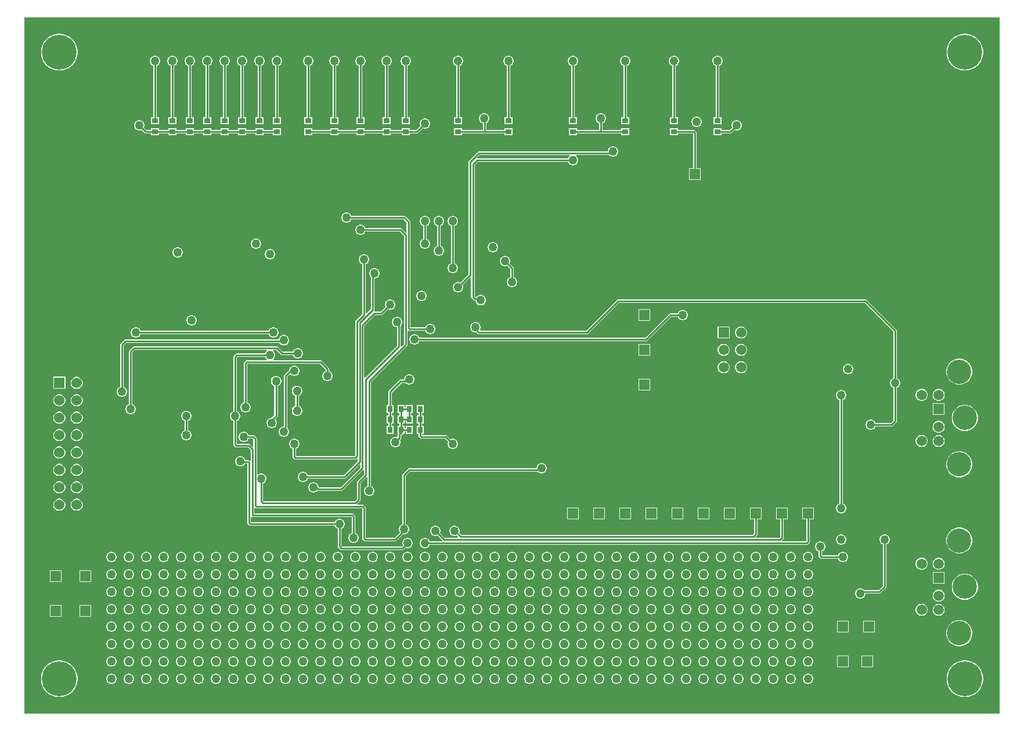
<source format=gbl>
G04*
G04 #@! TF.GenerationSoftware,Altium Limited,Altium Designer,22.3.1 (43)*
G04*
G04 Layer_Physical_Order=4*
G04 Layer_Color=16711680*
%FSLAX25Y25*%
%MOIN*%
G70*
G04*
G04 #@! TF.SameCoordinates,95171FB7-D515-428C-BD45-E7A15DE81ABC*
G04*
G04*
G04 #@! TF.FilePolarity,Positive*
G04*
G01*
G75*
%ADD11C,0.01000*%
%ADD17R,0.03150X0.03740*%
%ADD20R,0.03740X0.03150*%
%ADD40C,0.20000*%
%ADD41R,0.05906X0.05906*%
%ADD42C,0.13996*%
%ADD43C,0.05941*%
%ADD44R,0.05941X0.05941*%
%ADD45C,0.05906*%
%ADD46R,0.05906X0.05906*%
%ADD47C,0.06000*%
%ADD48R,0.06000X0.06000*%
%ADD49C,0.05000*%
G36*
X560000D02*
X0D01*
Y400000D01*
X560000D01*
Y0D01*
D02*
G37*
%LPC*%
G36*
X540826Y390500D02*
X539174D01*
X537541Y390242D01*
X535969Y389731D01*
X534497Y388980D01*
X533160Y388009D01*
X531991Y386840D01*
X531020Y385503D01*
X530269Y384031D01*
X529759Y382459D01*
X529500Y380826D01*
Y379174D01*
X529759Y377541D01*
X530269Y375969D01*
X531020Y374497D01*
X531991Y373160D01*
X533160Y371991D01*
X534497Y371020D01*
X535969Y370269D01*
X537541Y369759D01*
X539174Y369500D01*
X540826D01*
X542459Y369759D01*
X544031Y370269D01*
X545503Y371020D01*
X546840Y371991D01*
X548009Y373160D01*
X548980Y374497D01*
X549731Y375969D01*
X550242Y377541D01*
X550500Y379174D01*
Y380826D01*
X550242Y382459D01*
X549731Y384031D01*
X548980Y385503D01*
X548009Y386840D01*
X546840Y388009D01*
X545503Y388980D01*
X544031Y389731D01*
X542459Y390242D01*
X540826Y390500D01*
D02*
G37*
G36*
X20826D02*
X19174D01*
X17541Y390242D01*
X15969Y389731D01*
X14497Y388980D01*
X13160Y388009D01*
X11991Y386840D01*
X11020Y385503D01*
X10269Y384031D01*
X9759Y382459D01*
X9500Y380826D01*
Y379174D01*
X9759Y377541D01*
X10269Y375969D01*
X11020Y374497D01*
X11991Y373160D01*
X13160Y371991D01*
X14497Y371020D01*
X15969Y370269D01*
X17541Y369759D01*
X19174Y369500D01*
X20826D01*
X22459Y369759D01*
X24031Y370269D01*
X25503Y371020D01*
X26840Y371991D01*
X28009Y373160D01*
X28980Y374497D01*
X29731Y375969D01*
X30242Y377541D01*
X30500Y379174D01*
Y380826D01*
X30242Y382459D01*
X29731Y384031D01*
X28980Y385503D01*
X28009Y386840D01*
X26840Y388009D01*
X25503Y388980D01*
X24031Y389731D01*
X22459Y390242D01*
X20826Y390500D01*
D02*
G37*
G36*
X398395Y378000D02*
X397605D01*
X396842Y377796D01*
X396158Y377401D01*
X395599Y376842D01*
X395204Y376158D01*
X395000Y375395D01*
Y374605D01*
X395204Y373842D01*
X395599Y373158D01*
X396158Y372599D01*
X396842Y372204D01*
X396980Y372167D01*
Y342724D01*
X395630D01*
Y338575D01*
X400370D01*
Y342724D01*
X399020D01*
Y372167D01*
X399158Y372204D01*
X399842Y372599D01*
X400401Y373158D01*
X400796Y373842D01*
X401000Y374605D01*
Y375395D01*
X400796Y376158D01*
X400401Y376842D01*
X399842Y377401D01*
X399158Y377796D01*
X398395Y378000D01*
D02*
G37*
G36*
X373395D02*
X372605D01*
X371842Y377796D01*
X371158Y377401D01*
X370599Y376842D01*
X370204Y376158D01*
X370000Y375395D01*
Y374605D01*
X370204Y373842D01*
X370599Y373158D01*
X371158Y372599D01*
X371842Y372204D01*
X371980Y372167D01*
Y342724D01*
X370630D01*
Y338575D01*
X375370D01*
Y342724D01*
X374020D01*
Y372167D01*
X374158Y372204D01*
X374842Y372599D01*
X375401Y373158D01*
X375796Y373842D01*
X376000Y374605D01*
Y375395D01*
X375796Y376158D01*
X375401Y376842D01*
X374842Y377401D01*
X374158Y377796D01*
X373395Y378000D01*
D02*
G37*
G36*
X345395D02*
X344605D01*
X343842Y377796D01*
X343158Y377401D01*
X342599Y376842D01*
X342204Y376158D01*
X342000Y375395D01*
Y374605D01*
X342204Y373842D01*
X342599Y373158D01*
X343158Y372599D01*
X343842Y372204D01*
X343980Y372167D01*
Y342724D01*
X342630D01*
Y338575D01*
X347370D01*
Y342724D01*
X346020D01*
Y372167D01*
X346158Y372204D01*
X346842Y372599D01*
X347401Y373158D01*
X347796Y373842D01*
X348000Y374605D01*
Y375395D01*
X347796Y376158D01*
X347401Y376842D01*
X346842Y377401D01*
X346158Y377796D01*
X345395Y378000D01*
D02*
G37*
G36*
X315395D02*
X314605D01*
X313842Y377796D01*
X313158Y377401D01*
X312599Y376842D01*
X312204Y376158D01*
X312000Y375395D01*
Y374605D01*
X312204Y373842D01*
X312599Y373158D01*
X313158Y372599D01*
X313842Y372204D01*
X313980Y372167D01*
Y342724D01*
X312630D01*
Y338575D01*
X317370D01*
Y342724D01*
X316020D01*
Y372167D01*
X316158Y372204D01*
X316842Y372599D01*
X317401Y373158D01*
X317796Y373842D01*
X318000Y374605D01*
Y375395D01*
X317796Y376158D01*
X317401Y376842D01*
X316842Y377401D01*
X316158Y377796D01*
X315395Y378000D01*
D02*
G37*
G36*
X278395D02*
X277605D01*
X276842Y377796D01*
X276158Y377401D01*
X275599Y376842D01*
X275204Y376158D01*
X275000Y375395D01*
Y374605D01*
X275204Y373842D01*
X275599Y373158D01*
X276158Y372599D01*
X276842Y372204D01*
X276980Y372167D01*
Y342724D01*
X275630D01*
Y338575D01*
X280370D01*
Y342724D01*
X279020D01*
Y372167D01*
X279158Y372204D01*
X279842Y372599D01*
X280401Y373158D01*
X280796Y373842D01*
X281000Y374605D01*
Y375395D01*
X280796Y376158D01*
X280401Y376842D01*
X279842Y377401D01*
X279158Y377796D01*
X278395Y378000D01*
D02*
G37*
G36*
X249395D02*
X248605D01*
X247842Y377796D01*
X247158Y377401D01*
X246599Y376842D01*
X246204Y376158D01*
X246000Y375395D01*
Y374605D01*
X246204Y373842D01*
X246599Y373158D01*
X247158Y372599D01*
X247842Y372204D01*
X247980Y372167D01*
Y342724D01*
X246630D01*
Y338575D01*
X251370D01*
Y342724D01*
X250020D01*
Y372167D01*
X250158Y372204D01*
X250842Y372599D01*
X251401Y373158D01*
X251796Y373842D01*
X252000Y374605D01*
Y375395D01*
X251796Y376158D01*
X251401Y376842D01*
X250842Y377401D01*
X250158Y377796D01*
X249395Y378000D01*
D02*
G37*
G36*
X219395D02*
X218605D01*
X217842Y377796D01*
X217158Y377401D01*
X216599Y376842D01*
X216204Y376158D01*
X216000Y375395D01*
Y374605D01*
X216204Y373842D01*
X216599Y373158D01*
X217158Y372599D01*
X217842Y372204D01*
X217980Y372167D01*
Y342724D01*
X216630D01*
Y338575D01*
X221370D01*
Y342724D01*
X220020D01*
Y372167D01*
X220158Y372204D01*
X220842Y372599D01*
X221401Y373158D01*
X221796Y373842D01*
X222000Y374605D01*
Y375395D01*
X221796Y376158D01*
X221401Y376842D01*
X220842Y377401D01*
X220158Y377796D01*
X219395Y378000D01*
D02*
G37*
G36*
X208395D02*
X207605D01*
X206842Y377796D01*
X206158Y377401D01*
X205599Y376842D01*
X205204Y376158D01*
X205000Y375395D01*
Y374605D01*
X205204Y373842D01*
X205599Y373158D01*
X206158Y372599D01*
X206842Y372204D01*
X206980Y372167D01*
Y342724D01*
X205630D01*
Y338575D01*
X210370D01*
Y342724D01*
X209020D01*
Y372167D01*
X209158Y372204D01*
X209842Y372599D01*
X210401Y373158D01*
X210796Y373842D01*
X211000Y374605D01*
Y375395D01*
X210796Y376158D01*
X210401Y376842D01*
X209842Y377401D01*
X209158Y377796D01*
X208395Y378000D01*
D02*
G37*
G36*
X193395D02*
X192605D01*
X191842Y377796D01*
X191158Y377401D01*
X190599Y376842D01*
X190204Y376158D01*
X190000Y375395D01*
Y374605D01*
X190204Y373842D01*
X190599Y373158D01*
X191158Y372599D01*
X191842Y372204D01*
X191980Y372167D01*
Y342724D01*
X190630D01*
Y338575D01*
X195370D01*
Y342724D01*
X194020D01*
Y372167D01*
X194158Y372204D01*
X194842Y372599D01*
X195401Y373158D01*
X195796Y373842D01*
X196000Y374605D01*
Y375395D01*
X195796Y376158D01*
X195401Y376842D01*
X194842Y377401D01*
X194158Y377796D01*
X193395Y378000D01*
D02*
G37*
G36*
X178395D02*
X177605D01*
X176842Y377796D01*
X176158Y377401D01*
X175599Y376842D01*
X175204Y376158D01*
X175000Y375395D01*
Y374605D01*
X175204Y373842D01*
X175599Y373158D01*
X176158Y372599D01*
X176842Y372204D01*
X176980Y372167D01*
Y342724D01*
X175630D01*
Y338575D01*
X180370D01*
Y342724D01*
X179020D01*
Y372167D01*
X179158Y372204D01*
X179842Y372599D01*
X180401Y373158D01*
X180796Y373842D01*
X181000Y374605D01*
Y375395D01*
X180796Y376158D01*
X180401Y376842D01*
X179842Y377401D01*
X179158Y377796D01*
X178395Y378000D01*
D02*
G37*
G36*
X163395D02*
X162605D01*
X161842Y377796D01*
X161158Y377401D01*
X160599Y376842D01*
X160204Y376158D01*
X160000Y375395D01*
Y374605D01*
X160204Y373842D01*
X160599Y373158D01*
X161158Y372599D01*
X161842Y372204D01*
X161980Y372167D01*
Y342724D01*
X160630D01*
Y338575D01*
X165370D01*
Y342724D01*
X164020D01*
Y372167D01*
X164158Y372204D01*
X164842Y372599D01*
X165401Y373158D01*
X165796Y373842D01*
X166000Y374605D01*
Y375395D01*
X165796Y376158D01*
X165401Y376842D01*
X164842Y377401D01*
X164158Y377796D01*
X163395Y378000D01*
D02*
G37*
G36*
X145395D02*
X144605D01*
X143842Y377796D01*
X143158Y377401D01*
X142599Y376842D01*
X142204Y376158D01*
X142000Y375395D01*
Y374605D01*
X142204Y373842D01*
X142599Y373158D01*
X143158Y372599D01*
X143842Y372204D01*
X143980Y372167D01*
Y342724D01*
X142630D01*
Y338575D01*
X147370D01*
Y342724D01*
X146020D01*
Y372167D01*
X146158Y372204D01*
X146842Y372599D01*
X147401Y373158D01*
X147796Y373842D01*
X148000Y374605D01*
Y375395D01*
X147796Y376158D01*
X147401Y376842D01*
X146842Y377401D01*
X146158Y377796D01*
X145395Y378000D01*
D02*
G37*
G36*
X135395D02*
X134605D01*
X133842Y377796D01*
X133158Y377401D01*
X132599Y376842D01*
X132204Y376158D01*
X132000Y375395D01*
Y374605D01*
X132204Y373842D01*
X132599Y373158D01*
X133158Y372599D01*
X133842Y372204D01*
X133980Y372167D01*
Y342724D01*
X132630D01*
Y338575D01*
X137370D01*
Y342724D01*
X136020D01*
Y372167D01*
X136158Y372204D01*
X136842Y372599D01*
X137401Y373158D01*
X137796Y373842D01*
X138000Y374605D01*
Y375395D01*
X137796Y376158D01*
X137401Y376842D01*
X136842Y377401D01*
X136158Y377796D01*
X135395Y378000D01*
D02*
G37*
G36*
X125395D02*
X124605D01*
X123842Y377796D01*
X123158Y377401D01*
X122599Y376842D01*
X122204Y376158D01*
X122000Y375395D01*
Y374605D01*
X122204Y373842D01*
X122599Y373158D01*
X123158Y372599D01*
X123842Y372204D01*
X123980Y372167D01*
Y342724D01*
X122630D01*
Y338575D01*
X127370D01*
Y342724D01*
X126020D01*
Y372167D01*
X126158Y372204D01*
X126842Y372599D01*
X127401Y373158D01*
X127796Y373842D01*
X128000Y374605D01*
Y375395D01*
X127796Y376158D01*
X127401Y376842D01*
X126842Y377401D01*
X126158Y377796D01*
X125395Y378000D01*
D02*
G37*
G36*
X115395D02*
X114605D01*
X113842Y377796D01*
X113158Y377401D01*
X112599Y376842D01*
X112204Y376158D01*
X112000Y375395D01*
Y374605D01*
X112204Y373842D01*
X112599Y373158D01*
X113158Y372599D01*
X113842Y372204D01*
X113980Y372167D01*
Y342724D01*
X112630D01*
Y338575D01*
X117370D01*
Y342724D01*
X116020D01*
Y372167D01*
X116158Y372204D01*
X116842Y372599D01*
X117401Y373158D01*
X117796Y373842D01*
X118000Y374605D01*
Y375395D01*
X117796Y376158D01*
X117401Y376842D01*
X116842Y377401D01*
X116158Y377796D01*
X115395Y378000D01*
D02*
G37*
G36*
X105395D02*
X104605D01*
X103842Y377796D01*
X103158Y377401D01*
X102599Y376842D01*
X102204Y376158D01*
X102000Y375395D01*
Y374605D01*
X102204Y373842D01*
X102599Y373158D01*
X103158Y372599D01*
X103842Y372204D01*
X103980Y372167D01*
Y342724D01*
X102630D01*
Y338575D01*
X107370D01*
Y342724D01*
X106020D01*
Y372167D01*
X106158Y372204D01*
X106842Y372599D01*
X107401Y373158D01*
X107796Y373842D01*
X108000Y374605D01*
Y375395D01*
X107796Y376158D01*
X107401Y376842D01*
X106842Y377401D01*
X106158Y377796D01*
X105395Y378000D01*
D02*
G37*
G36*
X95395D02*
X94605D01*
X93842Y377796D01*
X93158Y377401D01*
X92599Y376842D01*
X92204Y376158D01*
X92000Y375395D01*
Y374605D01*
X92204Y373842D01*
X92599Y373158D01*
X93158Y372599D01*
X93842Y372204D01*
X93980Y372167D01*
Y342724D01*
X92630D01*
Y338575D01*
X97370D01*
Y342724D01*
X96020D01*
Y372167D01*
X96158Y372204D01*
X96842Y372599D01*
X97401Y373158D01*
X97796Y373842D01*
X98000Y374605D01*
Y375395D01*
X97796Y376158D01*
X97401Y376842D01*
X96842Y377401D01*
X96158Y377796D01*
X95395Y378000D01*
D02*
G37*
G36*
X85395D02*
X84605D01*
X83842Y377796D01*
X83158Y377401D01*
X82599Y376842D01*
X82204Y376158D01*
X82000Y375395D01*
Y374605D01*
X82204Y373842D01*
X82599Y373158D01*
X83158Y372599D01*
X83842Y372204D01*
X83980Y372167D01*
Y342724D01*
X82630D01*
Y338575D01*
X87370D01*
Y342724D01*
X86020D01*
Y372167D01*
X86158Y372204D01*
X86842Y372599D01*
X87401Y373158D01*
X87796Y373842D01*
X88000Y374605D01*
Y375395D01*
X87796Y376158D01*
X87401Y376842D01*
X86842Y377401D01*
X86158Y377796D01*
X85395Y378000D01*
D02*
G37*
G36*
X75395D02*
X74605D01*
X73842Y377796D01*
X73158Y377401D01*
X72599Y376842D01*
X72204Y376158D01*
X72000Y375395D01*
Y374605D01*
X72204Y373842D01*
X72599Y373158D01*
X73158Y372599D01*
X73842Y372204D01*
X73980Y372167D01*
Y342724D01*
X72630D01*
Y338575D01*
X77370D01*
Y342724D01*
X76020D01*
Y372167D01*
X76158Y372204D01*
X76842Y372599D01*
X77401Y373158D01*
X77796Y373842D01*
X78000Y374605D01*
Y375395D01*
X77796Y376158D01*
X77401Y376842D01*
X76842Y377401D01*
X76158Y377796D01*
X75395Y378000D01*
D02*
G37*
G36*
X386395Y343000D02*
X385605D01*
X384842Y342796D01*
X384158Y342401D01*
X383599Y341842D01*
X383204Y341158D01*
X383000Y340395D01*
Y339605D01*
X383204Y338842D01*
X383599Y338158D01*
X384158Y337599D01*
X384842Y337204D01*
X385605Y337000D01*
X386395D01*
X387158Y337204D01*
X387842Y337599D01*
X388401Y338158D01*
X388796Y338842D01*
X389000Y339605D01*
Y340395D01*
X388796Y341158D01*
X388401Y341842D01*
X387842Y342401D01*
X387158Y342796D01*
X386395Y343000D01*
D02*
G37*
G36*
X409395Y341000D02*
X408605D01*
X407842Y340796D01*
X407158Y340401D01*
X406599Y339842D01*
X406204Y339158D01*
X406000Y338395D01*
Y337605D01*
X406204Y336842D01*
X406276Y336718D01*
X404928Y335370D01*
X400370D01*
Y336425D01*
X395630D01*
Y332276D01*
X400370D01*
Y333331D01*
X405350D01*
X405741Y333408D01*
X406071Y333629D01*
X407718Y335276D01*
X407842Y335204D01*
X408605Y335000D01*
X409395D01*
X410158Y335204D01*
X410842Y335599D01*
X411401Y336158D01*
X411796Y336842D01*
X412000Y337605D01*
Y338395D01*
X411796Y339158D01*
X411401Y339842D01*
X410842Y340401D01*
X410158Y340796D01*
X409395Y341000D01*
D02*
G37*
G36*
X331395Y345000D02*
X330605D01*
X329842Y344796D01*
X329158Y344401D01*
X328599Y343842D01*
X328204Y343158D01*
X328000Y342395D01*
Y341605D01*
X328204Y340842D01*
X328599Y340158D01*
X329158Y339599D01*
X329842Y339204D01*
X329980Y339167D01*
Y335370D01*
X317370D01*
Y336425D01*
X312630D01*
Y332276D01*
X317370D01*
Y333331D01*
X342630D01*
Y332276D01*
X347370D01*
Y336425D01*
X342630D01*
Y335370D01*
X332020D01*
Y339167D01*
X332158Y339204D01*
X332842Y339599D01*
X333401Y340158D01*
X333796Y340842D01*
X334000Y341605D01*
Y342395D01*
X333796Y343158D01*
X333401Y343842D01*
X332842Y344401D01*
X332158Y344796D01*
X331395Y345000D01*
D02*
G37*
G36*
X264395D02*
X263605D01*
X262842Y344796D01*
X262158Y344401D01*
X261599Y343842D01*
X261204Y343158D01*
X261000Y342395D01*
Y341605D01*
X261204Y340842D01*
X261599Y340158D01*
X262158Y339599D01*
X262842Y339204D01*
X263309Y339079D01*
Y335370D01*
X251370D01*
Y336425D01*
X246630D01*
Y332276D01*
X251370D01*
Y333331D01*
X275630D01*
Y332276D01*
X280370D01*
Y336425D01*
X275630D01*
Y335370D01*
X265348D01*
Y339314D01*
X265842Y339599D01*
X266401Y340158D01*
X266796Y340842D01*
X267000Y341605D01*
Y342395D01*
X266796Y343158D01*
X266401Y343842D01*
X265842Y344401D01*
X265158Y344796D01*
X264395Y345000D01*
D02*
G37*
G36*
X230395Y342000D02*
X229605D01*
X228842Y341796D01*
X228158Y341401D01*
X227599Y340842D01*
X227204Y340158D01*
X227000Y339395D01*
Y338605D01*
X227204Y337842D01*
X227276Y337718D01*
X224928Y335370D01*
X221370D01*
Y336425D01*
X216630D01*
Y335370D01*
X210370D01*
Y336425D01*
X205630D01*
Y335370D01*
X195370D01*
Y336425D01*
X190630D01*
Y335370D01*
X180370D01*
Y336425D01*
X175630D01*
Y335370D01*
X165370D01*
Y336425D01*
X160630D01*
Y332276D01*
X165370D01*
Y333331D01*
X175630D01*
Y332276D01*
X180370D01*
Y333331D01*
X190630D01*
Y332276D01*
X195370D01*
Y333331D01*
X205630D01*
Y332276D01*
X210370D01*
Y333331D01*
X216630D01*
Y332276D01*
X221370D01*
Y333331D01*
X225350D01*
X225741Y333408D01*
X226071Y333629D01*
X228718Y336276D01*
X228842Y336204D01*
X229605Y336000D01*
X230395D01*
X231158Y336204D01*
X231842Y336599D01*
X232401Y337158D01*
X232796Y337842D01*
X233000Y338605D01*
Y339395D01*
X232796Y340158D01*
X232401Y340842D01*
X231842Y341401D01*
X231158Y341796D01*
X230395Y342000D01*
D02*
G37*
G36*
X66395Y341000D02*
X65605D01*
X64842Y340796D01*
X64158Y340401D01*
X63599Y339842D01*
X63204Y339158D01*
X63000Y338395D01*
Y337605D01*
X63204Y336842D01*
X63599Y336158D01*
X64158Y335599D01*
X64842Y335204D01*
X65605Y335000D01*
X66395D01*
X67158Y335204D01*
X67282Y335276D01*
X68929Y333629D01*
X69259Y333408D01*
X69650Y333331D01*
X72630D01*
Y332276D01*
X77370D01*
Y333331D01*
X82630D01*
Y332276D01*
X87370D01*
Y333331D01*
X92630D01*
Y332276D01*
X97370D01*
Y333331D01*
X102630D01*
Y332276D01*
X107370D01*
Y333331D01*
X112630D01*
Y332276D01*
X117370D01*
Y333331D01*
X122630D01*
Y332276D01*
X127370D01*
Y333331D01*
X132630D01*
Y332276D01*
X137370D01*
Y333331D01*
X142630D01*
Y332276D01*
X147370D01*
Y336425D01*
X142630D01*
Y335370D01*
X137370D01*
Y336425D01*
X132630D01*
Y335370D01*
X127370D01*
Y336425D01*
X122630D01*
Y335370D01*
X117370D01*
Y336425D01*
X112630D01*
Y335370D01*
X107370D01*
Y336425D01*
X102630D01*
Y335370D01*
X97370D01*
Y336425D01*
X92630D01*
Y335370D01*
X87370D01*
Y336425D01*
X82630D01*
Y335370D01*
X77370D01*
Y336425D01*
X72630D01*
Y335370D01*
X70072D01*
X68724Y336718D01*
X68796Y336842D01*
X69000Y337605D01*
Y338395D01*
X68796Y339158D01*
X68401Y339842D01*
X67842Y340401D01*
X67158Y340796D01*
X66395Y341000D01*
D02*
G37*
G36*
X338395Y326000D02*
X337605D01*
X336842Y325796D01*
X336158Y325401D01*
X335599Y324842D01*
X335204Y324158D01*
X335000Y323395D01*
Y323020D01*
X261000D01*
X260610Y322942D01*
X260279Y322721D01*
X255279Y317721D01*
X255058Y317390D01*
X254980Y317000D01*
Y252422D01*
X250282Y247724D01*
X250158Y247796D01*
X249395Y248000D01*
X248605D01*
X247842Y247796D01*
X247158Y247401D01*
X246599Y246842D01*
X246204Y246158D01*
X246000Y245395D01*
Y244605D01*
X246204Y243842D01*
X246599Y243158D01*
X247158Y242599D01*
X247842Y242204D01*
X248605Y242000D01*
X249395D01*
X250158Y242204D01*
X250842Y242599D01*
X251401Y243158D01*
X251796Y243842D01*
X252000Y244605D01*
Y245395D01*
X251796Y246158D01*
X251724Y246282D01*
X256018Y250576D01*
X256480Y250385D01*
Y239364D01*
X256558Y238974D01*
X256779Y238643D01*
X257878Y237544D01*
X258208Y237323D01*
X258599Y237246D01*
X259000D01*
Y237105D01*
X259204Y236342D01*
X259599Y235658D01*
X260158Y235099D01*
X260842Y234704D01*
X261605Y234500D01*
X262395D01*
X263158Y234704D01*
X263842Y235099D01*
X264401Y235658D01*
X264796Y236342D01*
X265000Y237105D01*
Y237895D01*
X264796Y238658D01*
X264401Y239342D01*
X263842Y239901D01*
X263158Y240296D01*
X262395Y240500D01*
X261605D01*
X260842Y240296D01*
X260158Y239901D01*
X259599Y239342D01*
X259566Y239285D01*
X259021D01*
X258520Y239786D01*
Y315078D01*
X260422Y316980D01*
X312167D01*
X312204Y316842D01*
X312599Y316158D01*
X313158Y315599D01*
X313842Y315204D01*
X314605Y315000D01*
X315395D01*
X316158Y315204D01*
X316842Y315599D01*
X317401Y316158D01*
X317796Y316842D01*
X318000Y317605D01*
Y318395D01*
X317796Y319158D01*
X317401Y319842D01*
X316842Y320401D01*
X316704Y320480D01*
X316838Y320980D01*
X335777D01*
X336158Y320599D01*
X336842Y320204D01*
X337605Y320000D01*
X338395D01*
X339158Y320204D01*
X339842Y320599D01*
X340401Y321158D01*
X340796Y321842D01*
X341000Y322605D01*
Y323395D01*
X340796Y324158D01*
X340401Y324842D01*
X339842Y325401D01*
X339158Y325796D01*
X338395Y326000D01*
D02*
G37*
G36*
X375370Y336425D02*
X370630D01*
Y332276D01*
X375370D01*
Y333331D01*
X383980D01*
Y313453D01*
X381547D01*
Y306547D01*
X388453D01*
Y313453D01*
X386020D01*
Y333765D01*
X385942Y334155D01*
X385721Y334486D01*
X385135Y335071D01*
X384804Y335292D01*
X384414Y335370D01*
X375370D01*
Y336425D01*
D02*
G37*
G36*
X185395Y288000D02*
X184605D01*
X183842Y287796D01*
X183158Y287401D01*
X182599Y286842D01*
X182204Y286158D01*
X182000Y285395D01*
Y284605D01*
X182204Y283842D01*
X182599Y283158D01*
X183158Y282599D01*
X183842Y282204D01*
X184605Y282000D01*
X185395D01*
X186158Y282204D01*
X186842Y282599D01*
X187401Y283158D01*
X187796Y283842D01*
X187833Y283980D01*
X217578D01*
X219480Y282078D01*
Y276615D01*
X219019Y276424D01*
X216721Y278721D01*
X216390Y278942D01*
X216000Y279020D01*
X195833D01*
X195796Y279158D01*
X195401Y279842D01*
X194842Y280401D01*
X194158Y280796D01*
X193395Y281000D01*
X192605D01*
X191842Y280796D01*
X191158Y280401D01*
X190599Y279842D01*
X190204Y279158D01*
X190000Y278395D01*
Y277605D01*
X190204Y276842D01*
X190599Y276158D01*
X191158Y275599D01*
X191842Y275204D01*
X192605Y275000D01*
X193395D01*
X194158Y275204D01*
X194842Y275599D01*
X195401Y276158D01*
X195796Y276842D01*
X195833Y276980D01*
X215578D01*
X217980Y274578D01*
Y212422D01*
X216502Y210944D01*
X216465Y210948D01*
X216020Y211169D01*
Y222777D01*
X216401Y223158D01*
X216796Y223842D01*
X217000Y224605D01*
Y225395D01*
X216796Y226158D01*
X216401Y226842D01*
X215842Y227401D01*
X215158Y227796D01*
X214395Y228000D01*
X213605D01*
X212842Y227796D01*
X212158Y227401D01*
X211599Y226842D01*
X211204Y226158D01*
X211000Y225395D01*
Y224605D01*
X211204Y223842D01*
X211599Y223158D01*
X212158Y222599D01*
X212842Y222204D01*
X213605Y222000D01*
X213980D01*
Y211422D01*
X195520Y192962D01*
X195020Y193169D01*
Y222578D01*
X201422Y228980D01*
X205000D01*
X205390Y229058D01*
X205721Y229279D01*
X208718Y232276D01*
X208842Y232204D01*
X209605Y232000D01*
X210395D01*
X211158Y232204D01*
X211842Y232599D01*
X212401Y233158D01*
X212796Y233842D01*
X213000Y234605D01*
Y235395D01*
X212796Y236158D01*
X212401Y236842D01*
X211842Y237401D01*
X211158Y237796D01*
X210395Y238000D01*
X209605D01*
X208842Y237796D01*
X208158Y237401D01*
X207599Y236842D01*
X207204Y236158D01*
X207000Y235395D01*
Y234605D01*
X207204Y233842D01*
X207276Y233718D01*
X204578Y231020D01*
X201149D01*
X200913Y231346D01*
X200871Y231504D01*
X200942Y231610D01*
X201020Y232000D01*
Y250000D01*
X201395D01*
X202158Y250204D01*
X202842Y250599D01*
X203401Y251158D01*
X203796Y251842D01*
X204000Y252605D01*
Y253395D01*
X203796Y254158D01*
X203401Y254842D01*
X202842Y255401D01*
X202158Y255796D01*
X201395Y256000D01*
X200605D01*
X199842Y255796D01*
X199158Y255401D01*
X198599Y254842D01*
X198204Y254158D01*
X198000Y253395D01*
Y252605D01*
X198204Y251842D01*
X198599Y251158D01*
X198980Y250777D01*
Y232422D01*
X196482Y229924D01*
X196020Y230115D01*
Y258167D01*
X196158Y258204D01*
X196842Y258599D01*
X197401Y259158D01*
X197796Y259842D01*
X198000Y260605D01*
Y261395D01*
X197796Y262158D01*
X197401Y262842D01*
X196842Y263401D01*
X196158Y263796D01*
X195395Y264000D01*
X194605D01*
X193842Y263796D01*
X193158Y263401D01*
X192599Y262842D01*
X192204Y262158D01*
X192000Y261395D01*
Y260605D01*
X192204Y259842D01*
X192599Y259158D01*
X193158Y258599D01*
X193842Y258204D01*
X193980Y258167D01*
Y229544D01*
X190279Y225842D01*
X190058Y225512D01*
X189980Y225121D01*
Y148422D01*
X189578Y148020D01*
X156020D01*
Y152167D01*
X156158Y152204D01*
X156842Y152599D01*
X157401Y153158D01*
X157796Y153842D01*
X158000Y154605D01*
Y155395D01*
X157796Y156158D01*
X157401Y156842D01*
X156842Y157401D01*
X156158Y157796D01*
X155395Y158000D01*
X154605D01*
X153842Y157796D01*
X153158Y157401D01*
X152599Y156842D01*
X152204Y156158D01*
X152000Y155395D01*
Y154605D01*
X152204Y153842D01*
X152599Y153158D01*
X153158Y152599D01*
X153842Y152204D01*
X153980Y152167D01*
Y147586D01*
X154058Y147196D01*
X154279Y146865D01*
X154865Y146279D01*
X155196Y146058D01*
X155586Y145980D01*
X190000D01*
X190390Y146058D01*
X190721Y146279D01*
X191018Y146576D01*
X191480Y146385D01*
Y144922D01*
X183578Y137020D01*
X162833D01*
X162796Y137158D01*
X162401Y137842D01*
X161842Y138401D01*
X161158Y138796D01*
X160395Y139000D01*
X159605D01*
X158842Y138796D01*
X158158Y138401D01*
X157599Y137842D01*
X157204Y137158D01*
X157000Y136395D01*
Y135605D01*
X157204Y134842D01*
X157599Y134158D01*
X158158Y133599D01*
X158842Y133204D01*
X159605Y133000D01*
X160395D01*
X161158Y133204D01*
X161842Y133599D01*
X162401Y134158D01*
X162796Y134842D01*
X162833Y134980D01*
X184000D01*
X184390Y135058D01*
X184721Y135279D01*
X192518Y143077D01*
X192980Y142885D01*
Y141422D01*
X181578Y130020D01*
X169000D01*
Y130395D01*
X168796Y131158D01*
X168401Y131842D01*
X167842Y132401D01*
X167158Y132796D01*
X166395Y133000D01*
X165605D01*
X164842Y132796D01*
X164158Y132401D01*
X163599Y131842D01*
X163204Y131158D01*
X163000Y130395D01*
Y129605D01*
X163204Y128842D01*
X163599Y128158D01*
X164158Y127599D01*
X164842Y127204D01*
X165605Y127000D01*
X166395D01*
X167158Y127204D01*
X167842Y127599D01*
X168283Y128041D01*
X168586Y127980D01*
X182000D01*
X182390Y128058D01*
X182721Y128279D01*
X194480Y140039D01*
X194980Y139831D01*
Y137422D01*
X191279Y133721D01*
X191058Y133390D01*
X190980Y133000D01*
Y123422D01*
X189578Y122020D01*
X137422D01*
X137020Y122422D01*
Y132167D01*
X137158Y132204D01*
X137842Y132599D01*
X138401Y133158D01*
X138796Y133842D01*
X139000Y134605D01*
Y135395D01*
X138796Y136158D01*
X138401Y136842D01*
X137842Y137401D01*
X137158Y137796D01*
X136395Y138000D01*
X135605D01*
X134842Y137796D01*
X134158Y137401D01*
X134020Y137262D01*
X133520Y137469D01*
Y157914D01*
X133442Y158304D01*
X133221Y158635D01*
X132135Y159721D01*
X131804Y159942D01*
X131414Y160020D01*
X128833D01*
X128796Y160158D01*
X128401Y160842D01*
X127842Y161401D01*
X127158Y161796D01*
X126395Y162000D01*
X125605D01*
X124842Y161796D01*
X124158Y161401D01*
X123599Y160842D01*
X123204Y160158D01*
X123000Y159395D01*
Y158605D01*
X123204Y157842D01*
X123599Y157158D01*
X124158Y156599D01*
X124842Y156204D01*
X125605Y156000D01*
X126395D01*
X127158Y156204D01*
X127842Y156599D01*
X128401Y157158D01*
X128796Y157842D01*
X128833Y157980D01*
X130992D01*
X131480Y157492D01*
Y153615D01*
X131018Y153423D01*
X129721Y154721D01*
X129390Y154942D01*
X129000Y155020D01*
X122020D01*
Y168167D01*
X122158Y168204D01*
X122842Y168599D01*
X123401Y169158D01*
X123796Y169842D01*
X124000Y170605D01*
Y171395D01*
X123796Y172158D01*
X123401Y172842D01*
X122842Y173401D01*
X122158Y173796D01*
X122020Y173833D01*
Y204578D01*
X122422Y204980D01*
X138167D01*
X138204Y204842D01*
X138599Y204158D01*
X139158Y203599D01*
X139296Y203520D01*
X139162Y203020D01*
X127586D01*
X127196Y202942D01*
X126865Y202721D01*
X126279Y202135D01*
X126058Y201804D01*
X125980Y201414D01*
Y178833D01*
X125842Y178796D01*
X125158Y178401D01*
X124599Y177842D01*
X124204Y177158D01*
X124000Y176395D01*
Y175605D01*
X124204Y174842D01*
X124599Y174158D01*
X125158Y173599D01*
X125842Y173204D01*
X126605Y173000D01*
X127395D01*
X128158Y173204D01*
X128842Y173599D01*
X129401Y174158D01*
X129796Y174842D01*
X130000Y175605D01*
Y176395D01*
X129796Y177158D01*
X129401Y177842D01*
X128842Y178401D01*
X128158Y178796D01*
X128020Y178833D01*
Y200980D01*
X169578D01*
X172980Y197578D01*
Y196833D01*
X172842Y196796D01*
X172158Y196401D01*
X171599Y195842D01*
X171204Y195158D01*
X171000Y194395D01*
Y193605D01*
X171204Y192842D01*
X171599Y192158D01*
X172158Y191599D01*
X172842Y191204D01*
X173605Y191000D01*
X174395D01*
X175158Y191204D01*
X175842Y191599D01*
X176401Y192158D01*
X176796Y192842D01*
X177000Y193605D01*
Y194395D01*
X176796Y195158D01*
X176401Y195842D01*
X175842Y196401D01*
X175158Y196796D01*
X175020Y196833D01*
Y198000D01*
X174942Y198390D01*
X174721Y198721D01*
X170721Y202721D01*
X170390Y202942D01*
X170000Y203020D01*
X142838D01*
X142704Y203520D01*
X142842Y203599D01*
X143401Y204158D01*
X143796Y204842D01*
X144000Y205605D01*
Y206395D01*
X143796Y207158D01*
X143401Y207842D01*
X142842Y208401D01*
X142704Y208480D01*
X142838Y208980D01*
X144578D01*
X147279Y206279D01*
X147610Y206058D01*
X148000Y205980D01*
X154167D01*
X154204Y205842D01*
X154599Y205158D01*
X155158Y204599D01*
X155842Y204204D01*
X156605Y204000D01*
X157395D01*
X158158Y204204D01*
X158842Y204599D01*
X159401Y205158D01*
X159796Y205842D01*
X160000Y206605D01*
Y207395D01*
X159796Y208158D01*
X159401Y208842D01*
X158842Y209401D01*
X158158Y209796D01*
X157395Y210000D01*
X156605D01*
X155842Y209796D01*
X155158Y209401D01*
X154599Y208842D01*
X154204Y208158D01*
X154167Y208020D01*
X148422D01*
X145721Y210721D01*
X145390Y210942D01*
X145000Y211020D01*
X63000D01*
X62610Y210942D01*
X62279Y210721D01*
X60279Y208721D01*
X60058Y208390D01*
X59980Y208000D01*
Y177833D01*
X59842Y177796D01*
X59158Y177401D01*
X58599Y176842D01*
X58204Y176158D01*
X58000Y175395D01*
Y174605D01*
X58204Y173842D01*
X58599Y173158D01*
X59158Y172599D01*
X59842Y172204D01*
X60605Y172000D01*
X61395D01*
X62158Y172204D01*
X62842Y172599D01*
X63401Y173158D01*
X63796Y173842D01*
X64000Y174605D01*
Y175395D01*
X63796Y176158D01*
X63401Y176842D01*
X62842Y177401D01*
X62158Y177796D01*
X62020Y177833D01*
Y207578D01*
X63422Y208980D01*
X139162D01*
X139296Y208480D01*
X139158Y208401D01*
X138599Y207842D01*
X138204Y207158D01*
X138167Y207020D01*
X122000D01*
X121610Y206942D01*
X121279Y206721D01*
X120279Y205721D01*
X120058Y205390D01*
X119980Y205000D01*
Y173833D01*
X119842Y173796D01*
X119158Y173401D01*
X118599Y172842D01*
X118204Y172158D01*
X118000Y171395D01*
Y170605D01*
X118204Y169842D01*
X118599Y169158D01*
X119158Y168599D01*
X119842Y168204D01*
X119980Y168167D01*
Y154586D01*
X120058Y154196D01*
X120279Y153865D01*
X120865Y153279D01*
X121196Y153058D01*
X121586Y152980D01*
X128578D01*
X129980Y151578D01*
Y145340D01*
X129480Y145133D01*
X129135Y145478D01*
X128804Y145699D01*
X128414Y145777D01*
X126898D01*
X126796Y146158D01*
X126401Y146842D01*
X125842Y147401D01*
X125158Y147796D01*
X124395Y148000D01*
X123605D01*
X122842Y147796D01*
X122158Y147401D01*
X121599Y146842D01*
X121204Y146158D01*
X121000Y145395D01*
Y144605D01*
X121204Y143842D01*
X121599Y143158D01*
X122158Y142599D01*
X122842Y142204D01*
X123605Y142000D01*
X124395D01*
X125158Y142204D01*
X125842Y142599D01*
X126401Y143158D01*
X126735Y143738D01*
X127980D01*
Y109586D01*
X128058Y109196D01*
X128279Y108865D01*
X128865Y108279D01*
X129196Y108058D01*
X129586Y107980D01*
X178167D01*
X178204Y107842D01*
X178599Y107158D01*
X179158Y106599D01*
X179842Y106204D01*
X179980Y106167D01*
Y96000D01*
X180058Y95610D01*
X180279Y95279D01*
X181279Y94279D01*
X181610Y94058D01*
X182000Y93980D01*
X217000D01*
X217390Y94058D01*
X217721Y94279D01*
X218718Y95276D01*
X218842Y95204D01*
X219605Y95000D01*
X220395D01*
X221158Y95204D01*
X221842Y95599D01*
X222401Y96158D01*
X222796Y96842D01*
X223000Y97605D01*
Y98395D01*
X222796Y99158D01*
X222401Y99842D01*
X221842Y100401D01*
X221158Y100796D01*
X220395Y101000D01*
X219605D01*
X218842Y100796D01*
X218158Y100401D01*
X217599Y99842D01*
X217204Y99158D01*
X217000Y98395D01*
Y97605D01*
X217204Y96842D01*
X217276Y96718D01*
X216578Y96020D01*
X182422D01*
X182020Y96422D01*
Y106167D01*
X182158Y106204D01*
X182842Y106599D01*
X183401Y107158D01*
X183796Y107842D01*
X184000Y108605D01*
Y109395D01*
X183796Y110158D01*
X183401Y110842D01*
X182842Y111401D01*
X182158Y111796D01*
X181395Y112000D01*
X180605D01*
X179842Y111796D01*
X179158Y111401D01*
X178599Y110842D01*
X178204Y110158D01*
X178167Y110020D01*
X130020D01*
Y112851D01*
X130520Y113118D01*
X130610Y113058D01*
X131000Y112980D01*
X187980D01*
Y103833D01*
X187842Y103796D01*
X187158Y103401D01*
X186599Y102842D01*
X186204Y102158D01*
X186000Y101395D01*
Y100605D01*
X186204Y99842D01*
X186599Y99158D01*
X187158Y98599D01*
X187842Y98204D01*
X188605Y98000D01*
X189395D01*
X190158Y98204D01*
X190842Y98599D01*
X191401Y99158D01*
X191796Y99842D01*
X192000Y100605D01*
Y101395D01*
X191796Y102158D01*
X191401Y102842D01*
X190842Y103401D01*
X190158Y103796D01*
X190020Y103833D01*
Y113414D01*
X189942Y113804D01*
X189721Y114135D01*
X189135Y114721D01*
X188804Y114942D01*
X188414Y115020D01*
X132020D01*
Y117964D01*
X132520Y118176D01*
X132696Y118058D01*
X133086Y117980D01*
X193980D01*
Y100586D01*
X194058Y100196D01*
X194279Y99865D01*
X194865Y99279D01*
X195196Y99058D01*
X195586Y98980D01*
X213000D01*
X213390Y99058D01*
X213721Y99279D01*
X217476Y103034D01*
X217605Y103000D01*
X218395D01*
X219158Y103204D01*
X219842Y103599D01*
X220401Y104158D01*
X220796Y104842D01*
X221000Y105605D01*
Y106395D01*
X220796Y107158D01*
X220401Y107842D01*
X219842Y108401D01*
X219158Y108796D01*
X219020Y108833D01*
Y136578D01*
X221422Y138980D01*
X294777D01*
X295158Y138599D01*
X295842Y138204D01*
X296605Y138000D01*
X297395D01*
X298158Y138204D01*
X298842Y138599D01*
X299401Y139158D01*
X299796Y139842D01*
X300000Y140605D01*
Y141395D01*
X299796Y142158D01*
X299401Y142842D01*
X298842Y143401D01*
X298158Y143796D01*
X297395Y144000D01*
X296605D01*
X295842Y143796D01*
X295158Y143401D01*
X294599Y142842D01*
X294204Y142158D01*
X294000Y141395D01*
Y141020D01*
X221000D01*
X220610Y140942D01*
X220279Y140721D01*
X217279Y137721D01*
X217058Y137390D01*
X216980Y137000D01*
Y108833D01*
X216842Y108796D01*
X216158Y108401D01*
X215599Y107842D01*
X215204Y107158D01*
X215000Y106395D01*
Y105605D01*
X215204Y104842D01*
X215599Y104158D01*
X215658Y104100D01*
X212578Y101020D01*
X196020D01*
Y118414D01*
X195942Y118804D01*
X195721Y119135D01*
X195135Y119721D01*
X194804Y119942D01*
X194414Y120020D01*
X191169D01*
X190962Y120520D01*
X192721Y122279D01*
X192942Y122610D01*
X193020Y123000D01*
Y132578D01*
X196480Y136038D01*
X196980Y135831D01*
Y130833D01*
X196842Y130796D01*
X196158Y130401D01*
X195599Y129842D01*
X195204Y129158D01*
X195000Y128395D01*
Y127605D01*
X195204Y126842D01*
X195599Y126158D01*
X196158Y125599D01*
X196842Y125204D01*
X197605Y125000D01*
X198395D01*
X199158Y125204D01*
X199842Y125599D01*
X200401Y126158D01*
X200796Y126842D01*
X201000Y127605D01*
Y128395D01*
X200796Y129158D01*
X200401Y129842D01*
X199842Y130401D01*
X199158Y130796D01*
X199020Y130833D01*
Y190578D01*
X219721Y211279D01*
X219942Y211610D01*
X220020Y212000D01*
Y219964D01*
X220520Y220176D01*
X220696Y220058D01*
X221086Y219980D01*
X230167D01*
X230204Y219842D01*
X230599Y219158D01*
X231158Y218599D01*
X231842Y218204D01*
X232605Y218000D01*
X233395D01*
X234158Y218204D01*
X234842Y218599D01*
X235401Y219158D01*
X235796Y219842D01*
X236000Y220605D01*
Y221395D01*
X235796Y222158D01*
X235401Y222842D01*
X234842Y223401D01*
X234158Y223796D01*
X233395Y224000D01*
X232605D01*
X231842Y223796D01*
X231158Y223401D01*
X230599Y222842D01*
X230204Y222158D01*
X230167Y222020D01*
X221520D01*
Y282500D01*
X221442Y282890D01*
X221221Y283221D01*
X218721Y285721D01*
X218390Y285942D01*
X218000Y286020D01*
X187833D01*
X187796Y286158D01*
X187401Y286842D01*
X186842Y287401D01*
X186158Y287796D01*
X185395Y288000D01*
D02*
G37*
G36*
X230395Y286000D02*
X229605D01*
X228842Y285796D01*
X228158Y285401D01*
X227599Y284842D01*
X227204Y284158D01*
X227000Y283395D01*
Y282605D01*
X227204Y281842D01*
X227599Y281158D01*
X228158Y280599D01*
X228842Y280204D01*
X228980Y280167D01*
Y272833D01*
X228842Y272796D01*
X228158Y272401D01*
X227599Y271842D01*
X227204Y271158D01*
X227000Y270395D01*
Y269605D01*
X227204Y268842D01*
X227599Y268158D01*
X228158Y267599D01*
X228842Y267204D01*
X229605Y267000D01*
X230395D01*
X231158Y267204D01*
X231842Y267599D01*
X232401Y268158D01*
X232796Y268842D01*
X233000Y269605D01*
Y270395D01*
X232796Y271158D01*
X232401Y271842D01*
X231842Y272401D01*
X231158Y272796D01*
X231020Y272833D01*
Y280167D01*
X231158Y280204D01*
X231842Y280599D01*
X232401Y281158D01*
X232796Y281842D01*
X233000Y282605D01*
Y283395D01*
X232796Y284158D01*
X232401Y284842D01*
X231842Y285401D01*
X231158Y285796D01*
X230395Y286000D01*
D02*
G37*
G36*
X133395Y273000D02*
X132605D01*
X131842Y272796D01*
X131158Y272401D01*
X130599Y271842D01*
X130204Y271158D01*
X130000Y270395D01*
Y269605D01*
X130204Y268842D01*
X130599Y268158D01*
X131158Y267599D01*
X131842Y267204D01*
X132605Y267000D01*
X133395D01*
X134158Y267204D01*
X134842Y267599D01*
X135401Y268158D01*
X135796Y268842D01*
X136000Y269605D01*
Y270395D01*
X135796Y271158D01*
X135401Y271842D01*
X134842Y272401D01*
X134158Y272796D01*
X133395Y273000D01*
D02*
G37*
G36*
X269395Y271000D02*
X268605D01*
X267842Y270796D01*
X267158Y270401D01*
X266599Y269842D01*
X266204Y269158D01*
X266000Y268395D01*
Y267605D01*
X266204Y266842D01*
X266599Y266158D01*
X267158Y265599D01*
X267842Y265204D01*
X268605Y265000D01*
X269395D01*
X270158Y265204D01*
X270842Y265599D01*
X271401Y266158D01*
X271796Y266842D01*
X272000Y267605D01*
Y268395D01*
X271796Y269158D01*
X271401Y269842D01*
X270842Y270401D01*
X270158Y270796D01*
X269395Y271000D01*
D02*
G37*
G36*
X238395Y286000D02*
X237605D01*
X236842Y285796D01*
X236158Y285401D01*
X235599Y284842D01*
X235204Y284158D01*
X235000Y283395D01*
Y282605D01*
X235204Y281842D01*
X235599Y281158D01*
X236158Y280599D01*
X236842Y280204D01*
X236980Y280167D01*
Y268833D01*
X236842Y268796D01*
X236158Y268401D01*
X235599Y267842D01*
X235204Y267158D01*
X235000Y266395D01*
Y265605D01*
X235204Y264842D01*
X235599Y264158D01*
X236158Y263599D01*
X236842Y263204D01*
X237605Y263000D01*
X238395D01*
X239158Y263204D01*
X239842Y263599D01*
X240401Y264158D01*
X240796Y264842D01*
X241000Y265605D01*
Y266395D01*
X240796Y267158D01*
X240401Y267842D01*
X239842Y268401D01*
X239158Y268796D01*
X239020Y268833D01*
Y280167D01*
X239158Y280204D01*
X239842Y280599D01*
X240401Y281158D01*
X240796Y281842D01*
X241000Y282605D01*
Y283395D01*
X240796Y284158D01*
X240401Y284842D01*
X239842Y285401D01*
X239158Y285796D01*
X238395Y286000D01*
D02*
G37*
G36*
X88395Y268000D02*
X87605D01*
X86842Y267796D01*
X86158Y267401D01*
X85599Y266842D01*
X85204Y266158D01*
X85000Y265395D01*
Y264605D01*
X85204Y263842D01*
X85599Y263158D01*
X86158Y262599D01*
X86842Y262204D01*
X87605Y262000D01*
X88395D01*
X89158Y262204D01*
X89842Y262599D01*
X90401Y263158D01*
X90796Y263842D01*
X91000Y264605D01*
Y265395D01*
X90796Y266158D01*
X90401Y266842D01*
X89842Y267401D01*
X89158Y267796D01*
X88395Y268000D01*
D02*
G37*
G36*
X141395Y267000D02*
X140605D01*
X139842Y266796D01*
X139158Y266401D01*
X138599Y265842D01*
X138204Y265158D01*
X138000Y264395D01*
Y263605D01*
X138204Y262842D01*
X138599Y262158D01*
X139158Y261599D01*
X139842Y261204D01*
X140605Y261000D01*
X141395D01*
X142158Y261204D01*
X142842Y261599D01*
X143401Y262158D01*
X143796Y262842D01*
X144000Y263605D01*
Y264395D01*
X143796Y265158D01*
X143401Y265842D01*
X142842Y266401D01*
X142158Y266796D01*
X141395Y267000D01*
D02*
G37*
G36*
X246395Y286000D02*
X245605D01*
X244842Y285796D01*
X244158Y285401D01*
X243599Y284842D01*
X243204Y284158D01*
X243000Y283395D01*
Y282605D01*
X243204Y281842D01*
X243599Y281158D01*
X244158Y280599D01*
X244842Y280204D01*
X244980Y280167D01*
Y258833D01*
X244842Y258796D01*
X244158Y258401D01*
X243599Y257842D01*
X243204Y257158D01*
X243000Y256395D01*
Y255605D01*
X243204Y254842D01*
X243599Y254158D01*
X244158Y253599D01*
X244842Y253204D01*
X245605Y253000D01*
X246395D01*
X247158Y253204D01*
X247842Y253599D01*
X248401Y254158D01*
X248796Y254842D01*
X249000Y255605D01*
Y256395D01*
X248796Y257158D01*
X248401Y257842D01*
X247842Y258401D01*
X247158Y258796D01*
X247020Y258833D01*
Y280167D01*
X247158Y280204D01*
X247842Y280599D01*
X248401Y281158D01*
X248796Y281842D01*
X249000Y282605D01*
Y283395D01*
X248796Y284158D01*
X248401Y284842D01*
X247842Y285401D01*
X247158Y285796D01*
X246395Y286000D01*
D02*
G37*
G36*
X276395Y263000D02*
X275605D01*
X274842Y262796D01*
X274158Y262401D01*
X273599Y261842D01*
X273204Y261158D01*
X273000Y260395D01*
Y259605D01*
X273204Y258842D01*
X273599Y258158D01*
X274158Y257599D01*
X274842Y257204D01*
X275605Y257000D01*
X276395D01*
X277158Y257204D01*
X277282Y257276D01*
X278980Y255578D01*
Y250833D01*
X278842Y250796D01*
X278158Y250401D01*
X277599Y249842D01*
X277204Y249158D01*
X277000Y248395D01*
Y247605D01*
X277204Y246842D01*
X277599Y246158D01*
X278158Y245599D01*
X278842Y245204D01*
X279605Y245000D01*
X280395D01*
X281158Y245204D01*
X281842Y245599D01*
X282401Y246158D01*
X282796Y246842D01*
X283000Y247605D01*
Y248395D01*
X282796Y249158D01*
X282401Y249842D01*
X281842Y250401D01*
X281158Y250796D01*
X281020Y250833D01*
Y256000D01*
X280942Y256390D01*
X280721Y256721D01*
X278724Y258718D01*
X278796Y258842D01*
X279000Y259605D01*
Y260395D01*
X278796Y261158D01*
X278401Y261842D01*
X277842Y262401D01*
X277158Y262796D01*
X276395Y263000D01*
D02*
G37*
G36*
X228395Y243000D02*
X227605D01*
X226842Y242796D01*
X226158Y242401D01*
X225599Y241842D01*
X225204Y241158D01*
X225000Y240395D01*
Y239605D01*
X225204Y238842D01*
X225599Y238158D01*
X226158Y237599D01*
X226842Y237204D01*
X227605Y237000D01*
X228395D01*
X229158Y237204D01*
X229842Y237599D01*
X230401Y238158D01*
X230796Y238842D01*
X231000Y239605D01*
Y240395D01*
X230796Y241158D01*
X230401Y241842D01*
X229842Y242401D01*
X229158Y242796D01*
X228395Y243000D01*
D02*
G37*
G36*
X378395Y232000D02*
X377605D01*
X376842Y231796D01*
X376158Y231401D01*
X375599Y230842D01*
X375204Y230158D01*
X375167Y230020D01*
X371000D01*
X370610Y229942D01*
X370279Y229721D01*
X356578Y216020D01*
X226833D01*
X226796Y216158D01*
X226401Y216842D01*
X225842Y217401D01*
X225158Y217796D01*
X224395Y218000D01*
X223605D01*
X222842Y217796D01*
X222158Y217401D01*
X221599Y216842D01*
X221204Y216158D01*
X221000Y215395D01*
Y214605D01*
X221204Y213842D01*
X221599Y213158D01*
X222158Y212599D01*
X222842Y212204D01*
X223605Y212000D01*
X224395D01*
X225158Y212204D01*
X225842Y212599D01*
X226401Y213158D01*
X226796Y213842D01*
X226833Y213980D01*
X357000D01*
X357390Y214058D01*
X357721Y214279D01*
X371422Y227980D01*
X375167D01*
X375204Y227842D01*
X375599Y227158D01*
X376158Y226599D01*
X376842Y226204D01*
X377605Y226000D01*
X378395D01*
X379158Y226204D01*
X379842Y226599D01*
X380401Y227158D01*
X380796Y227842D01*
X381000Y228605D01*
Y229395D01*
X380796Y230158D01*
X380401Y230842D01*
X379842Y231401D01*
X379158Y231796D01*
X378395Y232000D01*
D02*
G37*
G36*
X359453Y232453D02*
X352547D01*
Y225547D01*
X359453D01*
Y232453D01*
D02*
G37*
G36*
X96395Y229000D02*
X95605D01*
X94842Y228796D01*
X94158Y228401D01*
X93599Y227842D01*
X93204Y227158D01*
X93000Y226395D01*
Y225605D01*
X93204Y224842D01*
X93599Y224158D01*
X94158Y223599D01*
X94842Y223204D01*
X95605Y223000D01*
X96395D01*
X97158Y223204D01*
X97842Y223599D01*
X98401Y224158D01*
X98796Y224842D01*
X99000Y225605D01*
Y226395D01*
X98796Y227158D01*
X98401Y227842D01*
X97842Y228401D01*
X97158Y228796D01*
X96395Y229000D01*
D02*
G37*
G36*
X143395Y222000D02*
X142605D01*
X141842Y221796D01*
X141158Y221401D01*
X140599Y220842D01*
X140204Y220158D01*
X140167Y220020D01*
X66833D01*
X66796Y220158D01*
X66401Y220842D01*
X65842Y221401D01*
X65158Y221796D01*
X64395Y222000D01*
X63605D01*
X62842Y221796D01*
X62158Y221401D01*
X61599Y220842D01*
X61204Y220158D01*
X61000Y219395D01*
Y218605D01*
X61204Y217842D01*
X61599Y217158D01*
X62158Y216599D01*
X62842Y216204D01*
X63605Y216000D01*
X64395D01*
X65158Y216204D01*
X65842Y216599D01*
X66401Y217158D01*
X66796Y217842D01*
X66833Y217980D01*
X140167D01*
X140204Y217842D01*
X140599Y217158D01*
X141158Y216599D01*
X141842Y216204D01*
X142605Y216000D01*
X143395D01*
X144158Y216204D01*
X144842Y216599D01*
X145401Y217158D01*
X145796Y217842D01*
X146000Y218605D01*
Y219395D01*
X145796Y220158D01*
X145401Y220842D01*
X144842Y221401D01*
X144158Y221796D01*
X143395Y222000D01*
D02*
G37*
G36*
X411955Y222453D02*
X411045D01*
X410167Y222217D01*
X409380Y221763D01*
X408737Y221120D01*
X408283Y220333D01*
X408047Y219455D01*
Y218545D01*
X408283Y217667D01*
X408737Y216880D01*
X409380Y216237D01*
X410167Y215782D01*
X411045Y215547D01*
X411955D01*
X412833Y215782D01*
X413620Y216237D01*
X414263Y216880D01*
X414717Y217667D01*
X414953Y218545D01*
Y219455D01*
X414717Y220333D01*
X414263Y221120D01*
X413620Y221763D01*
X412833Y222217D01*
X411955Y222453D01*
D02*
G37*
G36*
X404953D02*
X398047D01*
Y215547D01*
X404953D01*
Y222453D01*
D02*
G37*
G36*
X149395Y217500D02*
X148605D01*
X147842Y217296D01*
X147158Y216901D01*
X146599Y216342D01*
X146204Y215658D01*
X146033Y215020D01*
X58000D01*
X57610Y214942D01*
X57279Y214721D01*
X55279Y212721D01*
X55058Y212390D01*
X54980Y212000D01*
Y187833D01*
X54842Y187796D01*
X54158Y187401D01*
X53599Y186842D01*
X53204Y186158D01*
X53000Y185395D01*
Y184605D01*
X53204Y183842D01*
X53599Y183158D01*
X54158Y182599D01*
X54842Y182204D01*
X55605Y182000D01*
X56395D01*
X57158Y182204D01*
X57842Y182599D01*
X58401Y183158D01*
X58796Y183842D01*
X59000Y184605D01*
Y185395D01*
X58796Y186158D01*
X58401Y186842D01*
X57842Y187401D01*
X57158Y187796D01*
X57020Y187833D01*
Y211578D01*
X58422Y212980D01*
X146413D01*
X146599Y212658D01*
X147158Y212099D01*
X147842Y211704D01*
X148605Y211500D01*
X149395D01*
X150158Y211704D01*
X150842Y212099D01*
X151401Y212658D01*
X151796Y213342D01*
X152000Y214105D01*
Y214895D01*
X151796Y215658D01*
X151401Y216342D01*
X150842Y216901D01*
X150158Y217296D01*
X149395Y217500D01*
D02*
G37*
G36*
X411955Y212453D02*
X411045D01*
X410167Y212217D01*
X409380Y211763D01*
X408737Y211120D01*
X408283Y210333D01*
X408047Y209455D01*
Y208545D01*
X408283Y207667D01*
X408737Y206880D01*
X409380Y206237D01*
X410167Y205783D01*
X411045Y205547D01*
X411955D01*
X412833Y205783D01*
X413620Y206237D01*
X414263Y206880D01*
X414717Y207667D01*
X414953Y208545D01*
Y209455D01*
X414717Y210333D01*
X414263Y211120D01*
X413620Y211763D01*
X412833Y212217D01*
X411955Y212453D01*
D02*
G37*
G36*
X401955D02*
X401045D01*
X400167Y212217D01*
X399380Y211763D01*
X398737Y211120D01*
X398283Y210333D01*
X398047Y209455D01*
Y208545D01*
X398283Y207667D01*
X398737Y206880D01*
X399380Y206237D01*
X400167Y205783D01*
X401045Y205547D01*
X401955D01*
X402833Y205783D01*
X403620Y206237D01*
X404263Y206880D01*
X404717Y207667D01*
X404953Y208545D01*
Y209455D01*
X404717Y210333D01*
X404263Y211120D01*
X403620Y211763D01*
X402833Y212217D01*
X401955Y212453D01*
D02*
G37*
G36*
X359453D02*
X352547D01*
Y205547D01*
X359453D01*
Y212453D01*
D02*
G37*
G36*
X411955Y202453D02*
X411045D01*
X410167Y202218D01*
X409380Y201763D01*
X408737Y201120D01*
X408283Y200333D01*
X408047Y199455D01*
Y198545D01*
X408283Y197667D01*
X408737Y196880D01*
X409380Y196237D01*
X410167Y195782D01*
X411045Y195547D01*
X411955D01*
X412833Y195782D01*
X413620Y196237D01*
X414263Y196880D01*
X414717Y197667D01*
X414953Y198545D01*
Y199455D01*
X414717Y200333D01*
X414263Y201120D01*
X413620Y201763D01*
X412833Y202218D01*
X411955Y202453D01*
D02*
G37*
G36*
X401955D02*
X401045D01*
X400167Y202218D01*
X399380Y201763D01*
X398737Y201120D01*
X398283Y200333D01*
X398047Y199455D01*
Y198545D01*
X398283Y197667D01*
X398737Y196880D01*
X399380Y196237D01*
X400167Y195782D01*
X401045Y195547D01*
X401955D01*
X402833Y195782D01*
X403620Y196237D01*
X404263Y196880D01*
X404717Y197667D01*
X404953Y198545D01*
Y199455D01*
X404717Y200333D01*
X404263Y201120D01*
X403620Y201763D01*
X402833Y202218D01*
X401955Y202453D01*
D02*
G37*
G36*
X473395Y201000D02*
X472605D01*
X471842Y200796D01*
X471158Y200401D01*
X470599Y199842D01*
X470204Y199158D01*
X470000Y198395D01*
Y197605D01*
X470204Y196842D01*
X470599Y196158D01*
X471158Y195599D01*
X471842Y195204D01*
X472605Y195000D01*
X473395D01*
X474158Y195204D01*
X474842Y195599D01*
X475401Y196158D01*
X475796Y196842D01*
X476000Y197605D01*
Y198395D01*
X475796Y199158D01*
X475401Y199842D01*
X474842Y200401D01*
X474158Y200796D01*
X473395Y201000D01*
D02*
G37*
G36*
X155395Y200000D02*
X154605D01*
X153842Y199796D01*
X153158Y199401D01*
X152599Y198842D01*
X152204Y198158D01*
X152000Y197395D01*
Y197208D01*
X151845Y197177D01*
X151514Y196956D01*
X149279Y194721D01*
X149058Y194390D01*
X148980Y194000D01*
Y165000D01*
X148605D01*
X147842Y164796D01*
X147158Y164401D01*
X146599Y163842D01*
X146204Y163158D01*
X146000Y162395D01*
Y161605D01*
X146204Y160842D01*
X146599Y160158D01*
X147158Y159599D01*
X147842Y159204D01*
X148605Y159000D01*
X149395D01*
X150158Y159204D01*
X150842Y159599D01*
X151401Y160158D01*
X151796Y160842D01*
X152000Y161605D01*
Y162395D01*
X151796Y163158D01*
X151401Y163842D01*
X150959Y164283D01*
X151020Y164586D01*
Y193578D01*
X152600Y195158D01*
X153158Y194599D01*
X153842Y194204D01*
X154605Y194000D01*
X155395D01*
X156158Y194204D01*
X156842Y194599D01*
X157401Y195158D01*
X157796Y195842D01*
X158000Y196605D01*
Y197395D01*
X157796Y198158D01*
X157401Y198842D01*
X156842Y199401D01*
X156158Y199796D01*
X155395Y200000D01*
D02*
G37*
G36*
X221395Y195000D02*
X220605D01*
X219842Y194796D01*
X219158Y194401D01*
X218599Y193842D01*
X218204Y193158D01*
X218000Y192395D01*
Y192020D01*
X216120D01*
X215730Y191942D01*
X215399Y191721D01*
X209279Y185601D01*
X209058Y185270D01*
X208980Y184880D01*
Y177370D01*
X207925D01*
Y172630D01*
X208980D01*
Y171370D01*
X207925D01*
Y166630D01*
X208980D01*
Y165370D01*
X207925D01*
Y160630D01*
X212075D01*
Y165370D01*
X211020D01*
Y166630D01*
X212075D01*
Y171370D01*
X211020D01*
Y172630D01*
X212075D01*
Y177370D01*
X211020D01*
Y184458D01*
X216542Y189980D01*
X218414D01*
X218717Y190041D01*
X219158Y189599D01*
X219842Y189204D01*
X220605Y189000D01*
X221395D01*
X222158Y189204D01*
X222842Y189599D01*
X223401Y190158D01*
X223796Y190842D01*
X224000Y191605D01*
Y192395D01*
X223796Y193158D01*
X223401Y193842D01*
X222842Y194401D01*
X222158Y194796D01*
X221395Y195000D01*
D02*
G37*
G36*
X537549Y203994D02*
X536072D01*
X534624Y203706D01*
X533259Y203141D01*
X532031Y202320D01*
X530987Y201276D01*
X530166Y200048D01*
X529601Y198683D01*
X529313Y197234D01*
Y195758D01*
X529601Y194309D01*
X530166Y192944D01*
X530987Y191716D01*
X532031Y190672D01*
X533259Y189851D01*
X534624Y189286D01*
X536072Y188998D01*
X537549D01*
X538998Y189286D01*
X540363Y189851D01*
X541591Y190672D01*
X542635Y191716D01*
X543456Y192944D01*
X544021Y194309D01*
X544309Y195758D01*
Y197234D01*
X544021Y198683D01*
X543456Y200048D01*
X542635Y201276D01*
X541591Y202320D01*
X540363Y203141D01*
X538998Y203706D01*
X537549Y203994D01*
D02*
G37*
G36*
X30461Y193500D02*
X29539D01*
X28649Y193262D01*
X27851Y192801D01*
X27199Y192149D01*
X26739Y191351D01*
X26500Y190461D01*
Y189539D01*
X26739Y188649D01*
X27199Y187851D01*
X27851Y187199D01*
X28649Y186739D01*
X29539Y186500D01*
X30461D01*
X31351Y186739D01*
X32149Y187199D01*
X32801Y187851D01*
X33261Y188649D01*
X33500Y189539D01*
Y190461D01*
X33261Y191351D01*
X32801Y192149D01*
X32149Y192801D01*
X31351Y193262D01*
X30461Y193500D01*
D02*
G37*
G36*
X23500D02*
X16500D01*
Y186500D01*
X23500D01*
Y193500D01*
D02*
G37*
G36*
X359453Y192453D02*
X352547D01*
Y185547D01*
X359453D01*
Y192453D01*
D02*
G37*
G36*
X525457Y186541D02*
X524543D01*
X523661Y186305D01*
X522869Y185848D01*
X522223Y185202D01*
X521766Y184410D01*
X521529Y183528D01*
Y182614D01*
X521766Y181731D01*
X522223Y180940D01*
X522869Y180294D01*
X523661Y179837D01*
X524543Y179600D01*
X525457D01*
X526339Y179837D01*
X527131Y180294D01*
X527777Y180940D01*
X528234Y181731D01*
X528471Y182614D01*
Y183528D01*
X528234Y184410D01*
X527777Y185202D01*
X527131Y185848D01*
X526339Y186305D01*
X525457Y186541D01*
D02*
G37*
G36*
X515654D02*
X514740D01*
X513857Y186305D01*
X513066Y185848D01*
X512420Y185202D01*
X511963Y184410D01*
X511726Y183528D01*
Y182614D01*
X511963Y181731D01*
X512420Y180940D01*
X513066Y180294D01*
X513857Y179837D01*
X514740Y179600D01*
X515654D01*
X516536Y179837D01*
X517328Y180294D01*
X517974Y180940D01*
X518431Y181731D01*
X518667Y182614D01*
Y183528D01*
X518431Y184410D01*
X517974Y185202D01*
X517328Y185848D01*
X516536Y186305D01*
X515654Y186541D01*
D02*
G37*
G36*
X30461Y183500D02*
X29539D01*
X28649Y183262D01*
X27851Y182801D01*
X27199Y182149D01*
X26739Y181351D01*
X26500Y180461D01*
Y179539D01*
X26739Y178649D01*
X27199Y177851D01*
X27851Y177199D01*
X28649Y176739D01*
X29539Y176500D01*
X30461D01*
X31351Y176739D01*
X32149Y177199D01*
X32801Y177851D01*
X33261Y178649D01*
X33500Y179539D01*
Y180461D01*
X33261Y181351D01*
X32801Y182149D01*
X32149Y182801D01*
X31351Y183262D01*
X30461Y183500D01*
D02*
G37*
G36*
X20461D02*
X19539D01*
X18649Y183262D01*
X17851Y182801D01*
X17199Y182149D01*
X16738Y181351D01*
X16500Y180461D01*
Y179539D01*
X16738Y178649D01*
X17199Y177851D01*
X17851Y177199D01*
X18649Y176739D01*
X19539Y176500D01*
X20461D01*
X21351Y176739D01*
X22149Y177199D01*
X22801Y177851D01*
X23261Y178649D01*
X23500Y179539D01*
Y180461D01*
X23261Y181351D01*
X22801Y182149D01*
X22149Y182801D01*
X21351Y183262D01*
X20461Y183500D01*
D02*
G37*
G36*
X223075Y177370D02*
X218925D01*
Y176020D01*
X218374D01*
Y177370D01*
X214224D01*
Y172630D01*
X215280D01*
Y171370D01*
X214224D01*
Y166630D01*
X215280D01*
Y165370D01*
X214224D01*
Y160630D01*
X214347D01*
Y159237D01*
X214345Y159231D01*
X213849Y158878D01*
X213395Y159000D01*
X212605D01*
X211842Y158796D01*
X211158Y158401D01*
X210599Y157842D01*
X210204Y157158D01*
X210000Y156395D01*
Y155605D01*
X210204Y154842D01*
X210599Y154158D01*
X211158Y153599D01*
X211842Y153204D01*
X212605Y153000D01*
X213395D01*
X214158Y153204D01*
X214842Y153599D01*
X215401Y154158D01*
X215796Y154842D01*
X216000Y155605D01*
Y156395D01*
X215796Y157158D01*
X215689Y157343D01*
X216088Y157741D01*
X216308Y158072D01*
X216386Y158462D01*
Y159998D01*
X216689Y160058D01*
X217020Y160279D01*
X217241Y160610D01*
X217245Y160630D01*
X218374D01*
Y161980D01*
X218925D01*
Y160630D01*
X223075D01*
Y165370D01*
X218925D01*
Y164020D01*
X218374D01*
Y165370D01*
X217319D01*
Y166630D01*
X218374D01*
Y167980D01*
X218925D01*
Y166630D01*
X223075D01*
Y171370D01*
X222020D01*
Y172630D01*
X223075D01*
Y177370D01*
D02*
G37*
G36*
X528471Y178471D02*
X521529D01*
Y171529D01*
X528471D01*
Y178471D01*
D02*
G37*
G36*
X156895Y188379D02*
X156105D01*
X155342Y188174D01*
X154658Y187779D01*
X154099Y187221D01*
X153704Y186537D01*
X153500Y185774D01*
Y184984D01*
X153704Y184221D01*
X154099Y183537D01*
X154658Y182978D01*
X155342Y182583D01*
X155480Y182546D01*
Y176833D01*
X155342Y176796D01*
X154658Y176401D01*
X154099Y175842D01*
X153704Y175158D01*
X153500Y174395D01*
Y173605D01*
X153704Y172842D01*
X154099Y172158D01*
X154658Y171599D01*
X155342Y171204D01*
X156105Y171000D01*
X156895D01*
X157658Y171204D01*
X158342Y171599D01*
X158901Y172158D01*
X159296Y172842D01*
X159500Y173605D01*
Y174395D01*
X159296Y175158D01*
X158901Y175842D01*
X158342Y176401D01*
X157658Y176796D01*
X157520Y176833D01*
Y182546D01*
X157658Y182583D01*
X158342Y182978D01*
X158901Y183537D01*
X159296Y184221D01*
X159500Y184984D01*
Y185774D01*
X159296Y186537D01*
X158901Y187221D01*
X158342Y187779D01*
X157658Y188174D01*
X156895Y188379D01*
D02*
G37*
G36*
X483000Y238020D02*
X341000D01*
X340610Y237942D01*
X340279Y237721D01*
X322578Y220020D01*
X261898D01*
X261609Y220520D01*
X261796Y220842D01*
X262000Y221605D01*
Y222395D01*
X261796Y223158D01*
X261401Y223842D01*
X260842Y224401D01*
X260158Y224796D01*
X259395Y225000D01*
X258605D01*
X257842Y224796D01*
X257158Y224401D01*
X256599Y223842D01*
X256204Y223158D01*
X256000Y222395D01*
Y221605D01*
X256204Y220842D01*
X256599Y220158D01*
X257158Y219599D01*
X257842Y219204D01*
X258605Y219000D01*
X259395D01*
X259426Y219008D01*
X259522Y218865D01*
X260107Y218279D01*
X260438Y218058D01*
X260828Y217980D01*
X323000D01*
X323390Y218058D01*
X323721Y218279D01*
X341422Y235980D01*
X482578D01*
X498980Y219578D01*
Y192833D01*
X498842Y192796D01*
X498158Y192401D01*
X497599Y191842D01*
X497204Y191158D01*
X497000Y190395D01*
Y189605D01*
X497204Y188842D01*
X497599Y188158D01*
X498158Y187599D01*
X498842Y187204D01*
X498980Y187167D01*
Y168422D01*
X497578Y167020D01*
X488833D01*
X488796Y167158D01*
X488401Y167842D01*
X487842Y168401D01*
X487158Y168796D01*
X486395Y169000D01*
X485605D01*
X484842Y168796D01*
X484158Y168401D01*
X483599Y167842D01*
X483204Y167158D01*
X483000Y166395D01*
Y165605D01*
X483204Y164842D01*
X483599Y164158D01*
X484158Y163599D01*
X484842Y163204D01*
X485605Y163000D01*
X486395D01*
X487158Y163204D01*
X487842Y163599D01*
X488401Y164158D01*
X488796Y164842D01*
X488833Y164980D01*
X498000D01*
X498390Y165058D01*
X498721Y165279D01*
X500721Y167279D01*
X500942Y167610D01*
X501020Y168000D01*
Y187167D01*
X501158Y187204D01*
X501842Y187599D01*
X502401Y188158D01*
X502796Y188842D01*
X503000Y189605D01*
Y190395D01*
X502796Y191158D01*
X502401Y191842D01*
X501842Y192401D01*
X501158Y192796D01*
X501020Y192833D01*
Y220000D01*
X500942Y220390D01*
X500721Y220721D01*
X483721Y237721D01*
X483390Y237942D01*
X483000Y238020D01*
D02*
G37*
G36*
X30461Y173500D02*
X29539D01*
X28649Y173261D01*
X27851Y172801D01*
X27199Y172149D01*
X26739Y171351D01*
X26500Y170461D01*
Y169539D01*
X26739Y168649D01*
X27199Y167851D01*
X27851Y167199D01*
X28649Y166738D01*
X29539Y166500D01*
X30461D01*
X31351Y166738D01*
X32149Y167199D01*
X32801Y167851D01*
X33261Y168649D01*
X33500Y169539D01*
Y170461D01*
X33261Y171351D01*
X32801Y172149D01*
X32149Y172801D01*
X31351Y173261D01*
X30461Y173500D01*
D02*
G37*
G36*
X20461D02*
X19539D01*
X18649Y173261D01*
X17851Y172801D01*
X17199Y172149D01*
X16738Y171351D01*
X16500Y170461D01*
Y169539D01*
X16738Y168649D01*
X17199Y167851D01*
X17851Y167199D01*
X18649Y166738D01*
X19539Y166500D01*
X20461D01*
X21351Y166738D01*
X22149Y167199D01*
X22801Y167851D01*
X23261Y168649D01*
X23500Y169539D01*
Y170461D01*
X23261Y171351D01*
X22801Y172149D01*
X22149Y172801D01*
X21351Y173261D01*
X20461Y173500D01*
D02*
G37*
G36*
X144895Y194000D02*
X144105D01*
X143342Y193796D01*
X142658Y193401D01*
X142099Y192842D01*
X141704Y192158D01*
X141500Y191395D01*
Y190605D01*
X141704Y189842D01*
X142099Y189158D01*
X142658Y188599D01*
X143342Y188204D01*
X143480Y188167D01*
Y171508D01*
X142044Y170072D01*
X141996Y170000D01*
X141605D01*
X140842Y169796D01*
X140158Y169401D01*
X139599Y168842D01*
X139204Y168158D01*
X139000Y167395D01*
Y166605D01*
X139204Y165842D01*
X139599Y165158D01*
X140158Y164599D01*
X140842Y164204D01*
X141605Y164000D01*
X142395D01*
X143158Y164204D01*
X143842Y164599D01*
X144401Y165158D01*
X144796Y165842D01*
X145000Y166605D01*
Y167395D01*
X144796Y168158D01*
X144401Y168842D01*
X144049Y169193D01*
X145221Y170365D01*
X145442Y170696D01*
X145520Y171086D01*
Y188167D01*
X145658Y188204D01*
X146342Y188599D01*
X146901Y189158D01*
X147296Y189842D01*
X147500Y190605D01*
Y191395D01*
X147296Y192158D01*
X146901Y192842D01*
X146342Y193401D01*
X145658Y193796D01*
X144895Y194000D01*
D02*
G37*
G36*
X540738Y177380D02*
X539261D01*
X537813Y177092D01*
X536448Y176527D01*
X535220Y175706D01*
X534176Y174662D01*
X533355Y173433D01*
X532790Y172069D01*
X532502Y170620D01*
Y169143D01*
X532790Y167695D01*
X533355Y166330D01*
X534176Y165102D01*
X535220Y164058D01*
X536448Y163237D01*
X537813Y162672D01*
X539261Y162384D01*
X540738D01*
X542187Y162672D01*
X543552Y163237D01*
X544780Y164058D01*
X545824Y165102D01*
X546645Y166330D01*
X547210Y167695D01*
X547498Y169143D01*
Y170620D01*
X547210Y172069D01*
X546645Y173433D01*
X545824Y174662D01*
X544780Y175706D01*
X543552Y176527D01*
X542187Y177092D01*
X540738Y177380D01*
D02*
G37*
G36*
X525457Y168234D02*
X524543D01*
X523661Y167998D01*
X522869Y167541D01*
X522223Y166895D01*
X521766Y166103D01*
X521529Y165221D01*
Y164307D01*
X521766Y163424D01*
X522223Y162633D01*
X522869Y161987D01*
X523661Y161530D01*
X524543Y161293D01*
X525457D01*
X526339Y161530D01*
X527131Y161987D01*
X527777Y162633D01*
X528234Y163424D01*
X528471Y164307D01*
Y165221D01*
X528234Y166103D01*
X527777Y166895D01*
X527131Y167541D01*
X526339Y167998D01*
X525457Y168234D01*
D02*
G37*
G36*
X93395Y174000D02*
X92605D01*
X91842Y173796D01*
X91158Y173401D01*
X90599Y172842D01*
X90204Y172158D01*
X90000Y171395D01*
Y170605D01*
X90204Y169842D01*
X90599Y169158D01*
X91158Y168599D01*
X91842Y168204D01*
X91980Y168167D01*
Y162833D01*
X91842Y162796D01*
X91158Y162401D01*
X90599Y161842D01*
X90204Y161158D01*
X90000Y160395D01*
Y159605D01*
X90204Y158842D01*
X90599Y158158D01*
X91158Y157599D01*
X91842Y157204D01*
X92605Y157000D01*
X93395D01*
X94158Y157204D01*
X94842Y157599D01*
X95401Y158158D01*
X95796Y158842D01*
X96000Y159605D01*
Y160395D01*
X95796Y161158D01*
X95401Y161842D01*
X94842Y162401D01*
X94158Y162796D01*
X94020Y162833D01*
Y168167D01*
X94158Y168204D01*
X94842Y168599D01*
X95401Y169158D01*
X95796Y169842D01*
X96000Y170605D01*
Y171395D01*
X95796Y172158D01*
X95401Y172842D01*
X94842Y173401D01*
X94158Y173796D01*
X93395Y174000D01*
D02*
G37*
G36*
X30461Y163500D02*
X29539D01*
X28649Y163261D01*
X27851Y162801D01*
X27199Y162149D01*
X26739Y161351D01*
X26500Y160461D01*
Y159539D01*
X26739Y158649D01*
X27199Y157851D01*
X27851Y157199D01*
X28649Y156738D01*
X29539Y156500D01*
X30461D01*
X31351Y156738D01*
X32149Y157199D01*
X32801Y157851D01*
X33261Y158649D01*
X33500Y159539D01*
Y160461D01*
X33261Y161351D01*
X32801Y162149D01*
X32149Y162801D01*
X31351Y163261D01*
X30461Y163500D01*
D02*
G37*
G36*
X20461D02*
X19539D01*
X18649Y163261D01*
X17851Y162801D01*
X17199Y162149D01*
X16738Y161351D01*
X16500Y160461D01*
Y159539D01*
X16738Y158649D01*
X17199Y157851D01*
X17851Y157199D01*
X18649Y156738D01*
X19539Y156500D01*
X20461D01*
X21351Y156738D01*
X22149Y157199D01*
X22801Y157851D01*
X23261Y158649D01*
X23500Y159539D01*
Y160461D01*
X23261Y161351D01*
X22801Y162149D01*
X22149Y162801D01*
X21351Y163261D01*
X20461Y163500D01*
D02*
G37*
G36*
X525457Y160163D02*
X524543D01*
X523661Y159927D01*
X522869Y159470D01*
X522223Y158824D01*
X521766Y158033D01*
X521529Y157150D01*
Y156236D01*
X521766Y155353D01*
X522223Y154562D01*
X522869Y153916D01*
X523661Y153459D01*
X524543Y153222D01*
X525457D01*
X526339Y153459D01*
X527131Y153916D01*
X527777Y154562D01*
X528234Y155353D01*
X528471Y156236D01*
Y157150D01*
X528234Y158033D01*
X527777Y158824D01*
X527131Y159470D01*
X526339Y159927D01*
X525457Y160163D01*
D02*
G37*
G36*
X515654D02*
X514740D01*
X513857Y159927D01*
X513066Y159470D01*
X512420Y158824D01*
X511963Y158033D01*
X511726Y157150D01*
Y156236D01*
X511963Y155353D01*
X512420Y154562D01*
X513066Y153916D01*
X513857Y153459D01*
X514740Y153222D01*
X515654D01*
X516536Y153459D01*
X517328Y153916D01*
X517974Y154562D01*
X518431Y155353D01*
X518667Y156236D01*
Y157150D01*
X518431Y158033D01*
X517974Y158824D01*
X517328Y159470D01*
X516536Y159927D01*
X515654Y160163D01*
D02*
G37*
G36*
X229374Y177370D02*
X225224D01*
Y172630D01*
X226280D01*
Y171370D01*
X225224D01*
Y166630D01*
X226280D01*
Y165370D01*
X225224D01*
Y160630D01*
X226280D01*
Y159701D01*
X226357Y159311D01*
X226578Y158980D01*
X227279Y158279D01*
X227610Y158058D01*
X228000Y157980D01*
X241578D01*
X243276Y156282D01*
X243204Y156158D01*
X243000Y155395D01*
Y154605D01*
X243204Y153842D01*
X243599Y153158D01*
X244158Y152599D01*
X244842Y152204D01*
X245605Y152000D01*
X246395D01*
X247158Y152204D01*
X247842Y152599D01*
X248401Y153158D01*
X248796Y153842D01*
X249000Y154605D01*
Y155395D01*
X248796Y156158D01*
X248401Y156842D01*
X247842Y157401D01*
X247158Y157796D01*
X246395Y158000D01*
X245605D01*
X244842Y157796D01*
X244718Y157724D01*
X242721Y159721D01*
X242390Y159942D01*
X242000Y160020D01*
X228422D01*
X228319Y160123D01*
Y160630D01*
X229374D01*
Y165370D01*
X228319D01*
Y166630D01*
X229374D01*
Y171370D01*
X228319D01*
Y172630D01*
X229374D01*
Y177370D01*
D02*
G37*
G36*
X30461Y153500D02*
X29539D01*
X28649Y153261D01*
X27851Y152801D01*
X27199Y152149D01*
X26739Y151351D01*
X26500Y150461D01*
Y149539D01*
X26739Y148649D01*
X27199Y147851D01*
X27851Y147199D01*
X28649Y146739D01*
X29539Y146500D01*
X30461D01*
X31351Y146739D01*
X32149Y147199D01*
X32801Y147851D01*
X33261Y148649D01*
X33500Y149539D01*
Y150461D01*
X33261Y151351D01*
X32801Y152149D01*
X32149Y152801D01*
X31351Y153261D01*
X30461Y153500D01*
D02*
G37*
G36*
X20461D02*
X19539D01*
X18649Y153261D01*
X17851Y152801D01*
X17199Y152149D01*
X16738Y151351D01*
X16500Y150461D01*
Y149539D01*
X16738Y148649D01*
X17199Y147851D01*
X17851Y147199D01*
X18649Y146739D01*
X19539Y146500D01*
X20461D01*
X21351Y146739D01*
X22149Y147199D01*
X22801Y147851D01*
X23261Y148649D01*
X23500Y149539D01*
Y150461D01*
X23261Y151351D01*
X22801Y152149D01*
X22149Y152801D01*
X21351Y153261D01*
X20461Y153500D01*
D02*
G37*
G36*
X30461Y143500D02*
X29539D01*
X28649Y143262D01*
X27851Y142801D01*
X27199Y142149D01*
X26739Y141351D01*
X26500Y140461D01*
Y139539D01*
X26739Y138649D01*
X27199Y137851D01*
X27851Y137199D01*
X28649Y136739D01*
X29539Y136500D01*
X30461D01*
X31351Y136739D01*
X32149Y137199D01*
X32801Y137851D01*
X33261Y138649D01*
X33500Y139539D01*
Y140461D01*
X33261Y141351D01*
X32801Y142149D01*
X32149Y142801D01*
X31351Y143262D01*
X30461Y143500D01*
D02*
G37*
G36*
X20461D02*
X19539D01*
X18649Y143262D01*
X17851Y142801D01*
X17199Y142149D01*
X16738Y141351D01*
X16500Y140461D01*
Y139539D01*
X16738Y138649D01*
X17199Y137851D01*
X17851Y137199D01*
X18649Y136739D01*
X19539Y136500D01*
X20461D01*
X21351Y136739D01*
X22149Y137199D01*
X22801Y137851D01*
X23261Y138649D01*
X23500Y139539D01*
Y140461D01*
X23261Y141351D01*
X22801Y142149D01*
X22149Y142801D01*
X21351Y143262D01*
X20461Y143500D01*
D02*
G37*
G36*
X537549Y150766D02*
X536072D01*
X534624Y150478D01*
X533259Y149912D01*
X532031Y149092D01*
X530987Y148047D01*
X530166Y146819D01*
X529601Y145455D01*
X529313Y144006D01*
Y142529D01*
X529601Y141081D01*
X530166Y139716D01*
X530987Y138488D01*
X532031Y137444D01*
X533259Y136623D01*
X534624Y136058D01*
X536072Y135770D01*
X537549D01*
X538998Y136058D01*
X540363Y136623D01*
X541591Y137444D01*
X542635Y138488D01*
X543456Y139716D01*
X544021Y141081D01*
X544309Y142529D01*
Y144006D01*
X544021Y145455D01*
X543456Y146819D01*
X542635Y148047D01*
X541591Y149092D01*
X540363Y149912D01*
X538998Y150478D01*
X537549Y150766D01*
D02*
G37*
G36*
X30461Y133500D02*
X29539D01*
X28649Y133262D01*
X27851Y132801D01*
X27199Y132149D01*
X26739Y131351D01*
X26500Y130461D01*
Y129539D01*
X26739Y128649D01*
X27199Y127851D01*
X27851Y127199D01*
X28649Y126739D01*
X29539Y126500D01*
X30461D01*
X31351Y126739D01*
X32149Y127199D01*
X32801Y127851D01*
X33261Y128649D01*
X33500Y129539D01*
Y130461D01*
X33261Y131351D01*
X32801Y132149D01*
X32149Y132801D01*
X31351Y133262D01*
X30461Y133500D01*
D02*
G37*
G36*
X20461D02*
X19539D01*
X18649Y133262D01*
X17851Y132801D01*
X17199Y132149D01*
X16738Y131351D01*
X16500Y130461D01*
Y129539D01*
X16738Y128649D01*
X17199Y127851D01*
X17851Y127199D01*
X18649Y126739D01*
X19539Y126500D01*
X20461D01*
X21351Y126739D01*
X22149Y127199D01*
X22801Y127851D01*
X23261Y128649D01*
X23500Y129539D01*
Y130461D01*
X23261Y131351D01*
X22801Y132149D01*
X22149Y132801D01*
X21351Y133262D01*
X20461Y133500D01*
D02*
G37*
G36*
X30461Y123500D02*
X29539D01*
X28649Y123261D01*
X27851Y122801D01*
X27199Y122149D01*
X26739Y121351D01*
X26500Y120461D01*
Y119539D01*
X26739Y118649D01*
X27199Y117851D01*
X27851Y117199D01*
X28649Y116738D01*
X29539Y116500D01*
X30461D01*
X31351Y116738D01*
X32149Y117199D01*
X32801Y117851D01*
X33261Y118649D01*
X33500Y119539D01*
Y120461D01*
X33261Y121351D01*
X32801Y122149D01*
X32149Y122801D01*
X31351Y123261D01*
X30461Y123500D01*
D02*
G37*
G36*
X20461D02*
X19539D01*
X18649Y123261D01*
X17851Y122801D01*
X17199Y122149D01*
X16738Y121351D01*
X16500Y120461D01*
Y119539D01*
X16738Y118649D01*
X17199Y117851D01*
X17851Y117199D01*
X18649Y116738D01*
X19539Y116500D01*
X20461D01*
X21351Y116738D01*
X22149Y117199D01*
X22801Y117851D01*
X23261Y118649D01*
X23500Y119539D01*
Y120461D01*
X23261Y121351D01*
X22801Y122149D01*
X22149Y122801D01*
X21351Y123261D01*
X20461Y123500D01*
D02*
G37*
G36*
X469395Y186000D02*
X468605D01*
X467842Y185796D01*
X467158Y185401D01*
X466599Y184842D01*
X466204Y184158D01*
X466000Y183395D01*
Y182605D01*
X466204Y181842D01*
X466599Y181158D01*
X467158Y180599D01*
X467842Y180204D01*
X467980Y180167D01*
Y120833D01*
X467842Y120796D01*
X467158Y120401D01*
X466599Y119842D01*
X466204Y119158D01*
X466000Y118395D01*
Y117605D01*
X466204Y116842D01*
X466599Y116158D01*
X467158Y115599D01*
X467842Y115204D01*
X468605Y115000D01*
X469395D01*
X470158Y115204D01*
X470842Y115599D01*
X471401Y116158D01*
X471796Y116842D01*
X472000Y117605D01*
Y118395D01*
X471796Y119158D01*
X471401Y119842D01*
X470842Y120401D01*
X470158Y120796D01*
X470020Y120833D01*
Y180167D01*
X470158Y180204D01*
X470842Y180599D01*
X471401Y181158D01*
X471796Y181842D01*
X472000Y182605D01*
Y183395D01*
X471796Y184158D01*
X471401Y184842D01*
X470842Y185401D01*
X470158Y185796D01*
X469395Y186000D01*
D02*
G37*
G36*
X408453Y118453D02*
X401547D01*
Y111547D01*
X408453D01*
Y118453D01*
D02*
G37*
G36*
X393453D02*
X386547D01*
Y111547D01*
X393453D01*
Y118453D01*
D02*
G37*
G36*
X378453D02*
X371547D01*
Y111547D01*
X378453D01*
Y118453D01*
D02*
G37*
G36*
X363453D02*
X356547D01*
Y111547D01*
X363453D01*
Y118453D01*
D02*
G37*
G36*
X348453D02*
X341547D01*
Y111547D01*
X348453D01*
Y118453D01*
D02*
G37*
G36*
X333453D02*
X326547D01*
Y111547D01*
X333453D01*
Y118453D01*
D02*
G37*
G36*
X318453D02*
X311547D01*
Y111547D01*
X318453D01*
Y118453D01*
D02*
G37*
G36*
X453453D02*
X446547D01*
Y111547D01*
X448980D01*
Y99020D01*
X435169D01*
X434962Y99520D01*
X435721Y100279D01*
X435942Y100610D01*
X436020Y101000D01*
Y111547D01*
X438453D01*
Y118453D01*
X431547D01*
Y111547D01*
X433980D01*
Y101422D01*
X433578Y101020D01*
X420115D01*
X419923Y101481D01*
X420721Y102279D01*
X420942Y102610D01*
X421020Y103000D01*
Y111547D01*
X423453D01*
Y118453D01*
X416547D01*
Y111547D01*
X418980D01*
Y103422D01*
X418078Y102520D01*
X250922D01*
X249724Y103718D01*
X249796Y103842D01*
X250000Y104605D01*
Y105395D01*
X249796Y106158D01*
X249401Y106842D01*
X248842Y107401D01*
X248158Y107796D01*
X247395Y108000D01*
X246605D01*
X245842Y107796D01*
X245158Y107401D01*
X244599Y106842D01*
X244204Y106158D01*
X244000Y105395D01*
Y104605D01*
X244204Y103842D01*
X244599Y103158D01*
X245158Y102599D01*
X245842Y102204D01*
X246605Y102000D01*
X247395D01*
X248158Y102204D01*
X248282Y102276D01*
X249077Y101481D01*
X248885Y101020D01*
X241422D01*
X238724Y103718D01*
X238796Y103842D01*
X239000Y104605D01*
Y105395D01*
X238796Y106158D01*
X238401Y106842D01*
X237842Y107401D01*
X237158Y107796D01*
X236395Y108000D01*
X235605D01*
X234842Y107796D01*
X234158Y107401D01*
X233599Y106842D01*
X233204Y106158D01*
X233000Y105395D01*
Y104605D01*
X233204Y103842D01*
X233599Y103158D01*
X234158Y102599D01*
X234842Y102204D01*
X235605Y102000D01*
X236395D01*
X237158Y102204D01*
X237282Y102276D01*
X240038Y99520D01*
X239831Y99020D01*
X232833D01*
X232796Y99158D01*
X232401Y99842D01*
X231842Y100401D01*
X231158Y100796D01*
X230395Y101000D01*
X229605D01*
X228842Y100796D01*
X228158Y100401D01*
X227599Y99842D01*
X227204Y99158D01*
X227000Y98395D01*
Y97605D01*
X227204Y96842D01*
X227599Y96158D01*
X228158Y95599D01*
X228842Y95204D01*
X229605Y95000D01*
X230395D01*
X231158Y95204D01*
X231842Y95599D01*
X232401Y96158D01*
X232796Y96842D01*
X232833Y96980D01*
X449414D01*
X449804Y97058D01*
X450135Y97279D01*
X450721Y97865D01*
X450942Y98196D01*
X451020Y98586D01*
Y111547D01*
X453453D01*
Y118453D01*
D02*
G37*
G36*
X469395Y103000D02*
X468605D01*
X467842Y102796D01*
X467158Y102401D01*
X466599Y101842D01*
X466204Y101158D01*
X466000Y100395D01*
Y99605D01*
X466204Y98842D01*
X466599Y98158D01*
X467158Y97599D01*
X467842Y97204D01*
X468605Y97000D01*
X469395D01*
X470158Y97204D01*
X470842Y97599D01*
X471401Y98158D01*
X471796Y98842D01*
X472000Y99605D01*
Y100395D01*
X471796Y101158D01*
X471401Y101842D01*
X470842Y102401D01*
X470158Y102796D01*
X469395Y103000D01*
D02*
G37*
G36*
X537549Y106994D02*
X536072D01*
X534624Y106706D01*
X533259Y106141D01*
X532031Y105320D01*
X530987Y104276D01*
X530166Y103048D01*
X529601Y101683D01*
X529313Y100235D01*
Y98758D01*
X529601Y97309D01*
X530166Y95944D01*
X530987Y94716D01*
X532031Y93672D01*
X533259Y92851D01*
X534624Y92286D01*
X536072Y91998D01*
X537549D01*
X538998Y92286D01*
X540363Y92851D01*
X541591Y93672D01*
X542635Y94716D01*
X543456Y95944D01*
X544021Y97309D01*
X544309Y98758D01*
Y100235D01*
X544021Y101683D01*
X543456Y103048D01*
X542635Y104276D01*
X541591Y105320D01*
X540363Y106141D01*
X538998Y106706D01*
X537549Y106994D01*
D02*
G37*
G36*
X457395Y99000D02*
X456605D01*
X455842Y98796D01*
X455158Y98401D01*
X454599Y97842D01*
X454204Y97158D01*
X454000Y96395D01*
Y95605D01*
X454204Y94842D01*
X454599Y94158D01*
X455158Y93599D01*
X455842Y93204D01*
X455980Y93167D01*
Y90586D01*
X456058Y90196D01*
X456279Y89865D01*
X456865Y89279D01*
X457196Y89058D01*
X457586Y88980D01*
X467167D01*
X467204Y88842D01*
X467599Y88158D01*
X468158Y87599D01*
X468842Y87204D01*
X469605Y87000D01*
X470395D01*
X471158Y87204D01*
X471842Y87599D01*
X472401Y88158D01*
X472796Y88842D01*
X473000Y89605D01*
Y90395D01*
X472796Y91158D01*
X472401Y91842D01*
X471842Y92401D01*
X471158Y92796D01*
X470395Y93000D01*
X469605D01*
X468842Y92796D01*
X468158Y92401D01*
X467599Y91842D01*
X467204Y91158D01*
X467167Y91020D01*
X458020D01*
Y93167D01*
X458158Y93204D01*
X458842Y93599D01*
X459401Y94158D01*
X459796Y94842D01*
X460000Y95605D01*
Y96395D01*
X459796Y97158D01*
X459401Y97842D01*
X458842Y98401D01*
X458158Y98796D01*
X457395Y99000D01*
D02*
G37*
G36*
X450395Y93000D02*
X449605D01*
X448842Y92796D01*
X448158Y92401D01*
X447599Y91842D01*
X447204Y91158D01*
X447000Y90395D01*
Y89605D01*
X447204Y88842D01*
X447599Y88158D01*
X448158Y87599D01*
X448842Y87204D01*
X449605Y87000D01*
X450395D01*
X451158Y87204D01*
X451842Y87599D01*
X452401Y88158D01*
X452796Y88842D01*
X453000Y89605D01*
Y90395D01*
X452796Y91158D01*
X452401Y91842D01*
X451842Y92401D01*
X451158Y92796D01*
X450395Y93000D01*
D02*
G37*
G36*
X440395D02*
X439605D01*
X438842Y92796D01*
X438158Y92401D01*
X437599Y91842D01*
X437204Y91158D01*
X437000Y90395D01*
Y89605D01*
X437204Y88842D01*
X437599Y88158D01*
X438158Y87599D01*
X438842Y87204D01*
X439605Y87000D01*
X440395D01*
X441158Y87204D01*
X441842Y87599D01*
X442401Y88158D01*
X442796Y88842D01*
X443000Y89605D01*
Y90395D01*
X442796Y91158D01*
X442401Y91842D01*
X441842Y92401D01*
X441158Y92796D01*
X440395Y93000D01*
D02*
G37*
G36*
X430395D02*
X429605D01*
X428842Y92796D01*
X428158Y92401D01*
X427599Y91842D01*
X427204Y91158D01*
X427000Y90395D01*
Y89605D01*
X427204Y88842D01*
X427599Y88158D01*
X428158Y87599D01*
X428842Y87204D01*
X429605Y87000D01*
X430395D01*
X431158Y87204D01*
X431842Y87599D01*
X432401Y88158D01*
X432796Y88842D01*
X433000Y89605D01*
Y90395D01*
X432796Y91158D01*
X432401Y91842D01*
X431842Y92401D01*
X431158Y92796D01*
X430395Y93000D01*
D02*
G37*
G36*
X420395D02*
X419605D01*
X418842Y92796D01*
X418158Y92401D01*
X417599Y91842D01*
X417204Y91158D01*
X417000Y90395D01*
Y89605D01*
X417204Y88842D01*
X417599Y88158D01*
X418158Y87599D01*
X418842Y87204D01*
X419605Y87000D01*
X420395D01*
X421158Y87204D01*
X421842Y87599D01*
X422401Y88158D01*
X422796Y88842D01*
X423000Y89605D01*
Y90395D01*
X422796Y91158D01*
X422401Y91842D01*
X421842Y92401D01*
X421158Y92796D01*
X420395Y93000D01*
D02*
G37*
G36*
X410395D02*
X409605D01*
X408842Y92796D01*
X408158Y92401D01*
X407599Y91842D01*
X407204Y91158D01*
X407000Y90395D01*
Y89605D01*
X407204Y88842D01*
X407599Y88158D01*
X408158Y87599D01*
X408842Y87204D01*
X409605Y87000D01*
X410395D01*
X411158Y87204D01*
X411842Y87599D01*
X412401Y88158D01*
X412796Y88842D01*
X413000Y89605D01*
Y90395D01*
X412796Y91158D01*
X412401Y91842D01*
X411842Y92401D01*
X411158Y92796D01*
X410395Y93000D01*
D02*
G37*
G36*
X400395D02*
X399605D01*
X398842Y92796D01*
X398158Y92401D01*
X397599Y91842D01*
X397204Y91158D01*
X397000Y90395D01*
Y89605D01*
X397204Y88842D01*
X397599Y88158D01*
X398158Y87599D01*
X398842Y87204D01*
X399605Y87000D01*
X400395D01*
X401158Y87204D01*
X401842Y87599D01*
X402401Y88158D01*
X402796Y88842D01*
X403000Y89605D01*
Y90395D01*
X402796Y91158D01*
X402401Y91842D01*
X401842Y92401D01*
X401158Y92796D01*
X400395Y93000D01*
D02*
G37*
G36*
X390395D02*
X389605D01*
X388842Y92796D01*
X388158Y92401D01*
X387599Y91842D01*
X387204Y91158D01*
X387000Y90395D01*
Y89605D01*
X387204Y88842D01*
X387599Y88158D01*
X388158Y87599D01*
X388842Y87204D01*
X389605Y87000D01*
X390395D01*
X391158Y87204D01*
X391842Y87599D01*
X392401Y88158D01*
X392796Y88842D01*
X393000Y89605D01*
Y90395D01*
X392796Y91158D01*
X392401Y91842D01*
X391842Y92401D01*
X391158Y92796D01*
X390395Y93000D01*
D02*
G37*
G36*
X380395D02*
X379605D01*
X378842Y92796D01*
X378158Y92401D01*
X377599Y91842D01*
X377204Y91158D01*
X377000Y90395D01*
Y89605D01*
X377204Y88842D01*
X377599Y88158D01*
X378158Y87599D01*
X378842Y87204D01*
X379605Y87000D01*
X380395D01*
X381158Y87204D01*
X381842Y87599D01*
X382401Y88158D01*
X382796Y88842D01*
X383000Y89605D01*
Y90395D01*
X382796Y91158D01*
X382401Y91842D01*
X381842Y92401D01*
X381158Y92796D01*
X380395Y93000D01*
D02*
G37*
G36*
X370395D02*
X369605D01*
X368842Y92796D01*
X368158Y92401D01*
X367599Y91842D01*
X367204Y91158D01*
X367000Y90395D01*
Y89605D01*
X367204Y88842D01*
X367599Y88158D01*
X368158Y87599D01*
X368842Y87204D01*
X369605Y87000D01*
X370395D01*
X371158Y87204D01*
X371842Y87599D01*
X372401Y88158D01*
X372796Y88842D01*
X373000Y89605D01*
Y90395D01*
X372796Y91158D01*
X372401Y91842D01*
X371842Y92401D01*
X371158Y92796D01*
X370395Y93000D01*
D02*
G37*
G36*
X360395D02*
X359605D01*
X358842Y92796D01*
X358158Y92401D01*
X357599Y91842D01*
X357204Y91158D01*
X357000Y90395D01*
Y89605D01*
X357204Y88842D01*
X357599Y88158D01*
X358158Y87599D01*
X358842Y87204D01*
X359605Y87000D01*
X360395D01*
X361158Y87204D01*
X361842Y87599D01*
X362401Y88158D01*
X362796Y88842D01*
X363000Y89605D01*
Y90395D01*
X362796Y91158D01*
X362401Y91842D01*
X361842Y92401D01*
X361158Y92796D01*
X360395Y93000D01*
D02*
G37*
G36*
X350395D02*
X349605D01*
X348842Y92796D01*
X348158Y92401D01*
X347599Y91842D01*
X347204Y91158D01*
X347000Y90395D01*
Y89605D01*
X347204Y88842D01*
X347599Y88158D01*
X348158Y87599D01*
X348842Y87204D01*
X349605Y87000D01*
X350395D01*
X351158Y87204D01*
X351842Y87599D01*
X352401Y88158D01*
X352796Y88842D01*
X353000Y89605D01*
Y90395D01*
X352796Y91158D01*
X352401Y91842D01*
X351842Y92401D01*
X351158Y92796D01*
X350395Y93000D01*
D02*
G37*
G36*
X340395D02*
X339605D01*
X338842Y92796D01*
X338158Y92401D01*
X337599Y91842D01*
X337204Y91158D01*
X337000Y90395D01*
Y89605D01*
X337204Y88842D01*
X337599Y88158D01*
X338158Y87599D01*
X338842Y87204D01*
X339605Y87000D01*
X340395D01*
X341158Y87204D01*
X341842Y87599D01*
X342401Y88158D01*
X342796Y88842D01*
X343000Y89605D01*
Y90395D01*
X342796Y91158D01*
X342401Y91842D01*
X341842Y92401D01*
X341158Y92796D01*
X340395Y93000D01*
D02*
G37*
G36*
X330395D02*
X329605D01*
X328842Y92796D01*
X328158Y92401D01*
X327599Y91842D01*
X327204Y91158D01*
X327000Y90395D01*
Y89605D01*
X327204Y88842D01*
X327599Y88158D01*
X328158Y87599D01*
X328842Y87204D01*
X329605Y87000D01*
X330395D01*
X331158Y87204D01*
X331842Y87599D01*
X332401Y88158D01*
X332796Y88842D01*
X333000Y89605D01*
Y90395D01*
X332796Y91158D01*
X332401Y91842D01*
X331842Y92401D01*
X331158Y92796D01*
X330395Y93000D01*
D02*
G37*
G36*
X320395D02*
X319605D01*
X318842Y92796D01*
X318158Y92401D01*
X317599Y91842D01*
X317204Y91158D01*
X317000Y90395D01*
Y89605D01*
X317204Y88842D01*
X317599Y88158D01*
X318158Y87599D01*
X318842Y87204D01*
X319605Y87000D01*
X320395D01*
X321158Y87204D01*
X321842Y87599D01*
X322401Y88158D01*
X322796Y88842D01*
X323000Y89605D01*
Y90395D01*
X322796Y91158D01*
X322401Y91842D01*
X321842Y92401D01*
X321158Y92796D01*
X320395Y93000D01*
D02*
G37*
G36*
X310395D02*
X309605D01*
X308842Y92796D01*
X308158Y92401D01*
X307599Y91842D01*
X307204Y91158D01*
X307000Y90395D01*
Y89605D01*
X307204Y88842D01*
X307599Y88158D01*
X308158Y87599D01*
X308842Y87204D01*
X309605Y87000D01*
X310395D01*
X311158Y87204D01*
X311842Y87599D01*
X312401Y88158D01*
X312796Y88842D01*
X313000Y89605D01*
Y90395D01*
X312796Y91158D01*
X312401Y91842D01*
X311842Y92401D01*
X311158Y92796D01*
X310395Y93000D01*
D02*
G37*
G36*
X300395D02*
X299605D01*
X298842Y92796D01*
X298158Y92401D01*
X297599Y91842D01*
X297204Y91158D01*
X297000Y90395D01*
Y89605D01*
X297204Y88842D01*
X297599Y88158D01*
X298158Y87599D01*
X298842Y87204D01*
X299605Y87000D01*
X300395D01*
X301158Y87204D01*
X301842Y87599D01*
X302401Y88158D01*
X302796Y88842D01*
X303000Y89605D01*
Y90395D01*
X302796Y91158D01*
X302401Y91842D01*
X301842Y92401D01*
X301158Y92796D01*
X300395Y93000D01*
D02*
G37*
G36*
X290395D02*
X289605D01*
X288842Y92796D01*
X288158Y92401D01*
X287599Y91842D01*
X287204Y91158D01*
X287000Y90395D01*
Y89605D01*
X287204Y88842D01*
X287599Y88158D01*
X288158Y87599D01*
X288842Y87204D01*
X289605Y87000D01*
X290395D01*
X291158Y87204D01*
X291842Y87599D01*
X292401Y88158D01*
X292796Y88842D01*
X293000Y89605D01*
Y90395D01*
X292796Y91158D01*
X292401Y91842D01*
X291842Y92401D01*
X291158Y92796D01*
X290395Y93000D01*
D02*
G37*
G36*
X280395D02*
X279605D01*
X278842Y92796D01*
X278158Y92401D01*
X277599Y91842D01*
X277204Y91158D01*
X277000Y90395D01*
Y89605D01*
X277204Y88842D01*
X277599Y88158D01*
X278158Y87599D01*
X278842Y87204D01*
X279605Y87000D01*
X280395D01*
X281158Y87204D01*
X281842Y87599D01*
X282401Y88158D01*
X282796Y88842D01*
X283000Y89605D01*
Y90395D01*
X282796Y91158D01*
X282401Y91842D01*
X281842Y92401D01*
X281158Y92796D01*
X280395Y93000D01*
D02*
G37*
G36*
X270395D02*
X269605D01*
X268842Y92796D01*
X268158Y92401D01*
X267599Y91842D01*
X267204Y91158D01*
X267000Y90395D01*
Y89605D01*
X267204Y88842D01*
X267599Y88158D01*
X268158Y87599D01*
X268842Y87204D01*
X269605Y87000D01*
X270395D01*
X271158Y87204D01*
X271842Y87599D01*
X272401Y88158D01*
X272796Y88842D01*
X273000Y89605D01*
Y90395D01*
X272796Y91158D01*
X272401Y91842D01*
X271842Y92401D01*
X271158Y92796D01*
X270395Y93000D01*
D02*
G37*
G36*
X260395D02*
X259605D01*
X258842Y92796D01*
X258158Y92401D01*
X257599Y91842D01*
X257204Y91158D01*
X257000Y90395D01*
Y89605D01*
X257204Y88842D01*
X257599Y88158D01*
X258158Y87599D01*
X258842Y87204D01*
X259605Y87000D01*
X260395D01*
X261158Y87204D01*
X261842Y87599D01*
X262401Y88158D01*
X262796Y88842D01*
X263000Y89605D01*
Y90395D01*
X262796Y91158D01*
X262401Y91842D01*
X261842Y92401D01*
X261158Y92796D01*
X260395Y93000D01*
D02*
G37*
G36*
X250395D02*
X249605D01*
X248842Y92796D01*
X248158Y92401D01*
X247599Y91842D01*
X247204Y91158D01*
X247000Y90395D01*
Y89605D01*
X247204Y88842D01*
X247599Y88158D01*
X248158Y87599D01*
X248842Y87204D01*
X249605Y87000D01*
X250395D01*
X251158Y87204D01*
X251842Y87599D01*
X252401Y88158D01*
X252796Y88842D01*
X253000Y89605D01*
Y90395D01*
X252796Y91158D01*
X252401Y91842D01*
X251842Y92401D01*
X251158Y92796D01*
X250395Y93000D01*
D02*
G37*
G36*
X240395D02*
X239605D01*
X238842Y92796D01*
X238158Y92401D01*
X237599Y91842D01*
X237204Y91158D01*
X237000Y90395D01*
Y89605D01*
X237204Y88842D01*
X237599Y88158D01*
X238158Y87599D01*
X238842Y87204D01*
X239605Y87000D01*
X240395D01*
X241158Y87204D01*
X241842Y87599D01*
X242401Y88158D01*
X242796Y88842D01*
X243000Y89605D01*
Y90395D01*
X242796Y91158D01*
X242401Y91842D01*
X241842Y92401D01*
X241158Y92796D01*
X240395Y93000D01*
D02*
G37*
G36*
X230395D02*
X229605D01*
X228842Y92796D01*
X228158Y92401D01*
X227599Y91842D01*
X227204Y91158D01*
X227000Y90395D01*
Y89605D01*
X227204Y88842D01*
X227599Y88158D01*
X228158Y87599D01*
X228842Y87204D01*
X229605Y87000D01*
X230395D01*
X231158Y87204D01*
X231842Y87599D01*
X232401Y88158D01*
X232796Y88842D01*
X233000Y89605D01*
Y90395D01*
X232796Y91158D01*
X232401Y91842D01*
X231842Y92401D01*
X231158Y92796D01*
X230395Y93000D01*
D02*
G37*
G36*
X220395D02*
X219605D01*
X218842Y92796D01*
X218158Y92401D01*
X217599Y91842D01*
X217204Y91158D01*
X217000Y90395D01*
Y89605D01*
X217204Y88842D01*
X217599Y88158D01*
X218158Y87599D01*
X218842Y87204D01*
X219605Y87000D01*
X220395D01*
X221158Y87204D01*
X221842Y87599D01*
X222401Y88158D01*
X222796Y88842D01*
X223000Y89605D01*
Y90395D01*
X222796Y91158D01*
X222401Y91842D01*
X221842Y92401D01*
X221158Y92796D01*
X220395Y93000D01*
D02*
G37*
G36*
X210395D02*
X209605D01*
X208842Y92796D01*
X208158Y92401D01*
X207599Y91842D01*
X207204Y91158D01*
X207000Y90395D01*
Y89605D01*
X207204Y88842D01*
X207599Y88158D01*
X208158Y87599D01*
X208842Y87204D01*
X209605Y87000D01*
X210395D01*
X211158Y87204D01*
X211842Y87599D01*
X212401Y88158D01*
X212796Y88842D01*
X213000Y89605D01*
Y90395D01*
X212796Y91158D01*
X212401Y91842D01*
X211842Y92401D01*
X211158Y92796D01*
X210395Y93000D01*
D02*
G37*
G36*
X200395D02*
X199605D01*
X198842Y92796D01*
X198158Y92401D01*
X197599Y91842D01*
X197204Y91158D01*
X197000Y90395D01*
Y89605D01*
X197204Y88842D01*
X197599Y88158D01*
X198158Y87599D01*
X198842Y87204D01*
X199605Y87000D01*
X200395D01*
X201158Y87204D01*
X201842Y87599D01*
X202401Y88158D01*
X202796Y88842D01*
X203000Y89605D01*
Y90395D01*
X202796Y91158D01*
X202401Y91842D01*
X201842Y92401D01*
X201158Y92796D01*
X200395Y93000D01*
D02*
G37*
G36*
X190395D02*
X189605D01*
X188842Y92796D01*
X188158Y92401D01*
X187599Y91842D01*
X187204Y91158D01*
X187000Y90395D01*
Y89605D01*
X187204Y88842D01*
X187599Y88158D01*
X188158Y87599D01*
X188842Y87204D01*
X189605Y87000D01*
X190395D01*
X191158Y87204D01*
X191842Y87599D01*
X192401Y88158D01*
X192796Y88842D01*
X193000Y89605D01*
Y90395D01*
X192796Y91158D01*
X192401Y91842D01*
X191842Y92401D01*
X191158Y92796D01*
X190395Y93000D01*
D02*
G37*
G36*
X180395D02*
X179605D01*
X178842Y92796D01*
X178158Y92401D01*
X177599Y91842D01*
X177204Y91158D01*
X177000Y90395D01*
Y89605D01*
X177204Y88842D01*
X177599Y88158D01*
X178158Y87599D01*
X178842Y87204D01*
X179605Y87000D01*
X180395D01*
X181158Y87204D01*
X181842Y87599D01*
X182401Y88158D01*
X182796Y88842D01*
X183000Y89605D01*
Y90395D01*
X182796Y91158D01*
X182401Y91842D01*
X181842Y92401D01*
X181158Y92796D01*
X180395Y93000D01*
D02*
G37*
G36*
X170395D02*
X169605D01*
X168842Y92796D01*
X168158Y92401D01*
X167599Y91842D01*
X167204Y91158D01*
X167000Y90395D01*
Y89605D01*
X167204Y88842D01*
X167599Y88158D01*
X168158Y87599D01*
X168842Y87204D01*
X169605Y87000D01*
X170395D01*
X171158Y87204D01*
X171842Y87599D01*
X172401Y88158D01*
X172796Y88842D01*
X173000Y89605D01*
Y90395D01*
X172796Y91158D01*
X172401Y91842D01*
X171842Y92401D01*
X171158Y92796D01*
X170395Y93000D01*
D02*
G37*
G36*
X160395D02*
X159605D01*
X158842Y92796D01*
X158158Y92401D01*
X157599Y91842D01*
X157204Y91158D01*
X157000Y90395D01*
Y89605D01*
X157204Y88842D01*
X157599Y88158D01*
X158158Y87599D01*
X158842Y87204D01*
X159605Y87000D01*
X160395D01*
X161158Y87204D01*
X161842Y87599D01*
X162401Y88158D01*
X162796Y88842D01*
X163000Y89605D01*
Y90395D01*
X162796Y91158D01*
X162401Y91842D01*
X161842Y92401D01*
X161158Y92796D01*
X160395Y93000D01*
D02*
G37*
G36*
X150395D02*
X149605D01*
X148842Y92796D01*
X148158Y92401D01*
X147599Y91842D01*
X147204Y91158D01*
X147000Y90395D01*
Y89605D01*
X147204Y88842D01*
X147599Y88158D01*
X148158Y87599D01*
X148842Y87204D01*
X149605Y87000D01*
X150395D01*
X151158Y87204D01*
X151842Y87599D01*
X152401Y88158D01*
X152796Y88842D01*
X153000Y89605D01*
Y90395D01*
X152796Y91158D01*
X152401Y91842D01*
X151842Y92401D01*
X151158Y92796D01*
X150395Y93000D01*
D02*
G37*
G36*
X140395D02*
X139605D01*
X138842Y92796D01*
X138158Y92401D01*
X137599Y91842D01*
X137204Y91158D01*
X137000Y90395D01*
Y89605D01*
X137204Y88842D01*
X137599Y88158D01*
X138158Y87599D01*
X138842Y87204D01*
X139605Y87000D01*
X140395D01*
X141158Y87204D01*
X141842Y87599D01*
X142401Y88158D01*
X142796Y88842D01*
X143000Y89605D01*
Y90395D01*
X142796Y91158D01*
X142401Y91842D01*
X141842Y92401D01*
X141158Y92796D01*
X140395Y93000D01*
D02*
G37*
G36*
X130395D02*
X129605D01*
X128842Y92796D01*
X128158Y92401D01*
X127599Y91842D01*
X127204Y91158D01*
X127000Y90395D01*
Y89605D01*
X127204Y88842D01*
X127599Y88158D01*
X128158Y87599D01*
X128842Y87204D01*
X129605Y87000D01*
X130395D01*
X131158Y87204D01*
X131842Y87599D01*
X132401Y88158D01*
X132796Y88842D01*
X133000Y89605D01*
Y90395D01*
X132796Y91158D01*
X132401Y91842D01*
X131842Y92401D01*
X131158Y92796D01*
X130395Y93000D01*
D02*
G37*
G36*
X120395D02*
X119605D01*
X118842Y92796D01*
X118158Y92401D01*
X117599Y91842D01*
X117204Y91158D01*
X117000Y90395D01*
Y89605D01*
X117204Y88842D01*
X117599Y88158D01*
X118158Y87599D01*
X118842Y87204D01*
X119605Y87000D01*
X120395D01*
X121158Y87204D01*
X121842Y87599D01*
X122401Y88158D01*
X122796Y88842D01*
X123000Y89605D01*
Y90395D01*
X122796Y91158D01*
X122401Y91842D01*
X121842Y92401D01*
X121158Y92796D01*
X120395Y93000D01*
D02*
G37*
G36*
X110395D02*
X109605D01*
X108842Y92796D01*
X108158Y92401D01*
X107599Y91842D01*
X107204Y91158D01*
X107000Y90395D01*
Y89605D01*
X107204Y88842D01*
X107599Y88158D01*
X108158Y87599D01*
X108842Y87204D01*
X109605Y87000D01*
X110395D01*
X111158Y87204D01*
X111842Y87599D01*
X112401Y88158D01*
X112796Y88842D01*
X113000Y89605D01*
Y90395D01*
X112796Y91158D01*
X112401Y91842D01*
X111842Y92401D01*
X111158Y92796D01*
X110395Y93000D01*
D02*
G37*
G36*
X100395D02*
X99605D01*
X98842Y92796D01*
X98158Y92401D01*
X97599Y91842D01*
X97204Y91158D01*
X97000Y90395D01*
Y89605D01*
X97204Y88842D01*
X97599Y88158D01*
X98158Y87599D01*
X98842Y87204D01*
X99605Y87000D01*
X100395D01*
X101158Y87204D01*
X101842Y87599D01*
X102401Y88158D01*
X102796Y88842D01*
X103000Y89605D01*
Y90395D01*
X102796Y91158D01*
X102401Y91842D01*
X101842Y92401D01*
X101158Y92796D01*
X100395Y93000D01*
D02*
G37*
G36*
X90395D02*
X89605D01*
X88842Y92796D01*
X88158Y92401D01*
X87599Y91842D01*
X87204Y91158D01*
X87000Y90395D01*
Y89605D01*
X87204Y88842D01*
X87599Y88158D01*
X88158Y87599D01*
X88842Y87204D01*
X89605Y87000D01*
X90395D01*
X91158Y87204D01*
X91842Y87599D01*
X92401Y88158D01*
X92796Y88842D01*
X93000Y89605D01*
Y90395D01*
X92796Y91158D01*
X92401Y91842D01*
X91842Y92401D01*
X91158Y92796D01*
X90395Y93000D01*
D02*
G37*
G36*
X80395D02*
X79605D01*
X78842Y92796D01*
X78158Y92401D01*
X77599Y91842D01*
X77204Y91158D01*
X77000Y90395D01*
Y89605D01*
X77204Y88842D01*
X77599Y88158D01*
X78158Y87599D01*
X78842Y87204D01*
X79605Y87000D01*
X80395D01*
X81158Y87204D01*
X81842Y87599D01*
X82401Y88158D01*
X82796Y88842D01*
X83000Y89605D01*
Y90395D01*
X82796Y91158D01*
X82401Y91842D01*
X81842Y92401D01*
X81158Y92796D01*
X80395Y93000D01*
D02*
G37*
G36*
X70395D02*
X69605D01*
X68842Y92796D01*
X68158Y92401D01*
X67599Y91842D01*
X67204Y91158D01*
X67000Y90395D01*
Y89605D01*
X67204Y88842D01*
X67599Y88158D01*
X68158Y87599D01*
X68842Y87204D01*
X69605Y87000D01*
X70395D01*
X71158Y87204D01*
X71842Y87599D01*
X72401Y88158D01*
X72796Y88842D01*
X73000Y89605D01*
Y90395D01*
X72796Y91158D01*
X72401Y91842D01*
X71842Y92401D01*
X71158Y92796D01*
X70395Y93000D01*
D02*
G37*
G36*
X60395D02*
X59605D01*
X58842Y92796D01*
X58158Y92401D01*
X57599Y91842D01*
X57204Y91158D01*
X57000Y90395D01*
Y89605D01*
X57204Y88842D01*
X57599Y88158D01*
X58158Y87599D01*
X58842Y87204D01*
X59605Y87000D01*
X60395D01*
X61158Y87204D01*
X61842Y87599D01*
X62401Y88158D01*
X62796Y88842D01*
X63000Y89605D01*
Y90395D01*
X62796Y91158D01*
X62401Y91842D01*
X61842Y92401D01*
X61158Y92796D01*
X60395Y93000D01*
D02*
G37*
G36*
X50395D02*
X49605D01*
X48842Y92796D01*
X48158Y92401D01*
X47599Y91842D01*
X47204Y91158D01*
X47000Y90395D01*
Y89605D01*
X47204Y88842D01*
X47599Y88158D01*
X48158Y87599D01*
X48842Y87204D01*
X49605Y87000D01*
X50395D01*
X51158Y87204D01*
X51842Y87599D01*
X52401Y88158D01*
X52796Y88842D01*
X53000Y89605D01*
Y90395D01*
X52796Y91158D01*
X52401Y91842D01*
X51842Y92401D01*
X51158Y92796D01*
X50395Y93000D01*
D02*
G37*
G36*
X525457Y89541D02*
X524543D01*
X523661Y89305D01*
X522869Y88848D01*
X522223Y88202D01*
X521766Y87410D01*
X521529Y86528D01*
Y85614D01*
X521766Y84731D01*
X522223Y83940D01*
X522869Y83294D01*
X523661Y82837D01*
X524543Y82600D01*
X525457D01*
X526339Y82837D01*
X527131Y83294D01*
X527777Y83940D01*
X528234Y84731D01*
X528471Y85614D01*
Y86528D01*
X528234Y87410D01*
X527777Y88202D01*
X527131Y88848D01*
X526339Y89305D01*
X525457Y89541D01*
D02*
G37*
G36*
X515654D02*
X514740D01*
X513857Y89305D01*
X513066Y88848D01*
X512420Y88202D01*
X511963Y87410D01*
X511726Y86528D01*
Y85614D01*
X511963Y84731D01*
X512420Y83940D01*
X513066Y83294D01*
X513857Y82837D01*
X514740Y82600D01*
X515654D01*
X516536Y82837D01*
X517328Y83294D01*
X517974Y83940D01*
X518431Y84731D01*
X518667Y85614D01*
Y86528D01*
X518431Y87410D01*
X517974Y88202D01*
X517328Y88848D01*
X516536Y89305D01*
X515654Y89541D01*
D02*
G37*
G36*
X450395Y83000D02*
X449605D01*
X448842Y82796D01*
X448158Y82401D01*
X447599Y81842D01*
X447204Y81158D01*
X447000Y80395D01*
Y79605D01*
X447204Y78842D01*
X447599Y78158D01*
X448158Y77599D01*
X448842Y77204D01*
X449605Y77000D01*
X450395D01*
X451158Y77204D01*
X451842Y77599D01*
X452401Y78158D01*
X452796Y78842D01*
X453000Y79605D01*
Y80395D01*
X452796Y81158D01*
X452401Y81842D01*
X451842Y82401D01*
X451158Y82796D01*
X450395Y83000D01*
D02*
G37*
G36*
X440395D02*
X439605D01*
X438842Y82796D01*
X438158Y82401D01*
X437599Y81842D01*
X437204Y81158D01*
X437000Y80395D01*
Y79605D01*
X437204Y78842D01*
X437599Y78158D01*
X438158Y77599D01*
X438842Y77204D01*
X439605Y77000D01*
X440395D01*
X441158Y77204D01*
X441842Y77599D01*
X442401Y78158D01*
X442796Y78842D01*
X443000Y79605D01*
Y80395D01*
X442796Y81158D01*
X442401Y81842D01*
X441842Y82401D01*
X441158Y82796D01*
X440395Y83000D01*
D02*
G37*
G36*
X430395D02*
X429605D01*
X428842Y82796D01*
X428158Y82401D01*
X427599Y81842D01*
X427204Y81158D01*
X427000Y80395D01*
Y79605D01*
X427204Y78842D01*
X427599Y78158D01*
X428158Y77599D01*
X428842Y77204D01*
X429605Y77000D01*
X430395D01*
X431158Y77204D01*
X431842Y77599D01*
X432401Y78158D01*
X432796Y78842D01*
X433000Y79605D01*
Y80395D01*
X432796Y81158D01*
X432401Y81842D01*
X431842Y82401D01*
X431158Y82796D01*
X430395Y83000D01*
D02*
G37*
G36*
X420395D02*
X419605D01*
X418842Y82796D01*
X418158Y82401D01*
X417599Y81842D01*
X417204Y81158D01*
X417000Y80395D01*
Y79605D01*
X417204Y78842D01*
X417599Y78158D01*
X418158Y77599D01*
X418842Y77204D01*
X419605Y77000D01*
X420395D01*
X421158Y77204D01*
X421842Y77599D01*
X422401Y78158D01*
X422796Y78842D01*
X423000Y79605D01*
Y80395D01*
X422796Y81158D01*
X422401Y81842D01*
X421842Y82401D01*
X421158Y82796D01*
X420395Y83000D01*
D02*
G37*
G36*
X410395D02*
X409605D01*
X408842Y82796D01*
X408158Y82401D01*
X407599Y81842D01*
X407204Y81158D01*
X407000Y80395D01*
Y79605D01*
X407204Y78842D01*
X407599Y78158D01*
X408158Y77599D01*
X408842Y77204D01*
X409605Y77000D01*
X410395D01*
X411158Y77204D01*
X411842Y77599D01*
X412401Y78158D01*
X412796Y78842D01*
X413000Y79605D01*
Y80395D01*
X412796Y81158D01*
X412401Y81842D01*
X411842Y82401D01*
X411158Y82796D01*
X410395Y83000D01*
D02*
G37*
G36*
X400395D02*
X399605D01*
X398842Y82796D01*
X398158Y82401D01*
X397599Y81842D01*
X397204Y81158D01*
X397000Y80395D01*
Y79605D01*
X397204Y78842D01*
X397599Y78158D01*
X398158Y77599D01*
X398842Y77204D01*
X399605Y77000D01*
X400395D01*
X401158Y77204D01*
X401842Y77599D01*
X402401Y78158D01*
X402796Y78842D01*
X403000Y79605D01*
Y80395D01*
X402796Y81158D01*
X402401Y81842D01*
X401842Y82401D01*
X401158Y82796D01*
X400395Y83000D01*
D02*
G37*
G36*
X390395D02*
X389605D01*
X388842Y82796D01*
X388158Y82401D01*
X387599Y81842D01*
X387204Y81158D01*
X387000Y80395D01*
Y79605D01*
X387204Y78842D01*
X387599Y78158D01*
X388158Y77599D01*
X388842Y77204D01*
X389605Y77000D01*
X390395D01*
X391158Y77204D01*
X391842Y77599D01*
X392401Y78158D01*
X392796Y78842D01*
X393000Y79605D01*
Y80395D01*
X392796Y81158D01*
X392401Y81842D01*
X391842Y82401D01*
X391158Y82796D01*
X390395Y83000D01*
D02*
G37*
G36*
X380395D02*
X379605D01*
X378842Y82796D01*
X378158Y82401D01*
X377599Y81842D01*
X377204Y81158D01*
X377000Y80395D01*
Y79605D01*
X377204Y78842D01*
X377599Y78158D01*
X378158Y77599D01*
X378842Y77204D01*
X379605Y77000D01*
X380395D01*
X381158Y77204D01*
X381842Y77599D01*
X382401Y78158D01*
X382796Y78842D01*
X383000Y79605D01*
Y80395D01*
X382796Y81158D01*
X382401Y81842D01*
X381842Y82401D01*
X381158Y82796D01*
X380395Y83000D01*
D02*
G37*
G36*
X370395D02*
X369605D01*
X368842Y82796D01*
X368158Y82401D01*
X367599Y81842D01*
X367204Y81158D01*
X367000Y80395D01*
Y79605D01*
X367204Y78842D01*
X367599Y78158D01*
X368158Y77599D01*
X368842Y77204D01*
X369605Y77000D01*
X370395D01*
X371158Y77204D01*
X371842Y77599D01*
X372401Y78158D01*
X372796Y78842D01*
X373000Y79605D01*
Y80395D01*
X372796Y81158D01*
X372401Y81842D01*
X371842Y82401D01*
X371158Y82796D01*
X370395Y83000D01*
D02*
G37*
G36*
X360395D02*
X359605D01*
X358842Y82796D01*
X358158Y82401D01*
X357599Y81842D01*
X357204Y81158D01*
X357000Y80395D01*
Y79605D01*
X357204Y78842D01*
X357599Y78158D01*
X358158Y77599D01*
X358842Y77204D01*
X359605Y77000D01*
X360395D01*
X361158Y77204D01*
X361842Y77599D01*
X362401Y78158D01*
X362796Y78842D01*
X363000Y79605D01*
Y80395D01*
X362796Y81158D01*
X362401Y81842D01*
X361842Y82401D01*
X361158Y82796D01*
X360395Y83000D01*
D02*
G37*
G36*
X350395D02*
X349605D01*
X348842Y82796D01*
X348158Y82401D01*
X347599Y81842D01*
X347204Y81158D01*
X347000Y80395D01*
Y79605D01*
X347204Y78842D01*
X347599Y78158D01*
X348158Y77599D01*
X348842Y77204D01*
X349605Y77000D01*
X350395D01*
X351158Y77204D01*
X351842Y77599D01*
X352401Y78158D01*
X352796Y78842D01*
X353000Y79605D01*
Y80395D01*
X352796Y81158D01*
X352401Y81842D01*
X351842Y82401D01*
X351158Y82796D01*
X350395Y83000D01*
D02*
G37*
G36*
X340395D02*
X339605D01*
X338842Y82796D01*
X338158Y82401D01*
X337599Y81842D01*
X337204Y81158D01*
X337000Y80395D01*
Y79605D01*
X337204Y78842D01*
X337599Y78158D01*
X338158Y77599D01*
X338842Y77204D01*
X339605Y77000D01*
X340395D01*
X341158Y77204D01*
X341842Y77599D01*
X342401Y78158D01*
X342796Y78842D01*
X343000Y79605D01*
Y80395D01*
X342796Y81158D01*
X342401Y81842D01*
X341842Y82401D01*
X341158Y82796D01*
X340395Y83000D01*
D02*
G37*
G36*
X330395D02*
X329605D01*
X328842Y82796D01*
X328158Y82401D01*
X327599Y81842D01*
X327204Y81158D01*
X327000Y80395D01*
Y79605D01*
X327204Y78842D01*
X327599Y78158D01*
X328158Y77599D01*
X328842Y77204D01*
X329605Y77000D01*
X330395D01*
X331158Y77204D01*
X331842Y77599D01*
X332401Y78158D01*
X332796Y78842D01*
X333000Y79605D01*
Y80395D01*
X332796Y81158D01*
X332401Y81842D01*
X331842Y82401D01*
X331158Y82796D01*
X330395Y83000D01*
D02*
G37*
G36*
X320395D02*
X319605D01*
X318842Y82796D01*
X318158Y82401D01*
X317599Y81842D01*
X317204Y81158D01*
X317000Y80395D01*
Y79605D01*
X317204Y78842D01*
X317599Y78158D01*
X318158Y77599D01*
X318842Y77204D01*
X319605Y77000D01*
X320395D01*
X321158Y77204D01*
X321842Y77599D01*
X322401Y78158D01*
X322796Y78842D01*
X323000Y79605D01*
Y80395D01*
X322796Y81158D01*
X322401Y81842D01*
X321842Y82401D01*
X321158Y82796D01*
X320395Y83000D01*
D02*
G37*
G36*
X310395D02*
X309605D01*
X308842Y82796D01*
X308158Y82401D01*
X307599Y81842D01*
X307204Y81158D01*
X307000Y80395D01*
Y79605D01*
X307204Y78842D01*
X307599Y78158D01*
X308158Y77599D01*
X308842Y77204D01*
X309605Y77000D01*
X310395D01*
X311158Y77204D01*
X311842Y77599D01*
X312401Y78158D01*
X312796Y78842D01*
X313000Y79605D01*
Y80395D01*
X312796Y81158D01*
X312401Y81842D01*
X311842Y82401D01*
X311158Y82796D01*
X310395Y83000D01*
D02*
G37*
G36*
X300395D02*
X299605D01*
X298842Y82796D01*
X298158Y82401D01*
X297599Y81842D01*
X297204Y81158D01*
X297000Y80395D01*
Y79605D01*
X297204Y78842D01*
X297599Y78158D01*
X298158Y77599D01*
X298842Y77204D01*
X299605Y77000D01*
X300395D01*
X301158Y77204D01*
X301842Y77599D01*
X302401Y78158D01*
X302796Y78842D01*
X303000Y79605D01*
Y80395D01*
X302796Y81158D01*
X302401Y81842D01*
X301842Y82401D01*
X301158Y82796D01*
X300395Y83000D01*
D02*
G37*
G36*
X290395D02*
X289605D01*
X288842Y82796D01*
X288158Y82401D01*
X287599Y81842D01*
X287204Y81158D01*
X287000Y80395D01*
Y79605D01*
X287204Y78842D01*
X287599Y78158D01*
X288158Y77599D01*
X288842Y77204D01*
X289605Y77000D01*
X290395D01*
X291158Y77204D01*
X291842Y77599D01*
X292401Y78158D01*
X292796Y78842D01*
X293000Y79605D01*
Y80395D01*
X292796Y81158D01*
X292401Y81842D01*
X291842Y82401D01*
X291158Y82796D01*
X290395Y83000D01*
D02*
G37*
G36*
X280395D02*
X279605D01*
X278842Y82796D01*
X278158Y82401D01*
X277599Y81842D01*
X277204Y81158D01*
X277000Y80395D01*
Y79605D01*
X277204Y78842D01*
X277599Y78158D01*
X278158Y77599D01*
X278842Y77204D01*
X279605Y77000D01*
X280395D01*
X281158Y77204D01*
X281842Y77599D01*
X282401Y78158D01*
X282796Y78842D01*
X283000Y79605D01*
Y80395D01*
X282796Y81158D01*
X282401Y81842D01*
X281842Y82401D01*
X281158Y82796D01*
X280395Y83000D01*
D02*
G37*
G36*
X270395D02*
X269605D01*
X268842Y82796D01*
X268158Y82401D01*
X267599Y81842D01*
X267204Y81158D01*
X267000Y80395D01*
Y79605D01*
X267204Y78842D01*
X267599Y78158D01*
X268158Y77599D01*
X268842Y77204D01*
X269605Y77000D01*
X270395D01*
X271158Y77204D01*
X271842Y77599D01*
X272401Y78158D01*
X272796Y78842D01*
X273000Y79605D01*
Y80395D01*
X272796Y81158D01*
X272401Y81842D01*
X271842Y82401D01*
X271158Y82796D01*
X270395Y83000D01*
D02*
G37*
G36*
X260395D02*
X259605D01*
X258842Y82796D01*
X258158Y82401D01*
X257599Y81842D01*
X257204Y81158D01*
X257000Y80395D01*
Y79605D01*
X257204Y78842D01*
X257599Y78158D01*
X258158Y77599D01*
X258842Y77204D01*
X259605Y77000D01*
X260395D01*
X261158Y77204D01*
X261842Y77599D01*
X262401Y78158D01*
X262796Y78842D01*
X263000Y79605D01*
Y80395D01*
X262796Y81158D01*
X262401Y81842D01*
X261842Y82401D01*
X261158Y82796D01*
X260395Y83000D01*
D02*
G37*
G36*
X250395D02*
X249605D01*
X248842Y82796D01*
X248158Y82401D01*
X247599Y81842D01*
X247204Y81158D01*
X247000Y80395D01*
Y79605D01*
X247204Y78842D01*
X247599Y78158D01*
X248158Y77599D01*
X248842Y77204D01*
X249605Y77000D01*
X250395D01*
X251158Y77204D01*
X251842Y77599D01*
X252401Y78158D01*
X252796Y78842D01*
X253000Y79605D01*
Y80395D01*
X252796Y81158D01*
X252401Y81842D01*
X251842Y82401D01*
X251158Y82796D01*
X250395Y83000D01*
D02*
G37*
G36*
X240395D02*
X239605D01*
X238842Y82796D01*
X238158Y82401D01*
X237599Y81842D01*
X237204Y81158D01*
X237000Y80395D01*
Y79605D01*
X237204Y78842D01*
X237599Y78158D01*
X238158Y77599D01*
X238842Y77204D01*
X239605Y77000D01*
X240395D01*
X241158Y77204D01*
X241842Y77599D01*
X242401Y78158D01*
X242796Y78842D01*
X243000Y79605D01*
Y80395D01*
X242796Y81158D01*
X242401Y81842D01*
X241842Y82401D01*
X241158Y82796D01*
X240395Y83000D01*
D02*
G37*
G36*
X230395D02*
X229605D01*
X228842Y82796D01*
X228158Y82401D01*
X227599Y81842D01*
X227204Y81158D01*
X227000Y80395D01*
Y79605D01*
X227204Y78842D01*
X227599Y78158D01*
X228158Y77599D01*
X228842Y77204D01*
X229605Y77000D01*
X230395D01*
X231158Y77204D01*
X231842Y77599D01*
X232401Y78158D01*
X232796Y78842D01*
X233000Y79605D01*
Y80395D01*
X232796Y81158D01*
X232401Y81842D01*
X231842Y82401D01*
X231158Y82796D01*
X230395Y83000D01*
D02*
G37*
G36*
X220395D02*
X219605D01*
X218842Y82796D01*
X218158Y82401D01*
X217599Y81842D01*
X217204Y81158D01*
X217000Y80395D01*
Y79605D01*
X217204Y78842D01*
X217599Y78158D01*
X218158Y77599D01*
X218842Y77204D01*
X219605Y77000D01*
X220395D01*
X221158Y77204D01*
X221842Y77599D01*
X222401Y78158D01*
X222796Y78842D01*
X223000Y79605D01*
Y80395D01*
X222796Y81158D01*
X222401Y81842D01*
X221842Y82401D01*
X221158Y82796D01*
X220395Y83000D01*
D02*
G37*
G36*
X210395D02*
X209605D01*
X208842Y82796D01*
X208158Y82401D01*
X207599Y81842D01*
X207204Y81158D01*
X207000Y80395D01*
Y79605D01*
X207204Y78842D01*
X207599Y78158D01*
X208158Y77599D01*
X208842Y77204D01*
X209605Y77000D01*
X210395D01*
X211158Y77204D01*
X211842Y77599D01*
X212401Y78158D01*
X212796Y78842D01*
X213000Y79605D01*
Y80395D01*
X212796Y81158D01*
X212401Y81842D01*
X211842Y82401D01*
X211158Y82796D01*
X210395Y83000D01*
D02*
G37*
G36*
X200395D02*
X199605D01*
X198842Y82796D01*
X198158Y82401D01*
X197599Y81842D01*
X197204Y81158D01*
X197000Y80395D01*
Y79605D01*
X197204Y78842D01*
X197599Y78158D01*
X198158Y77599D01*
X198842Y77204D01*
X199605Y77000D01*
X200395D01*
X201158Y77204D01*
X201842Y77599D01*
X202401Y78158D01*
X202796Y78842D01*
X203000Y79605D01*
Y80395D01*
X202796Y81158D01*
X202401Y81842D01*
X201842Y82401D01*
X201158Y82796D01*
X200395Y83000D01*
D02*
G37*
G36*
X190395D02*
X189605D01*
X188842Y82796D01*
X188158Y82401D01*
X187599Y81842D01*
X187204Y81158D01*
X187000Y80395D01*
Y79605D01*
X187204Y78842D01*
X187599Y78158D01*
X188158Y77599D01*
X188842Y77204D01*
X189605Y77000D01*
X190395D01*
X191158Y77204D01*
X191842Y77599D01*
X192401Y78158D01*
X192796Y78842D01*
X193000Y79605D01*
Y80395D01*
X192796Y81158D01*
X192401Y81842D01*
X191842Y82401D01*
X191158Y82796D01*
X190395Y83000D01*
D02*
G37*
G36*
X180395D02*
X179605D01*
X178842Y82796D01*
X178158Y82401D01*
X177599Y81842D01*
X177204Y81158D01*
X177000Y80395D01*
Y79605D01*
X177204Y78842D01*
X177599Y78158D01*
X178158Y77599D01*
X178842Y77204D01*
X179605Y77000D01*
X180395D01*
X181158Y77204D01*
X181842Y77599D01*
X182401Y78158D01*
X182796Y78842D01*
X183000Y79605D01*
Y80395D01*
X182796Y81158D01*
X182401Y81842D01*
X181842Y82401D01*
X181158Y82796D01*
X180395Y83000D01*
D02*
G37*
G36*
X170395D02*
X169605D01*
X168842Y82796D01*
X168158Y82401D01*
X167599Y81842D01*
X167204Y81158D01*
X167000Y80395D01*
Y79605D01*
X167204Y78842D01*
X167599Y78158D01*
X168158Y77599D01*
X168842Y77204D01*
X169605Y77000D01*
X170395D01*
X171158Y77204D01*
X171842Y77599D01*
X172401Y78158D01*
X172796Y78842D01*
X173000Y79605D01*
Y80395D01*
X172796Y81158D01*
X172401Y81842D01*
X171842Y82401D01*
X171158Y82796D01*
X170395Y83000D01*
D02*
G37*
G36*
X160395D02*
X159605D01*
X158842Y82796D01*
X158158Y82401D01*
X157599Y81842D01*
X157204Y81158D01*
X157000Y80395D01*
Y79605D01*
X157204Y78842D01*
X157599Y78158D01*
X158158Y77599D01*
X158842Y77204D01*
X159605Y77000D01*
X160395D01*
X161158Y77204D01*
X161842Y77599D01*
X162401Y78158D01*
X162796Y78842D01*
X163000Y79605D01*
Y80395D01*
X162796Y81158D01*
X162401Y81842D01*
X161842Y82401D01*
X161158Y82796D01*
X160395Y83000D01*
D02*
G37*
G36*
X150395D02*
X149605D01*
X148842Y82796D01*
X148158Y82401D01*
X147599Y81842D01*
X147204Y81158D01*
X147000Y80395D01*
Y79605D01*
X147204Y78842D01*
X147599Y78158D01*
X148158Y77599D01*
X148842Y77204D01*
X149605Y77000D01*
X150395D01*
X151158Y77204D01*
X151842Y77599D01*
X152401Y78158D01*
X152796Y78842D01*
X153000Y79605D01*
Y80395D01*
X152796Y81158D01*
X152401Y81842D01*
X151842Y82401D01*
X151158Y82796D01*
X150395Y83000D01*
D02*
G37*
G36*
X140395D02*
X139605D01*
X138842Y82796D01*
X138158Y82401D01*
X137599Y81842D01*
X137204Y81158D01*
X137000Y80395D01*
Y79605D01*
X137204Y78842D01*
X137599Y78158D01*
X138158Y77599D01*
X138842Y77204D01*
X139605Y77000D01*
X140395D01*
X141158Y77204D01*
X141842Y77599D01*
X142401Y78158D01*
X142796Y78842D01*
X143000Y79605D01*
Y80395D01*
X142796Y81158D01*
X142401Y81842D01*
X141842Y82401D01*
X141158Y82796D01*
X140395Y83000D01*
D02*
G37*
G36*
X130395D02*
X129605D01*
X128842Y82796D01*
X128158Y82401D01*
X127599Y81842D01*
X127204Y81158D01*
X127000Y80395D01*
Y79605D01*
X127204Y78842D01*
X127599Y78158D01*
X128158Y77599D01*
X128842Y77204D01*
X129605Y77000D01*
X130395D01*
X131158Y77204D01*
X131842Y77599D01*
X132401Y78158D01*
X132796Y78842D01*
X133000Y79605D01*
Y80395D01*
X132796Y81158D01*
X132401Y81842D01*
X131842Y82401D01*
X131158Y82796D01*
X130395Y83000D01*
D02*
G37*
G36*
X120395D02*
X119605D01*
X118842Y82796D01*
X118158Y82401D01*
X117599Y81842D01*
X117204Y81158D01*
X117000Y80395D01*
Y79605D01*
X117204Y78842D01*
X117599Y78158D01*
X118158Y77599D01*
X118842Y77204D01*
X119605Y77000D01*
X120395D01*
X121158Y77204D01*
X121842Y77599D01*
X122401Y78158D01*
X122796Y78842D01*
X123000Y79605D01*
Y80395D01*
X122796Y81158D01*
X122401Y81842D01*
X121842Y82401D01*
X121158Y82796D01*
X120395Y83000D01*
D02*
G37*
G36*
X110395D02*
X109605D01*
X108842Y82796D01*
X108158Y82401D01*
X107599Y81842D01*
X107204Y81158D01*
X107000Y80395D01*
Y79605D01*
X107204Y78842D01*
X107599Y78158D01*
X108158Y77599D01*
X108842Y77204D01*
X109605Y77000D01*
X110395D01*
X111158Y77204D01*
X111842Y77599D01*
X112401Y78158D01*
X112796Y78842D01*
X113000Y79605D01*
Y80395D01*
X112796Y81158D01*
X112401Y81842D01*
X111842Y82401D01*
X111158Y82796D01*
X110395Y83000D01*
D02*
G37*
G36*
X100395D02*
X99605D01*
X98842Y82796D01*
X98158Y82401D01*
X97599Y81842D01*
X97204Y81158D01*
X97000Y80395D01*
Y79605D01*
X97204Y78842D01*
X97599Y78158D01*
X98158Y77599D01*
X98842Y77204D01*
X99605Y77000D01*
X100395D01*
X101158Y77204D01*
X101842Y77599D01*
X102401Y78158D01*
X102796Y78842D01*
X103000Y79605D01*
Y80395D01*
X102796Y81158D01*
X102401Y81842D01*
X101842Y82401D01*
X101158Y82796D01*
X100395Y83000D01*
D02*
G37*
G36*
X90395D02*
X89605D01*
X88842Y82796D01*
X88158Y82401D01*
X87599Y81842D01*
X87204Y81158D01*
X87000Y80395D01*
Y79605D01*
X87204Y78842D01*
X87599Y78158D01*
X88158Y77599D01*
X88842Y77204D01*
X89605Y77000D01*
X90395D01*
X91158Y77204D01*
X91842Y77599D01*
X92401Y78158D01*
X92796Y78842D01*
X93000Y79605D01*
Y80395D01*
X92796Y81158D01*
X92401Y81842D01*
X91842Y82401D01*
X91158Y82796D01*
X90395Y83000D01*
D02*
G37*
G36*
X80395D02*
X79605D01*
X78842Y82796D01*
X78158Y82401D01*
X77599Y81842D01*
X77204Y81158D01*
X77000Y80395D01*
Y79605D01*
X77204Y78842D01*
X77599Y78158D01*
X78158Y77599D01*
X78842Y77204D01*
X79605Y77000D01*
X80395D01*
X81158Y77204D01*
X81842Y77599D01*
X82401Y78158D01*
X82796Y78842D01*
X83000Y79605D01*
Y80395D01*
X82796Y81158D01*
X82401Y81842D01*
X81842Y82401D01*
X81158Y82796D01*
X80395Y83000D01*
D02*
G37*
G36*
X70395D02*
X69605D01*
X68842Y82796D01*
X68158Y82401D01*
X67599Y81842D01*
X67204Y81158D01*
X67000Y80395D01*
Y79605D01*
X67204Y78842D01*
X67599Y78158D01*
X68158Y77599D01*
X68842Y77204D01*
X69605Y77000D01*
X70395D01*
X71158Y77204D01*
X71842Y77599D01*
X72401Y78158D01*
X72796Y78842D01*
X73000Y79605D01*
Y80395D01*
X72796Y81158D01*
X72401Y81842D01*
X71842Y82401D01*
X71158Y82796D01*
X70395Y83000D01*
D02*
G37*
G36*
X60395D02*
X59605D01*
X58842Y82796D01*
X58158Y82401D01*
X57599Y81842D01*
X57204Y81158D01*
X57000Y80395D01*
Y79605D01*
X57204Y78842D01*
X57599Y78158D01*
X58158Y77599D01*
X58842Y77204D01*
X59605Y77000D01*
X60395D01*
X61158Y77204D01*
X61842Y77599D01*
X62401Y78158D01*
X62796Y78842D01*
X63000Y79605D01*
Y80395D01*
X62796Y81158D01*
X62401Y81842D01*
X61842Y82401D01*
X61158Y82796D01*
X60395Y83000D01*
D02*
G37*
G36*
X50395D02*
X49605D01*
X48842Y82796D01*
X48158Y82401D01*
X47599Y81842D01*
X47204Y81158D01*
X47000Y80395D01*
Y79605D01*
X47204Y78842D01*
X47599Y78158D01*
X48158Y77599D01*
X48842Y77204D01*
X49605Y77000D01*
X50395D01*
X51158Y77204D01*
X51842Y77599D01*
X52401Y78158D01*
X52796Y78842D01*
X53000Y79605D01*
Y80395D01*
X52796Y81158D01*
X52401Y81842D01*
X51842Y82401D01*
X51158Y82796D01*
X50395Y83000D01*
D02*
G37*
G36*
X38453Y82453D02*
X31547D01*
Y75547D01*
X38453D01*
Y82453D01*
D02*
G37*
G36*
X21453D02*
X14547D01*
Y75547D01*
X21453D01*
Y82453D01*
D02*
G37*
G36*
X528471Y81471D02*
X521529D01*
Y74529D01*
X528471D01*
Y81471D01*
D02*
G37*
G36*
X494395Y103000D02*
X493605D01*
X492842Y102796D01*
X492158Y102401D01*
X491599Y101842D01*
X491204Y101158D01*
X491000Y100395D01*
Y99605D01*
X491204Y98842D01*
X491599Y98158D01*
X492158Y97599D01*
X492842Y97204D01*
X492980Y97167D01*
Y73422D01*
X490578Y71020D01*
X482223D01*
X481842Y71401D01*
X481158Y71796D01*
X480395Y72000D01*
X479605D01*
X478842Y71796D01*
X478158Y71401D01*
X477599Y70842D01*
X477204Y70158D01*
X477000Y69395D01*
Y68605D01*
X477204Y67842D01*
X477599Y67158D01*
X478158Y66599D01*
X478842Y66204D01*
X479605Y66000D01*
X480395D01*
X481158Y66204D01*
X481842Y66599D01*
X482401Y67158D01*
X482796Y67842D01*
X483000Y68605D01*
Y68980D01*
X491000D01*
X491390Y69058D01*
X491721Y69279D01*
X494721Y72279D01*
X494942Y72610D01*
X495020Y73000D01*
Y97167D01*
X495158Y97204D01*
X495842Y97599D01*
X496401Y98158D01*
X496796Y98842D01*
X497000Y99605D01*
Y100395D01*
X496796Y101158D01*
X496401Y101842D01*
X495842Y102401D01*
X495158Y102796D01*
X494395Y103000D01*
D02*
G37*
G36*
X450395Y73000D02*
X449605D01*
X448842Y72796D01*
X448158Y72401D01*
X447599Y71842D01*
X447204Y71158D01*
X447000Y70395D01*
Y69605D01*
X447204Y68842D01*
X447599Y68158D01*
X448158Y67599D01*
X448842Y67204D01*
X449605Y67000D01*
X450395D01*
X451158Y67204D01*
X451842Y67599D01*
X452401Y68158D01*
X452796Y68842D01*
X453000Y69605D01*
Y70395D01*
X452796Y71158D01*
X452401Y71842D01*
X451842Y72401D01*
X451158Y72796D01*
X450395Y73000D01*
D02*
G37*
G36*
X440395D02*
X439605D01*
X438842Y72796D01*
X438158Y72401D01*
X437599Y71842D01*
X437204Y71158D01*
X437000Y70395D01*
Y69605D01*
X437204Y68842D01*
X437599Y68158D01*
X438158Y67599D01*
X438842Y67204D01*
X439605Y67000D01*
X440395D01*
X441158Y67204D01*
X441842Y67599D01*
X442401Y68158D01*
X442796Y68842D01*
X443000Y69605D01*
Y70395D01*
X442796Y71158D01*
X442401Y71842D01*
X441842Y72401D01*
X441158Y72796D01*
X440395Y73000D01*
D02*
G37*
G36*
X430395D02*
X429605D01*
X428842Y72796D01*
X428158Y72401D01*
X427599Y71842D01*
X427204Y71158D01*
X427000Y70395D01*
Y69605D01*
X427204Y68842D01*
X427599Y68158D01*
X428158Y67599D01*
X428842Y67204D01*
X429605Y67000D01*
X430395D01*
X431158Y67204D01*
X431842Y67599D01*
X432401Y68158D01*
X432796Y68842D01*
X433000Y69605D01*
Y70395D01*
X432796Y71158D01*
X432401Y71842D01*
X431842Y72401D01*
X431158Y72796D01*
X430395Y73000D01*
D02*
G37*
G36*
X420395D02*
X419605D01*
X418842Y72796D01*
X418158Y72401D01*
X417599Y71842D01*
X417204Y71158D01*
X417000Y70395D01*
Y69605D01*
X417204Y68842D01*
X417599Y68158D01*
X418158Y67599D01*
X418842Y67204D01*
X419605Y67000D01*
X420395D01*
X421158Y67204D01*
X421842Y67599D01*
X422401Y68158D01*
X422796Y68842D01*
X423000Y69605D01*
Y70395D01*
X422796Y71158D01*
X422401Y71842D01*
X421842Y72401D01*
X421158Y72796D01*
X420395Y73000D01*
D02*
G37*
G36*
X410395D02*
X409605D01*
X408842Y72796D01*
X408158Y72401D01*
X407599Y71842D01*
X407204Y71158D01*
X407000Y70395D01*
Y69605D01*
X407204Y68842D01*
X407599Y68158D01*
X408158Y67599D01*
X408842Y67204D01*
X409605Y67000D01*
X410395D01*
X411158Y67204D01*
X411842Y67599D01*
X412401Y68158D01*
X412796Y68842D01*
X413000Y69605D01*
Y70395D01*
X412796Y71158D01*
X412401Y71842D01*
X411842Y72401D01*
X411158Y72796D01*
X410395Y73000D01*
D02*
G37*
G36*
X400395D02*
X399605D01*
X398842Y72796D01*
X398158Y72401D01*
X397599Y71842D01*
X397204Y71158D01*
X397000Y70395D01*
Y69605D01*
X397204Y68842D01*
X397599Y68158D01*
X398158Y67599D01*
X398842Y67204D01*
X399605Y67000D01*
X400395D01*
X401158Y67204D01*
X401842Y67599D01*
X402401Y68158D01*
X402796Y68842D01*
X403000Y69605D01*
Y70395D01*
X402796Y71158D01*
X402401Y71842D01*
X401842Y72401D01*
X401158Y72796D01*
X400395Y73000D01*
D02*
G37*
G36*
X390395D02*
X389605D01*
X388842Y72796D01*
X388158Y72401D01*
X387599Y71842D01*
X387204Y71158D01*
X387000Y70395D01*
Y69605D01*
X387204Y68842D01*
X387599Y68158D01*
X388158Y67599D01*
X388842Y67204D01*
X389605Y67000D01*
X390395D01*
X391158Y67204D01*
X391842Y67599D01*
X392401Y68158D01*
X392796Y68842D01*
X393000Y69605D01*
Y70395D01*
X392796Y71158D01*
X392401Y71842D01*
X391842Y72401D01*
X391158Y72796D01*
X390395Y73000D01*
D02*
G37*
G36*
X380395D02*
X379605D01*
X378842Y72796D01*
X378158Y72401D01*
X377599Y71842D01*
X377204Y71158D01*
X377000Y70395D01*
Y69605D01*
X377204Y68842D01*
X377599Y68158D01*
X378158Y67599D01*
X378842Y67204D01*
X379605Y67000D01*
X380395D01*
X381158Y67204D01*
X381842Y67599D01*
X382401Y68158D01*
X382796Y68842D01*
X383000Y69605D01*
Y70395D01*
X382796Y71158D01*
X382401Y71842D01*
X381842Y72401D01*
X381158Y72796D01*
X380395Y73000D01*
D02*
G37*
G36*
X370395D02*
X369605D01*
X368842Y72796D01*
X368158Y72401D01*
X367599Y71842D01*
X367204Y71158D01*
X367000Y70395D01*
Y69605D01*
X367204Y68842D01*
X367599Y68158D01*
X368158Y67599D01*
X368842Y67204D01*
X369605Y67000D01*
X370395D01*
X371158Y67204D01*
X371842Y67599D01*
X372401Y68158D01*
X372796Y68842D01*
X373000Y69605D01*
Y70395D01*
X372796Y71158D01*
X372401Y71842D01*
X371842Y72401D01*
X371158Y72796D01*
X370395Y73000D01*
D02*
G37*
G36*
X360395D02*
X359605D01*
X358842Y72796D01*
X358158Y72401D01*
X357599Y71842D01*
X357204Y71158D01*
X357000Y70395D01*
Y69605D01*
X357204Y68842D01*
X357599Y68158D01*
X358158Y67599D01*
X358842Y67204D01*
X359605Y67000D01*
X360395D01*
X361158Y67204D01*
X361842Y67599D01*
X362401Y68158D01*
X362796Y68842D01*
X363000Y69605D01*
Y70395D01*
X362796Y71158D01*
X362401Y71842D01*
X361842Y72401D01*
X361158Y72796D01*
X360395Y73000D01*
D02*
G37*
G36*
X350395D02*
X349605D01*
X348842Y72796D01*
X348158Y72401D01*
X347599Y71842D01*
X347204Y71158D01*
X347000Y70395D01*
Y69605D01*
X347204Y68842D01*
X347599Y68158D01*
X348158Y67599D01*
X348842Y67204D01*
X349605Y67000D01*
X350395D01*
X351158Y67204D01*
X351842Y67599D01*
X352401Y68158D01*
X352796Y68842D01*
X353000Y69605D01*
Y70395D01*
X352796Y71158D01*
X352401Y71842D01*
X351842Y72401D01*
X351158Y72796D01*
X350395Y73000D01*
D02*
G37*
G36*
X340395D02*
X339605D01*
X338842Y72796D01*
X338158Y72401D01*
X337599Y71842D01*
X337204Y71158D01*
X337000Y70395D01*
Y69605D01*
X337204Y68842D01*
X337599Y68158D01*
X338158Y67599D01*
X338842Y67204D01*
X339605Y67000D01*
X340395D01*
X341158Y67204D01*
X341842Y67599D01*
X342401Y68158D01*
X342796Y68842D01*
X343000Y69605D01*
Y70395D01*
X342796Y71158D01*
X342401Y71842D01*
X341842Y72401D01*
X341158Y72796D01*
X340395Y73000D01*
D02*
G37*
G36*
X330395D02*
X329605D01*
X328842Y72796D01*
X328158Y72401D01*
X327599Y71842D01*
X327204Y71158D01*
X327000Y70395D01*
Y69605D01*
X327204Y68842D01*
X327599Y68158D01*
X328158Y67599D01*
X328842Y67204D01*
X329605Y67000D01*
X330395D01*
X331158Y67204D01*
X331842Y67599D01*
X332401Y68158D01*
X332796Y68842D01*
X333000Y69605D01*
Y70395D01*
X332796Y71158D01*
X332401Y71842D01*
X331842Y72401D01*
X331158Y72796D01*
X330395Y73000D01*
D02*
G37*
G36*
X320395D02*
X319605D01*
X318842Y72796D01*
X318158Y72401D01*
X317599Y71842D01*
X317204Y71158D01*
X317000Y70395D01*
Y69605D01*
X317204Y68842D01*
X317599Y68158D01*
X318158Y67599D01*
X318842Y67204D01*
X319605Y67000D01*
X320395D01*
X321158Y67204D01*
X321842Y67599D01*
X322401Y68158D01*
X322796Y68842D01*
X323000Y69605D01*
Y70395D01*
X322796Y71158D01*
X322401Y71842D01*
X321842Y72401D01*
X321158Y72796D01*
X320395Y73000D01*
D02*
G37*
G36*
X310395D02*
X309605D01*
X308842Y72796D01*
X308158Y72401D01*
X307599Y71842D01*
X307204Y71158D01*
X307000Y70395D01*
Y69605D01*
X307204Y68842D01*
X307599Y68158D01*
X308158Y67599D01*
X308842Y67204D01*
X309605Y67000D01*
X310395D01*
X311158Y67204D01*
X311842Y67599D01*
X312401Y68158D01*
X312796Y68842D01*
X313000Y69605D01*
Y70395D01*
X312796Y71158D01*
X312401Y71842D01*
X311842Y72401D01*
X311158Y72796D01*
X310395Y73000D01*
D02*
G37*
G36*
X300395D02*
X299605D01*
X298842Y72796D01*
X298158Y72401D01*
X297599Y71842D01*
X297204Y71158D01*
X297000Y70395D01*
Y69605D01*
X297204Y68842D01*
X297599Y68158D01*
X298158Y67599D01*
X298842Y67204D01*
X299605Y67000D01*
X300395D01*
X301158Y67204D01*
X301842Y67599D01*
X302401Y68158D01*
X302796Y68842D01*
X303000Y69605D01*
Y70395D01*
X302796Y71158D01*
X302401Y71842D01*
X301842Y72401D01*
X301158Y72796D01*
X300395Y73000D01*
D02*
G37*
G36*
X290395D02*
X289605D01*
X288842Y72796D01*
X288158Y72401D01*
X287599Y71842D01*
X287204Y71158D01*
X287000Y70395D01*
Y69605D01*
X287204Y68842D01*
X287599Y68158D01*
X288158Y67599D01*
X288842Y67204D01*
X289605Y67000D01*
X290395D01*
X291158Y67204D01*
X291842Y67599D01*
X292401Y68158D01*
X292796Y68842D01*
X293000Y69605D01*
Y70395D01*
X292796Y71158D01*
X292401Y71842D01*
X291842Y72401D01*
X291158Y72796D01*
X290395Y73000D01*
D02*
G37*
G36*
X280395D02*
X279605D01*
X278842Y72796D01*
X278158Y72401D01*
X277599Y71842D01*
X277204Y71158D01*
X277000Y70395D01*
Y69605D01*
X277204Y68842D01*
X277599Y68158D01*
X278158Y67599D01*
X278842Y67204D01*
X279605Y67000D01*
X280395D01*
X281158Y67204D01*
X281842Y67599D01*
X282401Y68158D01*
X282796Y68842D01*
X283000Y69605D01*
Y70395D01*
X282796Y71158D01*
X282401Y71842D01*
X281842Y72401D01*
X281158Y72796D01*
X280395Y73000D01*
D02*
G37*
G36*
X270395D02*
X269605D01*
X268842Y72796D01*
X268158Y72401D01*
X267599Y71842D01*
X267204Y71158D01*
X267000Y70395D01*
Y69605D01*
X267204Y68842D01*
X267599Y68158D01*
X268158Y67599D01*
X268842Y67204D01*
X269605Y67000D01*
X270395D01*
X271158Y67204D01*
X271842Y67599D01*
X272401Y68158D01*
X272796Y68842D01*
X273000Y69605D01*
Y70395D01*
X272796Y71158D01*
X272401Y71842D01*
X271842Y72401D01*
X271158Y72796D01*
X270395Y73000D01*
D02*
G37*
G36*
X260395D02*
X259605D01*
X258842Y72796D01*
X258158Y72401D01*
X257599Y71842D01*
X257204Y71158D01*
X257000Y70395D01*
Y69605D01*
X257204Y68842D01*
X257599Y68158D01*
X258158Y67599D01*
X258842Y67204D01*
X259605Y67000D01*
X260395D01*
X261158Y67204D01*
X261842Y67599D01*
X262401Y68158D01*
X262796Y68842D01*
X263000Y69605D01*
Y70395D01*
X262796Y71158D01*
X262401Y71842D01*
X261842Y72401D01*
X261158Y72796D01*
X260395Y73000D01*
D02*
G37*
G36*
X250395D02*
X249605D01*
X248842Y72796D01*
X248158Y72401D01*
X247599Y71842D01*
X247204Y71158D01*
X247000Y70395D01*
Y69605D01*
X247204Y68842D01*
X247599Y68158D01*
X248158Y67599D01*
X248842Y67204D01*
X249605Y67000D01*
X250395D01*
X251158Y67204D01*
X251842Y67599D01*
X252401Y68158D01*
X252796Y68842D01*
X253000Y69605D01*
Y70395D01*
X252796Y71158D01*
X252401Y71842D01*
X251842Y72401D01*
X251158Y72796D01*
X250395Y73000D01*
D02*
G37*
G36*
X240395D02*
X239605D01*
X238842Y72796D01*
X238158Y72401D01*
X237599Y71842D01*
X237204Y71158D01*
X237000Y70395D01*
Y69605D01*
X237204Y68842D01*
X237599Y68158D01*
X238158Y67599D01*
X238842Y67204D01*
X239605Y67000D01*
X240395D01*
X241158Y67204D01*
X241842Y67599D01*
X242401Y68158D01*
X242796Y68842D01*
X243000Y69605D01*
Y70395D01*
X242796Y71158D01*
X242401Y71842D01*
X241842Y72401D01*
X241158Y72796D01*
X240395Y73000D01*
D02*
G37*
G36*
X230395D02*
X229605D01*
X228842Y72796D01*
X228158Y72401D01*
X227599Y71842D01*
X227204Y71158D01*
X227000Y70395D01*
Y69605D01*
X227204Y68842D01*
X227599Y68158D01*
X228158Y67599D01*
X228842Y67204D01*
X229605Y67000D01*
X230395D01*
X231158Y67204D01*
X231842Y67599D01*
X232401Y68158D01*
X232796Y68842D01*
X233000Y69605D01*
Y70395D01*
X232796Y71158D01*
X232401Y71842D01*
X231842Y72401D01*
X231158Y72796D01*
X230395Y73000D01*
D02*
G37*
G36*
X220395D02*
X219605D01*
X218842Y72796D01*
X218158Y72401D01*
X217599Y71842D01*
X217204Y71158D01*
X217000Y70395D01*
Y69605D01*
X217204Y68842D01*
X217599Y68158D01*
X218158Y67599D01*
X218842Y67204D01*
X219605Y67000D01*
X220395D01*
X221158Y67204D01*
X221842Y67599D01*
X222401Y68158D01*
X222796Y68842D01*
X223000Y69605D01*
Y70395D01*
X222796Y71158D01*
X222401Y71842D01*
X221842Y72401D01*
X221158Y72796D01*
X220395Y73000D01*
D02*
G37*
G36*
X210395D02*
X209605D01*
X208842Y72796D01*
X208158Y72401D01*
X207599Y71842D01*
X207204Y71158D01*
X207000Y70395D01*
Y69605D01*
X207204Y68842D01*
X207599Y68158D01*
X208158Y67599D01*
X208842Y67204D01*
X209605Y67000D01*
X210395D01*
X211158Y67204D01*
X211842Y67599D01*
X212401Y68158D01*
X212796Y68842D01*
X213000Y69605D01*
Y70395D01*
X212796Y71158D01*
X212401Y71842D01*
X211842Y72401D01*
X211158Y72796D01*
X210395Y73000D01*
D02*
G37*
G36*
X200395D02*
X199605D01*
X198842Y72796D01*
X198158Y72401D01*
X197599Y71842D01*
X197204Y71158D01*
X197000Y70395D01*
Y69605D01*
X197204Y68842D01*
X197599Y68158D01*
X198158Y67599D01*
X198842Y67204D01*
X199605Y67000D01*
X200395D01*
X201158Y67204D01*
X201842Y67599D01*
X202401Y68158D01*
X202796Y68842D01*
X203000Y69605D01*
Y70395D01*
X202796Y71158D01*
X202401Y71842D01*
X201842Y72401D01*
X201158Y72796D01*
X200395Y73000D01*
D02*
G37*
G36*
X190395D02*
X189605D01*
X188842Y72796D01*
X188158Y72401D01*
X187599Y71842D01*
X187204Y71158D01*
X187000Y70395D01*
Y69605D01*
X187204Y68842D01*
X187599Y68158D01*
X188158Y67599D01*
X188842Y67204D01*
X189605Y67000D01*
X190395D01*
X191158Y67204D01*
X191842Y67599D01*
X192401Y68158D01*
X192796Y68842D01*
X193000Y69605D01*
Y70395D01*
X192796Y71158D01*
X192401Y71842D01*
X191842Y72401D01*
X191158Y72796D01*
X190395Y73000D01*
D02*
G37*
G36*
X180395D02*
X179605D01*
X178842Y72796D01*
X178158Y72401D01*
X177599Y71842D01*
X177204Y71158D01*
X177000Y70395D01*
Y69605D01*
X177204Y68842D01*
X177599Y68158D01*
X178158Y67599D01*
X178842Y67204D01*
X179605Y67000D01*
X180395D01*
X181158Y67204D01*
X181842Y67599D01*
X182401Y68158D01*
X182796Y68842D01*
X183000Y69605D01*
Y70395D01*
X182796Y71158D01*
X182401Y71842D01*
X181842Y72401D01*
X181158Y72796D01*
X180395Y73000D01*
D02*
G37*
G36*
X170395D02*
X169605D01*
X168842Y72796D01*
X168158Y72401D01*
X167599Y71842D01*
X167204Y71158D01*
X167000Y70395D01*
Y69605D01*
X167204Y68842D01*
X167599Y68158D01*
X168158Y67599D01*
X168842Y67204D01*
X169605Y67000D01*
X170395D01*
X171158Y67204D01*
X171842Y67599D01*
X172401Y68158D01*
X172796Y68842D01*
X173000Y69605D01*
Y70395D01*
X172796Y71158D01*
X172401Y71842D01*
X171842Y72401D01*
X171158Y72796D01*
X170395Y73000D01*
D02*
G37*
G36*
X160395D02*
X159605D01*
X158842Y72796D01*
X158158Y72401D01*
X157599Y71842D01*
X157204Y71158D01*
X157000Y70395D01*
Y69605D01*
X157204Y68842D01*
X157599Y68158D01*
X158158Y67599D01*
X158842Y67204D01*
X159605Y67000D01*
X160395D01*
X161158Y67204D01*
X161842Y67599D01*
X162401Y68158D01*
X162796Y68842D01*
X163000Y69605D01*
Y70395D01*
X162796Y71158D01*
X162401Y71842D01*
X161842Y72401D01*
X161158Y72796D01*
X160395Y73000D01*
D02*
G37*
G36*
X150395D02*
X149605D01*
X148842Y72796D01*
X148158Y72401D01*
X147599Y71842D01*
X147204Y71158D01*
X147000Y70395D01*
Y69605D01*
X147204Y68842D01*
X147599Y68158D01*
X148158Y67599D01*
X148842Y67204D01*
X149605Y67000D01*
X150395D01*
X151158Y67204D01*
X151842Y67599D01*
X152401Y68158D01*
X152796Y68842D01*
X153000Y69605D01*
Y70395D01*
X152796Y71158D01*
X152401Y71842D01*
X151842Y72401D01*
X151158Y72796D01*
X150395Y73000D01*
D02*
G37*
G36*
X140395D02*
X139605D01*
X138842Y72796D01*
X138158Y72401D01*
X137599Y71842D01*
X137204Y71158D01*
X137000Y70395D01*
Y69605D01*
X137204Y68842D01*
X137599Y68158D01*
X138158Y67599D01*
X138842Y67204D01*
X139605Y67000D01*
X140395D01*
X141158Y67204D01*
X141842Y67599D01*
X142401Y68158D01*
X142796Y68842D01*
X143000Y69605D01*
Y70395D01*
X142796Y71158D01*
X142401Y71842D01*
X141842Y72401D01*
X141158Y72796D01*
X140395Y73000D01*
D02*
G37*
G36*
X130395D02*
X129605D01*
X128842Y72796D01*
X128158Y72401D01*
X127599Y71842D01*
X127204Y71158D01*
X127000Y70395D01*
Y69605D01*
X127204Y68842D01*
X127599Y68158D01*
X128158Y67599D01*
X128842Y67204D01*
X129605Y67000D01*
X130395D01*
X131158Y67204D01*
X131842Y67599D01*
X132401Y68158D01*
X132796Y68842D01*
X133000Y69605D01*
Y70395D01*
X132796Y71158D01*
X132401Y71842D01*
X131842Y72401D01*
X131158Y72796D01*
X130395Y73000D01*
D02*
G37*
G36*
X120395D02*
X119605D01*
X118842Y72796D01*
X118158Y72401D01*
X117599Y71842D01*
X117204Y71158D01*
X117000Y70395D01*
Y69605D01*
X117204Y68842D01*
X117599Y68158D01*
X118158Y67599D01*
X118842Y67204D01*
X119605Y67000D01*
X120395D01*
X121158Y67204D01*
X121842Y67599D01*
X122401Y68158D01*
X122796Y68842D01*
X123000Y69605D01*
Y70395D01*
X122796Y71158D01*
X122401Y71842D01*
X121842Y72401D01*
X121158Y72796D01*
X120395Y73000D01*
D02*
G37*
G36*
X110395D02*
X109605D01*
X108842Y72796D01*
X108158Y72401D01*
X107599Y71842D01*
X107204Y71158D01*
X107000Y70395D01*
Y69605D01*
X107204Y68842D01*
X107599Y68158D01*
X108158Y67599D01*
X108842Y67204D01*
X109605Y67000D01*
X110395D01*
X111158Y67204D01*
X111842Y67599D01*
X112401Y68158D01*
X112796Y68842D01*
X113000Y69605D01*
Y70395D01*
X112796Y71158D01*
X112401Y71842D01*
X111842Y72401D01*
X111158Y72796D01*
X110395Y73000D01*
D02*
G37*
G36*
X100395D02*
X99605D01*
X98842Y72796D01*
X98158Y72401D01*
X97599Y71842D01*
X97204Y71158D01*
X97000Y70395D01*
Y69605D01*
X97204Y68842D01*
X97599Y68158D01*
X98158Y67599D01*
X98842Y67204D01*
X99605Y67000D01*
X100395D01*
X101158Y67204D01*
X101842Y67599D01*
X102401Y68158D01*
X102796Y68842D01*
X103000Y69605D01*
Y70395D01*
X102796Y71158D01*
X102401Y71842D01*
X101842Y72401D01*
X101158Y72796D01*
X100395Y73000D01*
D02*
G37*
G36*
X90395D02*
X89605D01*
X88842Y72796D01*
X88158Y72401D01*
X87599Y71842D01*
X87204Y71158D01*
X87000Y70395D01*
Y69605D01*
X87204Y68842D01*
X87599Y68158D01*
X88158Y67599D01*
X88842Y67204D01*
X89605Y67000D01*
X90395D01*
X91158Y67204D01*
X91842Y67599D01*
X92401Y68158D01*
X92796Y68842D01*
X93000Y69605D01*
Y70395D01*
X92796Y71158D01*
X92401Y71842D01*
X91842Y72401D01*
X91158Y72796D01*
X90395Y73000D01*
D02*
G37*
G36*
X80395D02*
X79605D01*
X78842Y72796D01*
X78158Y72401D01*
X77599Y71842D01*
X77204Y71158D01*
X77000Y70395D01*
Y69605D01*
X77204Y68842D01*
X77599Y68158D01*
X78158Y67599D01*
X78842Y67204D01*
X79605Y67000D01*
X80395D01*
X81158Y67204D01*
X81842Y67599D01*
X82401Y68158D01*
X82796Y68842D01*
X83000Y69605D01*
Y70395D01*
X82796Y71158D01*
X82401Y71842D01*
X81842Y72401D01*
X81158Y72796D01*
X80395Y73000D01*
D02*
G37*
G36*
X70395D02*
X69605D01*
X68842Y72796D01*
X68158Y72401D01*
X67599Y71842D01*
X67204Y71158D01*
X67000Y70395D01*
Y69605D01*
X67204Y68842D01*
X67599Y68158D01*
X68158Y67599D01*
X68842Y67204D01*
X69605Y67000D01*
X70395D01*
X71158Y67204D01*
X71842Y67599D01*
X72401Y68158D01*
X72796Y68842D01*
X73000Y69605D01*
Y70395D01*
X72796Y71158D01*
X72401Y71842D01*
X71842Y72401D01*
X71158Y72796D01*
X70395Y73000D01*
D02*
G37*
G36*
X60395D02*
X59605D01*
X58842Y72796D01*
X58158Y72401D01*
X57599Y71842D01*
X57204Y71158D01*
X57000Y70395D01*
Y69605D01*
X57204Y68842D01*
X57599Y68158D01*
X58158Y67599D01*
X58842Y67204D01*
X59605Y67000D01*
X60395D01*
X61158Y67204D01*
X61842Y67599D01*
X62401Y68158D01*
X62796Y68842D01*
X63000Y69605D01*
Y70395D01*
X62796Y71158D01*
X62401Y71842D01*
X61842Y72401D01*
X61158Y72796D01*
X60395Y73000D01*
D02*
G37*
G36*
X50395D02*
X49605D01*
X48842Y72796D01*
X48158Y72401D01*
X47599Y71842D01*
X47204Y71158D01*
X47000Y70395D01*
Y69605D01*
X47204Y68842D01*
X47599Y68158D01*
X48158Y67599D01*
X48842Y67204D01*
X49605Y67000D01*
X50395D01*
X51158Y67204D01*
X51842Y67599D01*
X52401Y68158D01*
X52796Y68842D01*
X53000Y69605D01*
Y70395D01*
X52796Y71158D01*
X52401Y71842D01*
X51842Y72401D01*
X51158Y72796D01*
X50395Y73000D01*
D02*
G37*
G36*
X540738Y80380D02*
X539261D01*
X537813Y80092D01*
X536448Y79527D01*
X535220Y78706D01*
X534176Y77662D01*
X533355Y76433D01*
X532790Y75069D01*
X532502Y73620D01*
Y72143D01*
X532790Y70695D01*
X533355Y69330D01*
X534176Y68102D01*
X535220Y67058D01*
X536448Y66237D01*
X537813Y65672D01*
X539261Y65384D01*
X540738D01*
X542187Y65672D01*
X543552Y66237D01*
X544780Y67058D01*
X545824Y68102D01*
X546645Y69330D01*
X547210Y70695D01*
X547498Y72143D01*
Y73620D01*
X547210Y75069D01*
X546645Y76433D01*
X545824Y77662D01*
X544780Y78706D01*
X543552Y79527D01*
X542187Y80092D01*
X540738Y80380D01*
D02*
G37*
G36*
X525457Y71234D02*
X524543D01*
X523661Y70998D01*
X522869Y70541D01*
X522223Y69895D01*
X521766Y69103D01*
X521529Y68221D01*
Y67307D01*
X521766Y66424D01*
X522223Y65633D01*
X522869Y64987D01*
X523661Y64530D01*
X524543Y64293D01*
X525457D01*
X526339Y64530D01*
X527131Y64987D01*
X527777Y65633D01*
X528234Y66424D01*
X528471Y67307D01*
Y68221D01*
X528234Y69103D01*
X527777Y69895D01*
X527131Y70541D01*
X526339Y70998D01*
X525457Y71234D01*
D02*
G37*
G36*
X450395Y63000D02*
X449605D01*
X448842Y62796D01*
X448158Y62401D01*
X447599Y61842D01*
X447204Y61158D01*
X447000Y60395D01*
Y59605D01*
X447204Y58842D01*
X447599Y58158D01*
X448158Y57599D01*
X448842Y57204D01*
X449605Y57000D01*
X450395D01*
X451158Y57204D01*
X451842Y57599D01*
X452401Y58158D01*
X452796Y58842D01*
X453000Y59605D01*
Y60395D01*
X452796Y61158D01*
X452401Y61842D01*
X451842Y62401D01*
X451158Y62796D01*
X450395Y63000D01*
D02*
G37*
G36*
X440395D02*
X439605D01*
X438842Y62796D01*
X438158Y62401D01*
X437599Y61842D01*
X437204Y61158D01*
X437000Y60395D01*
Y59605D01*
X437204Y58842D01*
X437599Y58158D01*
X438158Y57599D01*
X438842Y57204D01*
X439605Y57000D01*
X440395D01*
X441158Y57204D01*
X441842Y57599D01*
X442401Y58158D01*
X442796Y58842D01*
X443000Y59605D01*
Y60395D01*
X442796Y61158D01*
X442401Y61842D01*
X441842Y62401D01*
X441158Y62796D01*
X440395Y63000D01*
D02*
G37*
G36*
X430395D02*
X429605D01*
X428842Y62796D01*
X428158Y62401D01*
X427599Y61842D01*
X427204Y61158D01*
X427000Y60395D01*
Y59605D01*
X427204Y58842D01*
X427599Y58158D01*
X428158Y57599D01*
X428842Y57204D01*
X429605Y57000D01*
X430395D01*
X431158Y57204D01*
X431842Y57599D01*
X432401Y58158D01*
X432796Y58842D01*
X433000Y59605D01*
Y60395D01*
X432796Y61158D01*
X432401Y61842D01*
X431842Y62401D01*
X431158Y62796D01*
X430395Y63000D01*
D02*
G37*
G36*
X420395D02*
X419605D01*
X418842Y62796D01*
X418158Y62401D01*
X417599Y61842D01*
X417204Y61158D01*
X417000Y60395D01*
Y59605D01*
X417204Y58842D01*
X417599Y58158D01*
X418158Y57599D01*
X418842Y57204D01*
X419605Y57000D01*
X420395D01*
X421158Y57204D01*
X421842Y57599D01*
X422401Y58158D01*
X422796Y58842D01*
X423000Y59605D01*
Y60395D01*
X422796Y61158D01*
X422401Y61842D01*
X421842Y62401D01*
X421158Y62796D01*
X420395Y63000D01*
D02*
G37*
G36*
X410395D02*
X409605D01*
X408842Y62796D01*
X408158Y62401D01*
X407599Y61842D01*
X407204Y61158D01*
X407000Y60395D01*
Y59605D01*
X407204Y58842D01*
X407599Y58158D01*
X408158Y57599D01*
X408842Y57204D01*
X409605Y57000D01*
X410395D01*
X411158Y57204D01*
X411842Y57599D01*
X412401Y58158D01*
X412796Y58842D01*
X413000Y59605D01*
Y60395D01*
X412796Y61158D01*
X412401Y61842D01*
X411842Y62401D01*
X411158Y62796D01*
X410395Y63000D01*
D02*
G37*
G36*
X400395D02*
X399605D01*
X398842Y62796D01*
X398158Y62401D01*
X397599Y61842D01*
X397204Y61158D01*
X397000Y60395D01*
Y59605D01*
X397204Y58842D01*
X397599Y58158D01*
X398158Y57599D01*
X398842Y57204D01*
X399605Y57000D01*
X400395D01*
X401158Y57204D01*
X401842Y57599D01*
X402401Y58158D01*
X402796Y58842D01*
X403000Y59605D01*
Y60395D01*
X402796Y61158D01*
X402401Y61842D01*
X401842Y62401D01*
X401158Y62796D01*
X400395Y63000D01*
D02*
G37*
G36*
X390395D02*
X389605D01*
X388842Y62796D01*
X388158Y62401D01*
X387599Y61842D01*
X387204Y61158D01*
X387000Y60395D01*
Y59605D01*
X387204Y58842D01*
X387599Y58158D01*
X388158Y57599D01*
X388842Y57204D01*
X389605Y57000D01*
X390395D01*
X391158Y57204D01*
X391842Y57599D01*
X392401Y58158D01*
X392796Y58842D01*
X393000Y59605D01*
Y60395D01*
X392796Y61158D01*
X392401Y61842D01*
X391842Y62401D01*
X391158Y62796D01*
X390395Y63000D01*
D02*
G37*
G36*
X380395D02*
X379605D01*
X378842Y62796D01*
X378158Y62401D01*
X377599Y61842D01*
X377204Y61158D01*
X377000Y60395D01*
Y59605D01*
X377204Y58842D01*
X377599Y58158D01*
X378158Y57599D01*
X378842Y57204D01*
X379605Y57000D01*
X380395D01*
X381158Y57204D01*
X381842Y57599D01*
X382401Y58158D01*
X382796Y58842D01*
X383000Y59605D01*
Y60395D01*
X382796Y61158D01*
X382401Y61842D01*
X381842Y62401D01*
X381158Y62796D01*
X380395Y63000D01*
D02*
G37*
G36*
X370395D02*
X369605D01*
X368842Y62796D01*
X368158Y62401D01*
X367599Y61842D01*
X367204Y61158D01*
X367000Y60395D01*
Y59605D01*
X367204Y58842D01*
X367599Y58158D01*
X368158Y57599D01*
X368842Y57204D01*
X369605Y57000D01*
X370395D01*
X371158Y57204D01*
X371842Y57599D01*
X372401Y58158D01*
X372796Y58842D01*
X373000Y59605D01*
Y60395D01*
X372796Y61158D01*
X372401Y61842D01*
X371842Y62401D01*
X371158Y62796D01*
X370395Y63000D01*
D02*
G37*
G36*
X360395D02*
X359605D01*
X358842Y62796D01*
X358158Y62401D01*
X357599Y61842D01*
X357204Y61158D01*
X357000Y60395D01*
Y59605D01*
X357204Y58842D01*
X357599Y58158D01*
X358158Y57599D01*
X358842Y57204D01*
X359605Y57000D01*
X360395D01*
X361158Y57204D01*
X361842Y57599D01*
X362401Y58158D01*
X362796Y58842D01*
X363000Y59605D01*
Y60395D01*
X362796Y61158D01*
X362401Y61842D01*
X361842Y62401D01*
X361158Y62796D01*
X360395Y63000D01*
D02*
G37*
G36*
X350395D02*
X349605D01*
X348842Y62796D01*
X348158Y62401D01*
X347599Y61842D01*
X347204Y61158D01*
X347000Y60395D01*
Y59605D01*
X347204Y58842D01*
X347599Y58158D01*
X348158Y57599D01*
X348842Y57204D01*
X349605Y57000D01*
X350395D01*
X351158Y57204D01*
X351842Y57599D01*
X352401Y58158D01*
X352796Y58842D01*
X353000Y59605D01*
Y60395D01*
X352796Y61158D01*
X352401Y61842D01*
X351842Y62401D01*
X351158Y62796D01*
X350395Y63000D01*
D02*
G37*
G36*
X340395D02*
X339605D01*
X338842Y62796D01*
X338158Y62401D01*
X337599Y61842D01*
X337204Y61158D01*
X337000Y60395D01*
Y59605D01*
X337204Y58842D01*
X337599Y58158D01*
X338158Y57599D01*
X338842Y57204D01*
X339605Y57000D01*
X340395D01*
X341158Y57204D01*
X341842Y57599D01*
X342401Y58158D01*
X342796Y58842D01*
X343000Y59605D01*
Y60395D01*
X342796Y61158D01*
X342401Y61842D01*
X341842Y62401D01*
X341158Y62796D01*
X340395Y63000D01*
D02*
G37*
G36*
X330395D02*
X329605D01*
X328842Y62796D01*
X328158Y62401D01*
X327599Y61842D01*
X327204Y61158D01*
X327000Y60395D01*
Y59605D01*
X327204Y58842D01*
X327599Y58158D01*
X328158Y57599D01*
X328842Y57204D01*
X329605Y57000D01*
X330395D01*
X331158Y57204D01*
X331842Y57599D01*
X332401Y58158D01*
X332796Y58842D01*
X333000Y59605D01*
Y60395D01*
X332796Y61158D01*
X332401Y61842D01*
X331842Y62401D01*
X331158Y62796D01*
X330395Y63000D01*
D02*
G37*
G36*
X320395D02*
X319605D01*
X318842Y62796D01*
X318158Y62401D01*
X317599Y61842D01*
X317204Y61158D01*
X317000Y60395D01*
Y59605D01*
X317204Y58842D01*
X317599Y58158D01*
X318158Y57599D01*
X318842Y57204D01*
X319605Y57000D01*
X320395D01*
X321158Y57204D01*
X321842Y57599D01*
X322401Y58158D01*
X322796Y58842D01*
X323000Y59605D01*
Y60395D01*
X322796Y61158D01*
X322401Y61842D01*
X321842Y62401D01*
X321158Y62796D01*
X320395Y63000D01*
D02*
G37*
G36*
X310395D02*
X309605D01*
X308842Y62796D01*
X308158Y62401D01*
X307599Y61842D01*
X307204Y61158D01*
X307000Y60395D01*
Y59605D01*
X307204Y58842D01*
X307599Y58158D01*
X308158Y57599D01*
X308842Y57204D01*
X309605Y57000D01*
X310395D01*
X311158Y57204D01*
X311842Y57599D01*
X312401Y58158D01*
X312796Y58842D01*
X313000Y59605D01*
Y60395D01*
X312796Y61158D01*
X312401Y61842D01*
X311842Y62401D01*
X311158Y62796D01*
X310395Y63000D01*
D02*
G37*
G36*
X300395D02*
X299605D01*
X298842Y62796D01*
X298158Y62401D01*
X297599Y61842D01*
X297204Y61158D01*
X297000Y60395D01*
Y59605D01*
X297204Y58842D01*
X297599Y58158D01*
X298158Y57599D01*
X298842Y57204D01*
X299605Y57000D01*
X300395D01*
X301158Y57204D01*
X301842Y57599D01*
X302401Y58158D01*
X302796Y58842D01*
X303000Y59605D01*
Y60395D01*
X302796Y61158D01*
X302401Y61842D01*
X301842Y62401D01*
X301158Y62796D01*
X300395Y63000D01*
D02*
G37*
G36*
X290395D02*
X289605D01*
X288842Y62796D01*
X288158Y62401D01*
X287599Y61842D01*
X287204Y61158D01*
X287000Y60395D01*
Y59605D01*
X287204Y58842D01*
X287599Y58158D01*
X288158Y57599D01*
X288842Y57204D01*
X289605Y57000D01*
X290395D01*
X291158Y57204D01*
X291842Y57599D01*
X292401Y58158D01*
X292796Y58842D01*
X293000Y59605D01*
Y60395D01*
X292796Y61158D01*
X292401Y61842D01*
X291842Y62401D01*
X291158Y62796D01*
X290395Y63000D01*
D02*
G37*
G36*
X280395D02*
X279605D01*
X278842Y62796D01*
X278158Y62401D01*
X277599Y61842D01*
X277204Y61158D01*
X277000Y60395D01*
Y59605D01*
X277204Y58842D01*
X277599Y58158D01*
X278158Y57599D01*
X278842Y57204D01*
X279605Y57000D01*
X280395D01*
X281158Y57204D01*
X281842Y57599D01*
X282401Y58158D01*
X282796Y58842D01*
X283000Y59605D01*
Y60395D01*
X282796Y61158D01*
X282401Y61842D01*
X281842Y62401D01*
X281158Y62796D01*
X280395Y63000D01*
D02*
G37*
G36*
X270395D02*
X269605D01*
X268842Y62796D01*
X268158Y62401D01*
X267599Y61842D01*
X267204Y61158D01*
X267000Y60395D01*
Y59605D01*
X267204Y58842D01*
X267599Y58158D01*
X268158Y57599D01*
X268842Y57204D01*
X269605Y57000D01*
X270395D01*
X271158Y57204D01*
X271842Y57599D01*
X272401Y58158D01*
X272796Y58842D01*
X273000Y59605D01*
Y60395D01*
X272796Y61158D01*
X272401Y61842D01*
X271842Y62401D01*
X271158Y62796D01*
X270395Y63000D01*
D02*
G37*
G36*
X260395D02*
X259605D01*
X258842Y62796D01*
X258158Y62401D01*
X257599Y61842D01*
X257204Y61158D01*
X257000Y60395D01*
Y59605D01*
X257204Y58842D01*
X257599Y58158D01*
X258158Y57599D01*
X258842Y57204D01*
X259605Y57000D01*
X260395D01*
X261158Y57204D01*
X261842Y57599D01*
X262401Y58158D01*
X262796Y58842D01*
X263000Y59605D01*
Y60395D01*
X262796Y61158D01*
X262401Y61842D01*
X261842Y62401D01*
X261158Y62796D01*
X260395Y63000D01*
D02*
G37*
G36*
X250395D02*
X249605D01*
X248842Y62796D01*
X248158Y62401D01*
X247599Y61842D01*
X247204Y61158D01*
X247000Y60395D01*
Y59605D01*
X247204Y58842D01*
X247599Y58158D01*
X248158Y57599D01*
X248842Y57204D01*
X249605Y57000D01*
X250395D01*
X251158Y57204D01*
X251842Y57599D01*
X252401Y58158D01*
X252796Y58842D01*
X253000Y59605D01*
Y60395D01*
X252796Y61158D01*
X252401Y61842D01*
X251842Y62401D01*
X251158Y62796D01*
X250395Y63000D01*
D02*
G37*
G36*
X240395D02*
X239605D01*
X238842Y62796D01*
X238158Y62401D01*
X237599Y61842D01*
X237204Y61158D01*
X237000Y60395D01*
Y59605D01*
X237204Y58842D01*
X237599Y58158D01*
X238158Y57599D01*
X238842Y57204D01*
X239605Y57000D01*
X240395D01*
X241158Y57204D01*
X241842Y57599D01*
X242401Y58158D01*
X242796Y58842D01*
X243000Y59605D01*
Y60395D01*
X242796Y61158D01*
X242401Y61842D01*
X241842Y62401D01*
X241158Y62796D01*
X240395Y63000D01*
D02*
G37*
G36*
X230395D02*
X229605D01*
X228842Y62796D01*
X228158Y62401D01*
X227599Y61842D01*
X227204Y61158D01*
X227000Y60395D01*
Y59605D01*
X227204Y58842D01*
X227599Y58158D01*
X228158Y57599D01*
X228842Y57204D01*
X229605Y57000D01*
X230395D01*
X231158Y57204D01*
X231842Y57599D01*
X232401Y58158D01*
X232796Y58842D01*
X233000Y59605D01*
Y60395D01*
X232796Y61158D01*
X232401Y61842D01*
X231842Y62401D01*
X231158Y62796D01*
X230395Y63000D01*
D02*
G37*
G36*
X220395D02*
X219605D01*
X218842Y62796D01*
X218158Y62401D01*
X217599Y61842D01*
X217204Y61158D01*
X217000Y60395D01*
Y59605D01*
X217204Y58842D01*
X217599Y58158D01*
X218158Y57599D01*
X218842Y57204D01*
X219605Y57000D01*
X220395D01*
X221158Y57204D01*
X221842Y57599D01*
X222401Y58158D01*
X222796Y58842D01*
X223000Y59605D01*
Y60395D01*
X222796Y61158D01*
X222401Y61842D01*
X221842Y62401D01*
X221158Y62796D01*
X220395Y63000D01*
D02*
G37*
G36*
X210395D02*
X209605D01*
X208842Y62796D01*
X208158Y62401D01*
X207599Y61842D01*
X207204Y61158D01*
X207000Y60395D01*
Y59605D01*
X207204Y58842D01*
X207599Y58158D01*
X208158Y57599D01*
X208842Y57204D01*
X209605Y57000D01*
X210395D01*
X211158Y57204D01*
X211842Y57599D01*
X212401Y58158D01*
X212796Y58842D01*
X213000Y59605D01*
Y60395D01*
X212796Y61158D01*
X212401Y61842D01*
X211842Y62401D01*
X211158Y62796D01*
X210395Y63000D01*
D02*
G37*
G36*
X200395D02*
X199605D01*
X198842Y62796D01*
X198158Y62401D01*
X197599Y61842D01*
X197204Y61158D01*
X197000Y60395D01*
Y59605D01*
X197204Y58842D01*
X197599Y58158D01*
X198158Y57599D01*
X198842Y57204D01*
X199605Y57000D01*
X200395D01*
X201158Y57204D01*
X201842Y57599D01*
X202401Y58158D01*
X202796Y58842D01*
X203000Y59605D01*
Y60395D01*
X202796Y61158D01*
X202401Y61842D01*
X201842Y62401D01*
X201158Y62796D01*
X200395Y63000D01*
D02*
G37*
G36*
X190395D02*
X189605D01*
X188842Y62796D01*
X188158Y62401D01*
X187599Y61842D01*
X187204Y61158D01*
X187000Y60395D01*
Y59605D01*
X187204Y58842D01*
X187599Y58158D01*
X188158Y57599D01*
X188842Y57204D01*
X189605Y57000D01*
X190395D01*
X191158Y57204D01*
X191842Y57599D01*
X192401Y58158D01*
X192796Y58842D01*
X193000Y59605D01*
Y60395D01*
X192796Y61158D01*
X192401Y61842D01*
X191842Y62401D01*
X191158Y62796D01*
X190395Y63000D01*
D02*
G37*
G36*
X180395D02*
X179605D01*
X178842Y62796D01*
X178158Y62401D01*
X177599Y61842D01*
X177204Y61158D01*
X177000Y60395D01*
Y59605D01*
X177204Y58842D01*
X177599Y58158D01*
X178158Y57599D01*
X178842Y57204D01*
X179605Y57000D01*
X180395D01*
X181158Y57204D01*
X181842Y57599D01*
X182401Y58158D01*
X182796Y58842D01*
X183000Y59605D01*
Y60395D01*
X182796Y61158D01*
X182401Y61842D01*
X181842Y62401D01*
X181158Y62796D01*
X180395Y63000D01*
D02*
G37*
G36*
X170395D02*
X169605D01*
X168842Y62796D01*
X168158Y62401D01*
X167599Y61842D01*
X167204Y61158D01*
X167000Y60395D01*
Y59605D01*
X167204Y58842D01*
X167599Y58158D01*
X168158Y57599D01*
X168842Y57204D01*
X169605Y57000D01*
X170395D01*
X171158Y57204D01*
X171842Y57599D01*
X172401Y58158D01*
X172796Y58842D01*
X173000Y59605D01*
Y60395D01*
X172796Y61158D01*
X172401Y61842D01*
X171842Y62401D01*
X171158Y62796D01*
X170395Y63000D01*
D02*
G37*
G36*
X160395D02*
X159605D01*
X158842Y62796D01*
X158158Y62401D01*
X157599Y61842D01*
X157204Y61158D01*
X157000Y60395D01*
Y59605D01*
X157204Y58842D01*
X157599Y58158D01*
X158158Y57599D01*
X158842Y57204D01*
X159605Y57000D01*
X160395D01*
X161158Y57204D01*
X161842Y57599D01*
X162401Y58158D01*
X162796Y58842D01*
X163000Y59605D01*
Y60395D01*
X162796Y61158D01*
X162401Y61842D01*
X161842Y62401D01*
X161158Y62796D01*
X160395Y63000D01*
D02*
G37*
G36*
X150395D02*
X149605D01*
X148842Y62796D01*
X148158Y62401D01*
X147599Y61842D01*
X147204Y61158D01*
X147000Y60395D01*
Y59605D01*
X147204Y58842D01*
X147599Y58158D01*
X148158Y57599D01*
X148842Y57204D01*
X149605Y57000D01*
X150395D01*
X151158Y57204D01*
X151842Y57599D01*
X152401Y58158D01*
X152796Y58842D01*
X153000Y59605D01*
Y60395D01*
X152796Y61158D01*
X152401Y61842D01*
X151842Y62401D01*
X151158Y62796D01*
X150395Y63000D01*
D02*
G37*
G36*
X140395D02*
X139605D01*
X138842Y62796D01*
X138158Y62401D01*
X137599Y61842D01*
X137204Y61158D01*
X137000Y60395D01*
Y59605D01*
X137204Y58842D01*
X137599Y58158D01*
X138158Y57599D01*
X138842Y57204D01*
X139605Y57000D01*
X140395D01*
X141158Y57204D01*
X141842Y57599D01*
X142401Y58158D01*
X142796Y58842D01*
X143000Y59605D01*
Y60395D01*
X142796Y61158D01*
X142401Y61842D01*
X141842Y62401D01*
X141158Y62796D01*
X140395Y63000D01*
D02*
G37*
G36*
X130395D02*
X129605D01*
X128842Y62796D01*
X128158Y62401D01*
X127599Y61842D01*
X127204Y61158D01*
X127000Y60395D01*
Y59605D01*
X127204Y58842D01*
X127599Y58158D01*
X128158Y57599D01*
X128842Y57204D01*
X129605Y57000D01*
X130395D01*
X131158Y57204D01*
X131842Y57599D01*
X132401Y58158D01*
X132796Y58842D01*
X133000Y59605D01*
Y60395D01*
X132796Y61158D01*
X132401Y61842D01*
X131842Y62401D01*
X131158Y62796D01*
X130395Y63000D01*
D02*
G37*
G36*
X120395D02*
X119605D01*
X118842Y62796D01*
X118158Y62401D01*
X117599Y61842D01*
X117204Y61158D01*
X117000Y60395D01*
Y59605D01*
X117204Y58842D01*
X117599Y58158D01*
X118158Y57599D01*
X118842Y57204D01*
X119605Y57000D01*
X120395D01*
X121158Y57204D01*
X121842Y57599D01*
X122401Y58158D01*
X122796Y58842D01*
X123000Y59605D01*
Y60395D01*
X122796Y61158D01*
X122401Y61842D01*
X121842Y62401D01*
X121158Y62796D01*
X120395Y63000D01*
D02*
G37*
G36*
X110395D02*
X109605D01*
X108842Y62796D01*
X108158Y62401D01*
X107599Y61842D01*
X107204Y61158D01*
X107000Y60395D01*
Y59605D01*
X107204Y58842D01*
X107599Y58158D01*
X108158Y57599D01*
X108842Y57204D01*
X109605Y57000D01*
X110395D01*
X111158Y57204D01*
X111842Y57599D01*
X112401Y58158D01*
X112796Y58842D01*
X113000Y59605D01*
Y60395D01*
X112796Y61158D01*
X112401Y61842D01*
X111842Y62401D01*
X111158Y62796D01*
X110395Y63000D01*
D02*
G37*
G36*
X100395D02*
X99605D01*
X98842Y62796D01*
X98158Y62401D01*
X97599Y61842D01*
X97204Y61158D01*
X97000Y60395D01*
Y59605D01*
X97204Y58842D01*
X97599Y58158D01*
X98158Y57599D01*
X98842Y57204D01*
X99605Y57000D01*
X100395D01*
X101158Y57204D01*
X101842Y57599D01*
X102401Y58158D01*
X102796Y58842D01*
X103000Y59605D01*
Y60395D01*
X102796Y61158D01*
X102401Y61842D01*
X101842Y62401D01*
X101158Y62796D01*
X100395Y63000D01*
D02*
G37*
G36*
X90395D02*
X89605D01*
X88842Y62796D01*
X88158Y62401D01*
X87599Y61842D01*
X87204Y61158D01*
X87000Y60395D01*
Y59605D01*
X87204Y58842D01*
X87599Y58158D01*
X88158Y57599D01*
X88842Y57204D01*
X89605Y57000D01*
X90395D01*
X91158Y57204D01*
X91842Y57599D01*
X92401Y58158D01*
X92796Y58842D01*
X93000Y59605D01*
Y60395D01*
X92796Y61158D01*
X92401Y61842D01*
X91842Y62401D01*
X91158Y62796D01*
X90395Y63000D01*
D02*
G37*
G36*
X80395D02*
X79605D01*
X78842Y62796D01*
X78158Y62401D01*
X77599Y61842D01*
X77204Y61158D01*
X77000Y60395D01*
Y59605D01*
X77204Y58842D01*
X77599Y58158D01*
X78158Y57599D01*
X78842Y57204D01*
X79605Y57000D01*
X80395D01*
X81158Y57204D01*
X81842Y57599D01*
X82401Y58158D01*
X82796Y58842D01*
X83000Y59605D01*
Y60395D01*
X82796Y61158D01*
X82401Y61842D01*
X81842Y62401D01*
X81158Y62796D01*
X80395Y63000D01*
D02*
G37*
G36*
X70395D02*
X69605D01*
X68842Y62796D01*
X68158Y62401D01*
X67599Y61842D01*
X67204Y61158D01*
X67000Y60395D01*
Y59605D01*
X67204Y58842D01*
X67599Y58158D01*
X68158Y57599D01*
X68842Y57204D01*
X69605Y57000D01*
X70395D01*
X71158Y57204D01*
X71842Y57599D01*
X72401Y58158D01*
X72796Y58842D01*
X73000Y59605D01*
Y60395D01*
X72796Y61158D01*
X72401Y61842D01*
X71842Y62401D01*
X71158Y62796D01*
X70395Y63000D01*
D02*
G37*
G36*
X60395D02*
X59605D01*
X58842Y62796D01*
X58158Y62401D01*
X57599Y61842D01*
X57204Y61158D01*
X57000Y60395D01*
Y59605D01*
X57204Y58842D01*
X57599Y58158D01*
X58158Y57599D01*
X58842Y57204D01*
X59605Y57000D01*
X60395D01*
X61158Y57204D01*
X61842Y57599D01*
X62401Y58158D01*
X62796Y58842D01*
X63000Y59605D01*
Y60395D01*
X62796Y61158D01*
X62401Y61842D01*
X61842Y62401D01*
X61158Y62796D01*
X60395Y63000D01*
D02*
G37*
G36*
X50395D02*
X49605D01*
X48842Y62796D01*
X48158Y62401D01*
X47599Y61842D01*
X47204Y61158D01*
X47000Y60395D01*
Y59605D01*
X47204Y58842D01*
X47599Y58158D01*
X48158Y57599D01*
X48842Y57204D01*
X49605Y57000D01*
X50395D01*
X51158Y57204D01*
X51842Y57599D01*
X52401Y58158D01*
X52796Y58842D01*
X53000Y59605D01*
Y60395D01*
X52796Y61158D01*
X52401Y61842D01*
X51842Y62401D01*
X51158Y62796D01*
X50395Y63000D01*
D02*
G37*
G36*
X525457Y63163D02*
X524543D01*
X523661Y62927D01*
X522869Y62470D01*
X522223Y61824D01*
X521766Y61032D01*
X521529Y60150D01*
Y59236D01*
X521766Y58353D01*
X522223Y57562D01*
X522869Y56916D01*
X523661Y56459D01*
X524543Y56222D01*
X525457D01*
X526339Y56459D01*
X527131Y56916D01*
X527777Y57562D01*
X528234Y58353D01*
X528471Y59236D01*
Y60150D01*
X528234Y61032D01*
X527777Y61824D01*
X527131Y62470D01*
X526339Y62927D01*
X525457Y63163D01*
D02*
G37*
G36*
X515654D02*
X514740D01*
X513857Y62927D01*
X513066Y62470D01*
X512420Y61824D01*
X511963Y61032D01*
X511726Y60150D01*
Y59236D01*
X511963Y58353D01*
X512420Y57562D01*
X513066Y56916D01*
X513857Y56459D01*
X514740Y56222D01*
X515654D01*
X516536Y56459D01*
X517328Y56916D01*
X517974Y57562D01*
X518431Y58353D01*
X518667Y59236D01*
Y60150D01*
X518431Y61032D01*
X517974Y61824D01*
X517328Y62470D01*
X516536Y62927D01*
X515654Y63163D01*
D02*
G37*
G36*
X38453Y62453D02*
X31547D01*
Y55547D01*
X38453D01*
Y62453D01*
D02*
G37*
G36*
X21453D02*
X14547D01*
Y55547D01*
X21453D01*
Y62453D01*
D02*
G37*
G36*
X450395Y53000D02*
X449605D01*
X448842Y52796D01*
X448158Y52401D01*
X447599Y51842D01*
X447204Y51158D01*
X447000Y50395D01*
Y49605D01*
X447204Y48842D01*
X447599Y48158D01*
X448158Y47599D01*
X448842Y47204D01*
X449605Y47000D01*
X450395D01*
X451158Y47204D01*
X451842Y47599D01*
X452401Y48158D01*
X452796Y48842D01*
X453000Y49605D01*
Y50395D01*
X452796Y51158D01*
X452401Y51842D01*
X451842Y52401D01*
X451158Y52796D01*
X450395Y53000D01*
D02*
G37*
G36*
X440395D02*
X439605D01*
X438842Y52796D01*
X438158Y52401D01*
X437599Y51842D01*
X437204Y51158D01*
X437000Y50395D01*
Y49605D01*
X437204Y48842D01*
X437599Y48158D01*
X438158Y47599D01*
X438842Y47204D01*
X439605Y47000D01*
X440395D01*
X441158Y47204D01*
X441842Y47599D01*
X442401Y48158D01*
X442796Y48842D01*
X443000Y49605D01*
Y50395D01*
X442796Y51158D01*
X442401Y51842D01*
X441842Y52401D01*
X441158Y52796D01*
X440395Y53000D01*
D02*
G37*
G36*
X430395D02*
X429605D01*
X428842Y52796D01*
X428158Y52401D01*
X427599Y51842D01*
X427204Y51158D01*
X427000Y50395D01*
Y49605D01*
X427204Y48842D01*
X427599Y48158D01*
X428158Y47599D01*
X428842Y47204D01*
X429605Y47000D01*
X430395D01*
X431158Y47204D01*
X431842Y47599D01*
X432401Y48158D01*
X432796Y48842D01*
X433000Y49605D01*
Y50395D01*
X432796Y51158D01*
X432401Y51842D01*
X431842Y52401D01*
X431158Y52796D01*
X430395Y53000D01*
D02*
G37*
G36*
X420395D02*
X419605D01*
X418842Y52796D01*
X418158Y52401D01*
X417599Y51842D01*
X417204Y51158D01*
X417000Y50395D01*
Y49605D01*
X417204Y48842D01*
X417599Y48158D01*
X418158Y47599D01*
X418842Y47204D01*
X419605Y47000D01*
X420395D01*
X421158Y47204D01*
X421842Y47599D01*
X422401Y48158D01*
X422796Y48842D01*
X423000Y49605D01*
Y50395D01*
X422796Y51158D01*
X422401Y51842D01*
X421842Y52401D01*
X421158Y52796D01*
X420395Y53000D01*
D02*
G37*
G36*
X410395D02*
X409605D01*
X408842Y52796D01*
X408158Y52401D01*
X407599Y51842D01*
X407204Y51158D01*
X407000Y50395D01*
Y49605D01*
X407204Y48842D01*
X407599Y48158D01*
X408158Y47599D01*
X408842Y47204D01*
X409605Y47000D01*
X410395D01*
X411158Y47204D01*
X411842Y47599D01*
X412401Y48158D01*
X412796Y48842D01*
X413000Y49605D01*
Y50395D01*
X412796Y51158D01*
X412401Y51842D01*
X411842Y52401D01*
X411158Y52796D01*
X410395Y53000D01*
D02*
G37*
G36*
X400395D02*
X399605D01*
X398842Y52796D01*
X398158Y52401D01*
X397599Y51842D01*
X397204Y51158D01*
X397000Y50395D01*
Y49605D01*
X397204Y48842D01*
X397599Y48158D01*
X398158Y47599D01*
X398842Y47204D01*
X399605Y47000D01*
X400395D01*
X401158Y47204D01*
X401842Y47599D01*
X402401Y48158D01*
X402796Y48842D01*
X403000Y49605D01*
Y50395D01*
X402796Y51158D01*
X402401Y51842D01*
X401842Y52401D01*
X401158Y52796D01*
X400395Y53000D01*
D02*
G37*
G36*
X390395D02*
X389605D01*
X388842Y52796D01*
X388158Y52401D01*
X387599Y51842D01*
X387204Y51158D01*
X387000Y50395D01*
Y49605D01*
X387204Y48842D01*
X387599Y48158D01*
X388158Y47599D01*
X388842Y47204D01*
X389605Y47000D01*
X390395D01*
X391158Y47204D01*
X391842Y47599D01*
X392401Y48158D01*
X392796Y48842D01*
X393000Y49605D01*
Y50395D01*
X392796Y51158D01*
X392401Y51842D01*
X391842Y52401D01*
X391158Y52796D01*
X390395Y53000D01*
D02*
G37*
G36*
X380395D02*
X379605D01*
X378842Y52796D01*
X378158Y52401D01*
X377599Y51842D01*
X377204Y51158D01*
X377000Y50395D01*
Y49605D01*
X377204Y48842D01*
X377599Y48158D01*
X378158Y47599D01*
X378842Y47204D01*
X379605Y47000D01*
X380395D01*
X381158Y47204D01*
X381842Y47599D01*
X382401Y48158D01*
X382796Y48842D01*
X383000Y49605D01*
Y50395D01*
X382796Y51158D01*
X382401Y51842D01*
X381842Y52401D01*
X381158Y52796D01*
X380395Y53000D01*
D02*
G37*
G36*
X370395D02*
X369605D01*
X368842Y52796D01*
X368158Y52401D01*
X367599Y51842D01*
X367204Y51158D01*
X367000Y50395D01*
Y49605D01*
X367204Y48842D01*
X367599Y48158D01*
X368158Y47599D01*
X368842Y47204D01*
X369605Y47000D01*
X370395D01*
X371158Y47204D01*
X371842Y47599D01*
X372401Y48158D01*
X372796Y48842D01*
X373000Y49605D01*
Y50395D01*
X372796Y51158D01*
X372401Y51842D01*
X371842Y52401D01*
X371158Y52796D01*
X370395Y53000D01*
D02*
G37*
G36*
X360395D02*
X359605D01*
X358842Y52796D01*
X358158Y52401D01*
X357599Y51842D01*
X357204Y51158D01*
X357000Y50395D01*
Y49605D01*
X357204Y48842D01*
X357599Y48158D01*
X358158Y47599D01*
X358842Y47204D01*
X359605Y47000D01*
X360395D01*
X361158Y47204D01*
X361842Y47599D01*
X362401Y48158D01*
X362796Y48842D01*
X363000Y49605D01*
Y50395D01*
X362796Y51158D01*
X362401Y51842D01*
X361842Y52401D01*
X361158Y52796D01*
X360395Y53000D01*
D02*
G37*
G36*
X350395D02*
X349605D01*
X348842Y52796D01*
X348158Y52401D01*
X347599Y51842D01*
X347204Y51158D01*
X347000Y50395D01*
Y49605D01*
X347204Y48842D01*
X347599Y48158D01*
X348158Y47599D01*
X348842Y47204D01*
X349605Y47000D01*
X350395D01*
X351158Y47204D01*
X351842Y47599D01*
X352401Y48158D01*
X352796Y48842D01*
X353000Y49605D01*
Y50395D01*
X352796Y51158D01*
X352401Y51842D01*
X351842Y52401D01*
X351158Y52796D01*
X350395Y53000D01*
D02*
G37*
G36*
X340395D02*
X339605D01*
X338842Y52796D01*
X338158Y52401D01*
X337599Y51842D01*
X337204Y51158D01*
X337000Y50395D01*
Y49605D01*
X337204Y48842D01*
X337599Y48158D01*
X338158Y47599D01*
X338842Y47204D01*
X339605Y47000D01*
X340395D01*
X341158Y47204D01*
X341842Y47599D01*
X342401Y48158D01*
X342796Y48842D01*
X343000Y49605D01*
Y50395D01*
X342796Y51158D01*
X342401Y51842D01*
X341842Y52401D01*
X341158Y52796D01*
X340395Y53000D01*
D02*
G37*
G36*
X330395D02*
X329605D01*
X328842Y52796D01*
X328158Y52401D01*
X327599Y51842D01*
X327204Y51158D01*
X327000Y50395D01*
Y49605D01*
X327204Y48842D01*
X327599Y48158D01*
X328158Y47599D01*
X328842Y47204D01*
X329605Y47000D01*
X330395D01*
X331158Y47204D01*
X331842Y47599D01*
X332401Y48158D01*
X332796Y48842D01*
X333000Y49605D01*
Y50395D01*
X332796Y51158D01*
X332401Y51842D01*
X331842Y52401D01*
X331158Y52796D01*
X330395Y53000D01*
D02*
G37*
G36*
X320395D02*
X319605D01*
X318842Y52796D01*
X318158Y52401D01*
X317599Y51842D01*
X317204Y51158D01*
X317000Y50395D01*
Y49605D01*
X317204Y48842D01*
X317599Y48158D01*
X318158Y47599D01*
X318842Y47204D01*
X319605Y47000D01*
X320395D01*
X321158Y47204D01*
X321842Y47599D01*
X322401Y48158D01*
X322796Y48842D01*
X323000Y49605D01*
Y50395D01*
X322796Y51158D01*
X322401Y51842D01*
X321842Y52401D01*
X321158Y52796D01*
X320395Y53000D01*
D02*
G37*
G36*
X310395D02*
X309605D01*
X308842Y52796D01*
X308158Y52401D01*
X307599Y51842D01*
X307204Y51158D01*
X307000Y50395D01*
Y49605D01*
X307204Y48842D01*
X307599Y48158D01*
X308158Y47599D01*
X308842Y47204D01*
X309605Y47000D01*
X310395D01*
X311158Y47204D01*
X311842Y47599D01*
X312401Y48158D01*
X312796Y48842D01*
X313000Y49605D01*
Y50395D01*
X312796Y51158D01*
X312401Y51842D01*
X311842Y52401D01*
X311158Y52796D01*
X310395Y53000D01*
D02*
G37*
G36*
X300395D02*
X299605D01*
X298842Y52796D01*
X298158Y52401D01*
X297599Y51842D01*
X297204Y51158D01*
X297000Y50395D01*
Y49605D01*
X297204Y48842D01*
X297599Y48158D01*
X298158Y47599D01*
X298842Y47204D01*
X299605Y47000D01*
X300395D01*
X301158Y47204D01*
X301842Y47599D01*
X302401Y48158D01*
X302796Y48842D01*
X303000Y49605D01*
Y50395D01*
X302796Y51158D01*
X302401Y51842D01*
X301842Y52401D01*
X301158Y52796D01*
X300395Y53000D01*
D02*
G37*
G36*
X290395D02*
X289605D01*
X288842Y52796D01*
X288158Y52401D01*
X287599Y51842D01*
X287204Y51158D01*
X287000Y50395D01*
Y49605D01*
X287204Y48842D01*
X287599Y48158D01*
X288158Y47599D01*
X288842Y47204D01*
X289605Y47000D01*
X290395D01*
X291158Y47204D01*
X291842Y47599D01*
X292401Y48158D01*
X292796Y48842D01*
X293000Y49605D01*
Y50395D01*
X292796Y51158D01*
X292401Y51842D01*
X291842Y52401D01*
X291158Y52796D01*
X290395Y53000D01*
D02*
G37*
G36*
X280395D02*
X279605D01*
X278842Y52796D01*
X278158Y52401D01*
X277599Y51842D01*
X277204Y51158D01*
X277000Y50395D01*
Y49605D01*
X277204Y48842D01*
X277599Y48158D01*
X278158Y47599D01*
X278842Y47204D01*
X279605Y47000D01*
X280395D01*
X281158Y47204D01*
X281842Y47599D01*
X282401Y48158D01*
X282796Y48842D01*
X283000Y49605D01*
Y50395D01*
X282796Y51158D01*
X282401Y51842D01*
X281842Y52401D01*
X281158Y52796D01*
X280395Y53000D01*
D02*
G37*
G36*
X270395D02*
X269605D01*
X268842Y52796D01*
X268158Y52401D01*
X267599Y51842D01*
X267204Y51158D01*
X267000Y50395D01*
Y49605D01*
X267204Y48842D01*
X267599Y48158D01*
X268158Y47599D01*
X268842Y47204D01*
X269605Y47000D01*
X270395D01*
X271158Y47204D01*
X271842Y47599D01*
X272401Y48158D01*
X272796Y48842D01*
X273000Y49605D01*
Y50395D01*
X272796Y51158D01*
X272401Y51842D01*
X271842Y52401D01*
X271158Y52796D01*
X270395Y53000D01*
D02*
G37*
G36*
X260395D02*
X259605D01*
X258842Y52796D01*
X258158Y52401D01*
X257599Y51842D01*
X257204Y51158D01*
X257000Y50395D01*
Y49605D01*
X257204Y48842D01*
X257599Y48158D01*
X258158Y47599D01*
X258842Y47204D01*
X259605Y47000D01*
X260395D01*
X261158Y47204D01*
X261842Y47599D01*
X262401Y48158D01*
X262796Y48842D01*
X263000Y49605D01*
Y50395D01*
X262796Y51158D01*
X262401Y51842D01*
X261842Y52401D01*
X261158Y52796D01*
X260395Y53000D01*
D02*
G37*
G36*
X250395D02*
X249605D01*
X248842Y52796D01*
X248158Y52401D01*
X247599Y51842D01*
X247204Y51158D01*
X247000Y50395D01*
Y49605D01*
X247204Y48842D01*
X247599Y48158D01*
X248158Y47599D01*
X248842Y47204D01*
X249605Y47000D01*
X250395D01*
X251158Y47204D01*
X251842Y47599D01*
X252401Y48158D01*
X252796Y48842D01*
X253000Y49605D01*
Y50395D01*
X252796Y51158D01*
X252401Y51842D01*
X251842Y52401D01*
X251158Y52796D01*
X250395Y53000D01*
D02*
G37*
G36*
X240395D02*
X239605D01*
X238842Y52796D01*
X238158Y52401D01*
X237599Y51842D01*
X237204Y51158D01*
X237000Y50395D01*
Y49605D01*
X237204Y48842D01*
X237599Y48158D01*
X238158Y47599D01*
X238842Y47204D01*
X239605Y47000D01*
X240395D01*
X241158Y47204D01*
X241842Y47599D01*
X242401Y48158D01*
X242796Y48842D01*
X243000Y49605D01*
Y50395D01*
X242796Y51158D01*
X242401Y51842D01*
X241842Y52401D01*
X241158Y52796D01*
X240395Y53000D01*
D02*
G37*
G36*
X230395D02*
X229605D01*
X228842Y52796D01*
X228158Y52401D01*
X227599Y51842D01*
X227204Y51158D01*
X227000Y50395D01*
Y49605D01*
X227204Y48842D01*
X227599Y48158D01*
X228158Y47599D01*
X228842Y47204D01*
X229605Y47000D01*
X230395D01*
X231158Y47204D01*
X231842Y47599D01*
X232401Y48158D01*
X232796Y48842D01*
X233000Y49605D01*
Y50395D01*
X232796Y51158D01*
X232401Y51842D01*
X231842Y52401D01*
X231158Y52796D01*
X230395Y53000D01*
D02*
G37*
G36*
X220395D02*
X219605D01*
X218842Y52796D01*
X218158Y52401D01*
X217599Y51842D01*
X217204Y51158D01*
X217000Y50395D01*
Y49605D01*
X217204Y48842D01*
X217599Y48158D01*
X218158Y47599D01*
X218842Y47204D01*
X219605Y47000D01*
X220395D01*
X221158Y47204D01*
X221842Y47599D01*
X222401Y48158D01*
X222796Y48842D01*
X223000Y49605D01*
Y50395D01*
X222796Y51158D01*
X222401Y51842D01*
X221842Y52401D01*
X221158Y52796D01*
X220395Y53000D01*
D02*
G37*
G36*
X210395D02*
X209605D01*
X208842Y52796D01*
X208158Y52401D01*
X207599Y51842D01*
X207204Y51158D01*
X207000Y50395D01*
Y49605D01*
X207204Y48842D01*
X207599Y48158D01*
X208158Y47599D01*
X208842Y47204D01*
X209605Y47000D01*
X210395D01*
X211158Y47204D01*
X211842Y47599D01*
X212401Y48158D01*
X212796Y48842D01*
X213000Y49605D01*
Y50395D01*
X212796Y51158D01*
X212401Y51842D01*
X211842Y52401D01*
X211158Y52796D01*
X210395Y53000D01*
D02*
G37*
G36*
X200395D02*
X199605D01*
X198842Y52796D01*
X198158Y52401D01*
X197599Y51842D01*
X197204Y51158D01*
X197000Y50395D01*
Y49605D01*
X197204Y48842D01*
X197599Y48158D01*
X198158Y47599D01*
X198842Y47204D01*
X199605Y47000D01*
X200395D01*
X201158Y47204D01*
X201842Y47599D01*
X202401Y48158D01*
X202796Y48842D01*
X203000Y49605D01*
Y50395D01*
X202796Y51158D01*
X202401Y51842D01*
X201842Y52401D01*
X201158Y52796D01*
X200395Y53000D01*
D02*
G37*
G36*
X190395D02*
X189605D01*
X188842Y52796D01*
X188158Y52401D01*
X187599Y51842D01*
X187204Y51158D01*
X187000Y50395D01*
Y49605D01*
X187204Y48842D01*
X187599Y48158D01*
X188158Y47599D01*
X188842Y47204D01*
X189605Y47000D01*
X190395D01*
X191158Y47204D01*
X191842Y47599D01*
X192401Y48158D01*
X192796Y48842D01*
X193000Y49605D01*
Y50395D01*
X192796Y51158D01*
X192401Y51842D01*
X191842Y52401D01*
X191158Y52796D01*
X190395Y53000D01*
D02*
G37*
G36*
X180395D02*
X179605D01*
X178842Y52796D01*
X178158Y52401D01*
X177599Y51842D01*
X177204Y51158D01*
X177000Y50395D01*
Y49605D01*
X177204Y48842D01*
X177599Y48158D01*
X178158Y47599D01*
X178842Y47204D01*
X179605Y47000D01*
X180395D01*
X181158Y47204D01*
X181842Y47599D01*
X182401Y48158D01*
X182796Y48842D01*
X183000Y49605D01*
Y50395D01*
X182796Y51158D01*
X182401Y51842D01*
X181842Y52401D01*
X181158Y52796D01*
X180395Y53000D01*
D02*
G37*
G36*
X170395D02*
X169605D01*
X168842Y52796D01*
X168158Y52401D01*
X167599Y51842D01*
X167204Y51158D01*
X167000Y50395D01*
Y49605D01*
X167204Y48842D01*
X167599Y48158D01*
X168158Y47599D01*
X168842Y47204D01*
X169605Y47000D01*
X170395D01*
X171158Y47204D01*
X171842Y47599D01*
X172401Y48158D01*
X172796Y48842D01*
X173000Y49605D01*
Y50395D01*
X172796Y51158D01*
X172401Y51842D01*
X171842Y52401D01*
X171158Y52796D01*
X170395Y53000D01*
D02*
G37*
G36*
X160395D02*
X159605D01*
X158842Y52796D01*
X158158Y52401D01*
X157599Y51842D01*
X157204Y51158D01*
X157000Y50395D01*
Y49605D01*
X157204Y48842D01*
X157599Y48158D01*
X158158Y47599D01*
X158842Y47204D01*
X159605Y47000D01*
X160395D01*
X161158Y47204D01*
X161842Y47599D01*
X162401Y48158D01*
X162796Y48842D01*
X163000Y49605D01*
Y50395D01*
X162796Y51158D01*
X162401Y51842D01*
X161842Y52401D01*
X161158Y52796D01*
X160395Y53000D01*
D02*
G37*
G36*
X150395D02*
X149605D01*
X148842Y52796D01*
X148158Y52401D01*
X147599Y51842D01*
X147204Y51158D01*
X147000Y50395D01*
Y49605D01*
X147204Y48842D01*
X147599Y48158D01*
X148158Y47599D01*
X148842Y47204D01*
X149605Y47000D01*
X150395D01*
X151158Y47204D01*
X151842Y47599D01*
X152401Y48158D01*
X152796Y48842D01*
X153000Y49605D01*
Y50395D01*
X152796Y51158D01*
X152401Y51842D01*
X151842Y52401D01*
X151158Y52796D01*
X150395Y53000D01*
D02*
G37*
G36*
X140395D02*
X139605D01*
X138842Y52796D01*
X138158Y52401D01*
X137599Y51842D01*
X137204Y51158D01*
X137000Y50395D01*
Y49605D01*
X137204Y48842D01*
X137599Y48158D01*
X138158Y47599D01*
X138842Y47204D01*
X139605Y47000D01*
X140395D01*
X141158Y47204D01*
X141842Y47599D01*
X142401Y48158D01*
X142796Y48842D01*
X143000Y49605D01*
Y50395D01*
X142796Y51158D01*
X142401Y51842D01*
X141842Y52401D01*
X141158Y52796D01*
X140395Y53000D01*
D02*
G37*
G36*
X130395D02*
X129605D01*
X128842Y52796D01*
X128158Y52401D01*
X127599Y51842D01*
X127204Y51158D01*
X127000Y50395D01*
Y49605D01*
X127204Y48842D01*
X127599Y48158D01*
X128158Y47599D01*
X128842Y47204D01*
X129605Y47000D01*
X130395D01*
X131158Y47204D01*
X131842Y47599D01*
X132401Y48158D01*
X132796Y48842D01*
X133000Y49605D01*
Y50395D01*
X132796Y51158D01*
X132401Y51842D01*
X131842Y52401D01*
X131158Y52796D01*
X130395Y53000D01*
D02*
G37*
G36*
X120395D02*
X119605D01*
X118842Y52796D01*
X118158Y52401D01*
X117599Y51842D01*
X117204Y51158D01*
X117000Y50395D01*
Y49605D01*
X117204Y48842D01*
X117599Y48158D01*
X118158Y47599D01*
X118842Y47204D01*
X119605Y47000D01*
X120395D01*
X121158Y47204D01*
X121842Y47599D01*
X122401Y48158D01*
X122796Y48842D01*
X123000Y49605D01*
Y50395D01*
X122796Y51158D01*
X122401Y51842D01*
X121842Y52401D01*
X121158Y52796D01*
X120395Y53000D01*
D02*
G37*
G36*
X110395D02*
X109605D01*
X108842Y52796D01*
X108158Y52401D01*
X107599Y51842D01*
X107204Y51158D01*
X107000Y50395D01*
Y49605D01*
X107204Y48842D01*
X107599Y48158D01*
X108158Y47599D01*
X108842Y47204D01*
X109605Y47000D01*
X110395D01*
X111158Y47204D01*
X111842Y47599D01*
X112401Y48158D01*
X112796Y48842D01*
X113000Y49605D01*
Y50395D01*
X112796Y51158D01*
X112401Y51842D01*
X111842Y52401D01*
X111158Y52796D01*
X110395Y53000D01*
D02*
G37*
G36*
X100395D02*
X99605D01*
X98842Y52796D01*
X98158Y52401D01*
X97599Y51842D01*
X97204Y51158D01*
X97000Y50395D01*
Y49605D01*
X97204Y48842D01*
X97599Y48158D01*
X98158Y47599D01*
X98842Y47204D01*
X99605Y47000D01*
X100395D01*
X101158Y47204D01*
X101842Y47599D01*
X102401Y48158D01*
X102796Y48842D01*
X103000Y49605D01*
Y50395D01*
X102796Y51158D01*
X102401Y51842D01*
X101842Y52401D01*
X101158Y52796D01*
X100395Y53000D01*
D02*
G37*
G36*
X90395D02*
X89605D01*
X88842Y52796D01*
X88158Y52401D01*
X87599Y51842D01*
X87204Y51158D01*
X87000Y50395D01*
Y49605D01*
X87204Y48842D01*
X87599Y48158D01*
X88158Y47599D01*
X88842Y47204D01*
X89605Y47000D01*
X90395D01*
X91158Y47204D01*
X91842Y47599D01*
X92401Y48158D01*
X92796Y48842D01*
X93000Y49605D01*
Y50395D01*
X92796Y51158D01*
X92401Y51842D01*
X91842Y52401D01*
X91158Y52796D01*
X90395Y53000D01*
D02*
G37*
G36*
X80395D02*
X79605D01*
X78842Y52796D01*
X78158Y52401D01*
X77599Y51842D01*
X77204Y51158D01*
X77000Y50395D01*
Y49605D01*
X77204Y48842D01*
X77599Y48158D01*
X78158Y47599D01*
X78842Y47204D01*
X79605Y47000D01*
X80395D01*
X81158Y47204D01*
X81842Y47599D01*
X82401Y48158D01*
X82796Y48842D01*
X83000Y49605D01*
Y50395D01*
X82796Y51158D01*
X82401Y51842D01*
X81842Y52401D01*
X81158Y52796D01*
X80395Y53000D01*
D02*
G37*
G36*
X70395D02*
X69605D01*
X68842Y52796D01*
X68158Y52401D01*
X67599Y51842D01*
X67204Y51158D01*
X67000Y50395D01*
Y49605D01*
X67204Y48842D01*
X67599Y48158D01*
X68158Y47599D01*
X68842Y47204D01*
X69605Y47000D01*
X70395D01*
X71158Y47204D01*
X71842Y47599D01*
X72401Y48158D01*
X72796Y48842D01*
X73000Y49605D01*
Y50395D01*
X72796Y51158D01*
X72401Y51842D01*
X71842Y52401D01*
X71158Y52796D01*
X70395Y53000D01*
D02*
G37*
G36*
X60395D02*
X59605D01*
X58842Y52796D01*
X58158Y52401D01*
X57599Y51842D01*
X57204Y51158D01*
X57000Y50395D01*
Y49605D01*
X57204Y48842D01*
X57599Y48158D01*
X58158Y47599D01*
X58842Y47204D01*
X59605Y47000D01*
X60395D01*
X61158Y47204D01*
X61842Y47599D01*
X62401Y48158D01*
X62796Y48842D01*
X63000Y49605D01*
Y50395D01*
X62796Y51158D01*
X62401Y51842D01*
X61842Y52401D01*
X61158Y52796D01*
X60395Y53000D01*
D02*
G37*
G36*
X50395D02*
X49605D01*
X48842Y52796D01*
X48158Y52401D01*
X47599Y51842D01*
X47204Y51158D01*
X47000Y50395D01*
Y49605D01*
X47204Y48842D01*
X47599Y48158D01*
X48158Y47599D01*
X48842Y47204D01*
X49605Y47000D01*
X50395D01*
X51158Y47204D01*
X51842Y47599D01*
X52401Y48158D01*
X52796Y48842D01*
X53000Y49605D01*
Y50395D01*
X52796Y51158D01*
X52401Y51842D01*
X51842Y52401D01*
X51158Y52796D01*
X50395Y53000D01*
D02*
G37*
G36*
X488453Y53453D02*
X481547D01*
Y46547D01*
X488453D01*
Y53453D01*
D02*
G37*
G36*
X473453D02*
X466547D01*
Y46547D01*
X473453D01*
Y53453D01*
D02*
G37*
G36*
X537549Y53766D02*
X536072D01*
X534624Y53478D01*
X533259Y52912D01*
X532031Y52092D01*
X530987Y51047D01*
X530166Y49819D01*
X529601Y48455D01*
X529313Y47006D01*
Y45529D01*
X529601Y44081D01*
X530166Y42716D01*
X530987Y41488D01*
X532031Y40444D01*
X533259Y39623D01*
X534624Y39058D01*
X536072Y38770D01*
X537549D01*
X538998Y39058D01*
X540363Y39623D01*
X541591Y40444D01*
X542635Y41488D01*
X543456Y42716D01*
X544021Y44081D01*
X544309Y45529D01*
Y47006D01*
X544021Y48455D01*
X543456Y49819D01*
X542635Y51047D01*
X541591Y52092D01*
X540363Y52912D01*
X538998Y53478D01*
X537549Y53766D01*
D02*
G37*
G36*
X450395Y43000D02*
X449605D01*
X448842Y42796D01*
X448158Y42401D01*
X447599Y41842D01*
X447204Y41158D01*
X447000Y40395D01*
Y39605D01*
X447204Y38842D01*
X447599Y38158D01*
X448158Y37599D01*
X448842Y37204D01*
X449605Y37000D01*
X450395D01*
X451158Y37204D01*
X451842Y37599D01*
X452401Y38158D01*
X452796Y38842D01*
X453000Y39605D01*
Y40395D01*
X452796Y41158D01*
X452401Y41842D01*
X451842Y42401D01*
X451158Y42796D01*
X450395Y43000D01*
D02*
G37*
G36*
X440395D02*
X439605D01*
X438842Y42796D01*
X438158Y42401D01*
X437599Y41842D01*
X437204Y41158D01*
X437000Y40395D01*
Y39605D01*
X437204Y38842D01*
X437599Y38158D01*
X438158Y37599D01*
X438842Y37204D01*
X439605Y37000D01*
X440395D01*
X441158Y37204D01*
X441842Y37599D01*
X442401Y38158D01*
X442796Y38842D01*
X443000Y39605D01*
Y40395D01*
X442796Y41158D01*
X442401Y41842D01*
X441842Y42401D01*
X441158Y42796D01*
X440395Y43000D01*
D02*
G37*
G36*
X430395D02*
X429605D01*
X428842Y42796D01*
X428158Y42401D01*
X427599Y41842D01*
X427204Y41158D01*
X427000Y40395D01*
Y39605D01*
X427204Y38842D01*
X427599Y38158D01*
X428158Y37599D01*
X428842Y37204D01*
X429605Y37000D01*
X430395D01*
X431158Y37204D01*
X431842Y37599D01*
X432401Y38158D01*
X432796Y38842D01*
X433000Y39605D01*
Y40395D01*
X432796Y41158D01*
X432401Y41842D01*
X431842Y42401D01*
X431158Y42796D01*
X430395Y43000D01*
D02*
G37*
G36*
X420395D02*
X419605D01*
X418842Y42796D01*
X418158Y42401D01*
X417599Y41842D01*
X417204Y41158D01*
X417000Y40395D01*
Y39605D01*
X417204Y38842D01*
X417599Y38158D01*
X418158Y37599D01*
X418842Y37204D01*
X419605Y37000D01*
X420395D01*
X421158Y37204D01*
X421842Y37599D01*
X422401Y38158D01*
X422796Y38842D01*
X423000Y39605D01*
Y40395D01*
X422796Y41158D01*
X422401Y41842D01*
X421842Y42401D01*
X421158Y42796D01*
X420395Y43000D01*
D02*
G37*
G36*
X410395D02*
X409605D01*
X408842Y42796D01*
X408158Y42401D01*
X407599Y41842D01*
X407204Y41158D01*
X407000Y40395D01*
Y39605D01*
X407204Y38842D01*
X407599Y38158D01*
X408158Y37599D01*
X408842Y37204D01*
X409605Y37000D01*
X410395D01*
X411158Y37204D01*
X411842Y37599D01*
X412401Y38158D01*
X412796Y38842D01*
X413000Y39605D01*
Y40395D01*
X412796Y41158D01*
X412401Y41842D01*
X411842Y42401D01*
X411158Y42796D01*
X410395Y43000D01*
D02*
G37*
G36*
X400395D02*
X399605D01*
X398842Y42796D01*
X398158Y42401D01*
X397599Y41842D01*
X397204Y41158D01*
X397000Y40395D01*
Y39605D01*
X397204Y38842D01*
X397599Y38158D01*
X398158Y37599D01*
X398842Y37204D01*
X399605Y37000D01*
X400395D01*
X401158Y37204D01*
X401842Y37599D01*
X402401Y38158D01*
X402796Y38842D01*
X403000Y39605D01*
Y40395D01*
X402796Y41158D01*
X402401Y41842D01*
X401842Y42401D01*
X401158Y42796D01*
X400395Y43000D01*
D02*
G37*
G36*
X390395D02*
X389605D01*
X388842Y42796D01*
X388158Y42401D01*
X387599Y41842D01*
X387204Y41158D01*
X387000Y40395D01*
Y39605D01*
X387204Y38842D01*
X387599Y38158D01*
X388158Y37599D01*
X388842Y37204D01*
X389605Y37000D01*
X390395D01*
X391158Y37204D01*
X391842Y37599D01*
X392401Y38158D01*
X392796Y38842D01*
X393000Y39605D01*
Y40395D01*
X392796Y41158D01*
X392401Y41842D01*
X391842Y42401D01*
X391158Y42796D01*
X390395Y43000D01*
D02*
G37*
G36*
X380395D02*
X379605D01*
X378842Y42796D01*
X378158Y42401D01*
X377599Y41842D01*
X377204Y41158D01*
X377000Y40395D01*
Y39605D01*
X377204Y38842D01*
X377599Y38158D01*
X378158Y37599D01*
X378842Y37204D01*
X379605Y37000D01*
X380395D01*
X381158Y37204D01*
X381842Y37599D01*
X382401Y38158D01*
X382796Y38842D01*
X383000Y39605D01*
Y40395D01*
X382796Y41158D01*
X382401Y41842D01*
X381842Y42401D01*
X381158Y42796D01*
X380395Y43000D01*
D02*
G37*
G36*
X370395D02*
X369605D01*
X368842Y42796D01*
X368158Y42401D01*
X367599Y41842D01*
X367204Y41158D01*
X367000Y40395D01*
Y39605D01*
X367204Y38842D01*
X367599Y38158D01*
X368158Y37599D01*
X368842Y37204D01*
X369605Y37000D01*
X370395D01*
X371158Y37204D01*
X371842Y37599D01*
X372401Y38158D01*
X372796Y38842D01*
X373000Y39605D01*
Y40395D01*
X372796Y41158D01*
X372401Y41842D01*
X371842Y42401D01*
X371158Y42796D01*
X370395Y43000D01*
D02*
G37*
G36*
X360395D02*
X359605D01*
X358842Y42796D01*
X358158Y42401D01*
X357599Y41842D01*
X357204Y41158D01*
X357000Y40395D01*
Y39605D01*
X357204Y38842D01*
X357599Y38158D01*
X358158Y37599D01*
X358842Y37204D01*
X359605Y37000D01*
X360395D01*
X361158Y37204D01*
X361842Y37599D01*
X362401Y38158D01*
X362796Y38842D01*
X363000Y39605D01*
Y40395D01*
X362796Y41158D01*
X362401Y41842D01*
X361842Y42401D01*
X361158Y42796D01*
X360395Y43000D01*
D02*
G37*
G36*
X350395D02*
X349605D01*
X348842Y42796D01*
X348158Y42401D01*
X347599Y41842D01*
X347204Y41158D01*
X347000Y40395D01*
Y39605D01*
X347204Y38842D01*
X347599Y38158D01*
X348158Y37599D01*
X348842Y37204D01*
X349605Y37000D01*
X350395D01*
X351158Y37204D01*
X351842Y37599D01*
X352401Y38158D01*
X352796Y38842D01*
X353000Y39605D01*
Y40395D01*
X352796Y41158D01*
X352401Y41842D01*
X351842Y42401D01*
X351158Y42796D01*
X350395Y43000D01*
D02*
G37*
G36*
X340395D02*
X339605D01*
X338842Y42796D01*
X338158Y42401D01*
X337599Y41842D01*
X337204Y41158D01*
X337000Y40395D01*
Y39605D01*
X337204Y38842D01*
X337599Y38158D01*
X338158Y37599D01*
X338842Y37204D01*
X339605Y37000D01*
X340395D01*
X341158Y37204D01*
X341842Y37599D01*
X342401Y38158D01*
X342796Y38842D01*
X343000Y39605D01*
Y40395D01*
X342796Y41158D01*
X342401Y41842D01*
X341842Y42401D01*
X341158Y42796D01*
X340395Y43000D01*
D02*
G37*
G36*
X330395D02*
X329605D01*
X328842Y42796D01*
X328158Y42401D01*
X327599Y41842D01*
X327204Y41158D01*
X327000Y40395D01*
Y39605D01*
X327204Y38842D01*
X327599Y38158D01*
X328158Y37599D01*
X328842Y37204D01*
X329605Y37000D01*
X330395D01*
X331158Y37204D01*
X331842Y37599D01*
X332401Y38158D01*
X332796Y38842D01*
X333000Y39605D01*
Y40395D01*
X332796Y41158D01*
X332401Y41842D01*
X331842Y42401D01*
X331158Y42796D01*
X330395Y43000D01*
D02*
G37*
G36*
X320395D02*
X319605D01*
X318842Y42796D01*
X318158Y42401D01*
X317599Y41842D01*
X317204Y41158D01*
X317000Y40395D01*
Y39605D01*
X317204Y38842D01*
X317599Y38158D01*
X318158Y37599D01*
X318842Y37204D01*
X319605Y37000D01*
X320395D01*
X321158Y37204D01*
X321842Y37599D01*
X322401Y38158D01*
X322796Y38842D01*
X323000Y39605D01*
Y40395D01*
X322796Y41158D01*
X322401Y41842D01*
X321842Y42401D01*
X321158Y42796D01*
X320395Y43000D01*
D02*
G37*
G36*
X310395D02*
X309605D01*
X308842Y42796D01*
X308158Y42401D01*
X307599Y41842D01*
X307204Y41158D01*
X307000Y40395D01*
Y39605D01*
X307204Y38842D01*
X307599Y38158D01*
X308158Y37599D01*
X308842Y37204D01*
X309605Y37000D01*
X310395D01*
X311158Y37204D01*
X311842Y37599D01*
X312401Y38158D01*
X312796Y38842D01*
X313000Y39605D01*
Y40395D01*
X312796Y41158D01*
X312401Y41842D01*
X311842Y42401D01*
X311158Y42796D01*
X310395Y43000D01*
D02*
G37*
G36*
X300395D02*
X299605D01*
X298842Y42796D01*
X298158Y42401D01*
X297599Y41842D01*
X297204Y41158D01*
X297000Y40395D01*
Y39605D01*
X297204Y38842D01*
X297599Y38158D01*
X298158Y37599D01*
X298842Y37204D01*
X299605Y37000D01*
X300395D01*
X301158Y37204D01*
X301842Y37599D01*
X302401Y38158D01*
X302796Y38842D01*
X303000Y39605D01*
Y40395D01*
X302796Y41158D01*
X302401Y41842D01*
X301842Y42401D01*
X301158Y42796D01*
X300395Y43000D01*
D02*
G37*
G36*
X290395D02*
X289605D01*
X288842Y42796D01*
X288158Y42401D01*
X287599Y41842D01*
X287204Y41158D01*
X287000Y40395D01*
Y39605D01*
X287204Y38842D01*
X287599Y38158D01*
X288158Y37599D01*
X288842Y37204D01*
X289605Y37000D01*
X290395D01*
X291158Y37204D01*
X291842Y37599D01*
X292401Y38158D01*
X292796Y38842D01*
X293000Y39605D01*
Y40395D01*
X292796Y41158D01*
X292401Y41842D01*
X291842Y42401D01*
X291158Y42796D01*
X290395Y43000D01*
D02*
G37*
G36*
X280395D02*
X279605D01*
X278842Y42796D01*
X278158Y42401D01*
X277599Y41842D01*
X277204Y41158D01*
X277000Y40395D01*
Y39605D01*
X277204Y38842D01*
X277599Y38158D01*
X278158Y37599D01*
X278842Y37204D01*
X279605Y37000D01*
X280395D01*
X281158Y37204D01*
X281842Y37599D01*
X282401Y38158D01*
X282796Y38842D01*
X283000Y39605D01*
Y40395D01*
X282796Y41158D01*
X282401Y41842D01*
X281842Y42401D01*
X281158Y42796D01*
X280395Y43000D01*
D02*
G37*
G36*
X270395D02*
X269605D01*
X268842Y42796D01*
X268158Y42401D01*
X267599Y41842D01*
X267204Y41158D01*
X267000Y40395D01*
Y39605D01*
X267204Y38842D01*
X267599Y38158D01*
X268158Y37599D01*
X268842Y37204D01*
X269605Y37000D01*
X270395D01*
X271158Y37204D01*
X271842Y37599D01*
X272401Y38158D01*
X272796Y38842D01*
X273000Y39605D01*
Y40395D01*
X272796Y41158D01*
X272401Y41842D01*
X271842Y42401D01*
X271158Y42796D01*
X270395Y43000D01*
D02*
G37*
G36*
X260395D02*
X259605D01*
X258842Y42796D01*
X258158Y42401D01*
X257599Y41842D01*
X257204Y41158D01*
X257000Y40395D01*
Y39605D01*
X257204Y38842D01*
X257599Y38158D01*
X258158Y37599D01*
X258842Y37204D01*
X259605Y37000D01*
X260395D01*
X261158Y37204D01*
X261842Y37599D01*
X262401Y38158D01*
X262796Y38842D01*
X263000Y39605D01*
Y40395D01*
X262796Y41158D01*
X262401Y41842D01*
X261842Y42401D01*
X261158Y42796D01*
X260395Y43000D01*
D02*
G37*
G36*
X250395D02*
X249605D01*
X248842Y42796D01*
X248158Y42401D01*
X247599Y41842D01*
X247204Y41158D01*
X247000Y40395D01*
Y39605D01*
X247204Y38842D01*
X247599Y38158D01*
X248158Y37599D01*
X248842Y37204D01*
X249605Y37000D01*
X250395D01*
X251158Y37204D01*
X251842Y37599D01*
X252401Y38158D01*
X252796Y38842D01*
X253000Y39605D01*
Y40395D01*
X252796Y41158D01*
X252401Y41842D01*
X251842Y42401D01*
X251158Y42796D01*
X250395Y43000D01*
D02*
G37*
G36*
X240395D02*
X239605D01*
X238842Y42796D01*
X238158Y42401D01*
X237599Y41842D01*
X237204Y41158D01*
X237000Y40395D01*
Y39605D01*
X237204Y38842D01*
X237599Y38158D01*
X238158Y37599D01*
X238842Y37204D01*
X239605Y37000D01*
X240395D01*
X241158Y37204D01*
X241842Y37599D01*
X242401Y38158D01*
X242796Y38842D01*
X243000Y39605D01*
Y40395D01*
X242796Y41158D01*
X242401Y41842D01*
X241842Y42401D01*
X241158Y42796D01*
X240395Y43000D01*
D02*
G37*
G36*
X230395D02*
X229605D01*
X228842Y42796D01*
X228158Y42401D01*
X227599Y41842D01*
X227204Y41158D01*
X227000Y40395D01*
Y39605D01*
X227204Y38842D01*
X227599Y38158D01*
X228158Y37599D01*
X228842Y37204D01*
X229605Y37000D01*
X230395D01*
X231158Y37204D01*
X231842Y37599D01*
X232401Y38158D01*
X232796Y38842D01*
X233000Y39605D01*
Y40395D01*
X232796Y41158D01*
X232401Y41842D01*
X231842Y42401D01*
X231158Y42796D01*
X230395Y43000D01*
D02*
G37*
G36*
X220395D02*
X219605D01*
X218842Y42796D01*
X218158Y42401D01*
X217599Y41842D01*
X217204Y41158D01*
X217000Y40395D01*
Y39605D01*
X217204Y38842D01*
X217599Y38158D01*
X218158Y37599D01*
X218842Y37204D01*
X219605Y37000D01*
X220395D01*
X221158Y37204D01*
X221842Y37599D01*
X222401Y38158D01*
X222796Y38842D01*
X223000Y39605D01*
Y40395D01*
X222796Y41158D01*
X222401Y41842D01*
X221842Y42401D01*
X221158Y42796D01*
X220395Y43000D01*
D02*
G37*
G36*
X210395D02*
X209605D01*
X208842Y42796D01*
X208158Y42401D01*
X207599Y41842D01*
X207204Y41158D01*
X207000Y40395D01*
Y39605D01*
X207204Y38842D01*
X207599Y38158D01*
X208158Y37599D01*
X208842Y37204D01*
X209605Y37000D01*
X210395D01*
X211158Y37204D01*
X211842Y37599D01*
X212401Y38158D01*
X212796Y38842D01*
X213000Y39605D01*
Y40395D01*
X212796Y41158D01*
X212401Y41842D01*
X211842Y42401D01*
X211158Y42796D01*
X210395Y43000D01*
D02*
G37*
G36*
X200395D02*
X199605D01*
X198842Y42796D01*
X198158Y42401D01*
X197599Y41842D01*
X197204Y41158D01*
X197000Y40395D01*
Y39605D01*
X197204Y38842D01*
X197599Y38158D01*
X198158Y37599D01*
X198842Y37204D01*
X199605Y37000D01*
X200395D01*
X201158Y37204D01*
X201842Y37599D01*
X202401Y38158D01*
X202796Y38842D01*
X203000Y39605D01*
Y40395D01*
X202796Y41158D01*
X202401Y41842D01*
X201842Y42401D01*
X201158Y42796D01*
X200395Y43000D01*
D02*
G37*
G36*
X190395D02*
X189605D01*
X188842Y42796D01*
X188158Y42401D01*
X187599Y41842D01*
X187204Y41158D01*
X187000Y40395D01*
Y39605D01*
X187204Y38842D01*
X187599Y38158D01*
X188158Y37599D01*
X188842Y37204D01*
X189605Y37000D01*
X190395D01*
X191158Y37204D01*
X191842Y37599D01*
X192401Y38158D01*
X192796Y38842D01*
X193000Y39605D01*
Y40395D01*
X192796Y41158D01*
X192401Y41842D01*
X191842Y42401D01*
X191158Y42796D01*
X190395Y43000D01*
D02*
G37*
G36*
X180395D02*
X179605D01*
X178842Y42796D01*
X178158Y42401D01*
X177599Y41842D01*
X177204Y41158D01*
X177000Y40395D01*
Y39605D01*
X177204Y38842D01*
X177599Y38158D01*
X178158Y37599D01*
X178842Y37204D01*
X179605Y37000D01*
X180395D01*
X181158Y37204D01*
X181842Y37599D01*
X182401Y38158D01*
X182796Y38842D01*
X183000Y39605D01*
Y40395D01*
X182796Y41158D01*
X182401Y41842D01*
X181842Y42401D01*
X181158Y42796D01*
X180395Y43000D01*
D02*
G37*
G36*
X170395D02*
X169605D01*
X168842Y42796D01*
X168158Y42401D01*
X167599Y41842D01*
X167204Y41158D01*
X167000Y40395D01*
Y39605D01*
X167204Y38842D01*
X167599Y38158D01*
X168158Y37599D01*
X168842Y37204D01*
X169605Y37000D01*
X170395D01*
X171158Y37204D01*
X171842Y37599D01*
X172401Y38158D01*
X172796Y38842D01*
X173000Y39605D01*
Y40395D01*
X172796Y41158D01*
X172401Y41842D01*
X171842Y42401D01*
X171158Y42796D01*
X170395Y43000D01*
D02*
G37*
G36*
X160395D02*
X159605D01*
X158842Y42796D01*
X158158Y42401D01*
X157599Y41842D01*
X157204Y41158D01*
X157000Y40395D01*
Y39605D01*
X157204Y38842D01*
X157599Y38158D01*
X158158Y37599D01*
X158842Y37204D01*
X159605Y37000D01*
X160395D01*
X161158Y37204D01*
X161842Y37599D01*
X162401Y38158D01*
X162796Y38842D01*
X163000Y39605D01*
Y40395D01*
X162796Y41158D01*
X162401Y41842D01*
X161842Y42401D01*
X161158Y42796D01*
X160395Y43000D01*
D02*
G37*
G36*
X150395D02*
X149605D01*
X148842Y42796D01*
X148158Y42401D01*
X147599Y41842D01*
X147204Y41158D01*
X147000Y40395D01*
Y39605D01*
X147204Y38842D01*
X147599Y38158D01*
X148158Y37599D01*
X148842Y37204D01*
X149605Y37000D01*
X150395D01*
X151158Y37204D01*
X151842Y37599D01*
X152401Y38158D01*
X152796Y38842D01*
X153000Y39605D01*
Y40395D01*
X152796Y41158D01*
X152401Y41842D01*
X151842Y42401D01*
X151158Y42796D01*
X150395Y43000D01*
D02*
G37*
G36*
X140395D02*
X139605D01*
X138842Y42796D01*
X138158Y42401D01*
X137599Y41842D01*
X137204Y41158D01*
X137000Y40395D01*
Y39605D01*
X137204Y38842D01*
X137599Y38158D01*
X138158Y37599D01*
X138842Y37204D01*
X139605Y37000D01*
X140395D01*
X141158Y37204D01*
X141842Y37599D01*
X142401Y38158D01*
X142796Y38842D01*
X143000Y39605D01*
Y40395D01*
X142796Y41158D01*
X142401Y41842D01*
X141842Y42401D01*
X141158Y42796D01*
X140395Y43000D01*
D02*
G37*
G36*
X130395D02*
X129605D01*
X128842Y42796D01*
X128158Y42401D01*
X127599Y41842D01*
X127204Y41158D01*
X127000Y40395D01*
Y39605D01*
X127204Y38842D01*
X127599Y38158D01*
X128158Y37599D01*
X128842Y37204D01*
X129605Y37000D01*
X130395D01*
X131158Y37204D01*
X131842Y37599D01*
X132401Y38158D01*
X132796Y38842D01*
X133000Y39605D01*
Y40395D01*
X132796Y41158D01*
X132401Y41842D01*
X131842Y42401D01*
X131158Y42796D01*
X130395Y43000D01*
D02*
G37*
G36*
X120395D02*
X119605D01*
X118842Y42796D01*
X118158Y42401D01*
X117599Y41842D01*
X117204Y41158D01*
X117000Y40395D01*
Y39605D01*
X117204Y38842D01*
X117599Y38158D01*
X118158Y37599D01*
X118842Y37204D01*
X119605Y37000D01*
X120395D01*
X121158Y37204D01*
X121842Y37599D01*
X122401Y38158D01*
X122796Y38842D01*
X123000Y39605D01*
Y40395D01*
X122796Y41158D01*
X122401Y41842D01*
X121842Y42401D01*
X121158Y42796D01*
X120395Y43000D01*
D02*
G37*
G36*
X110395D02*
X109605D01*
X108842Y42796D01*
X108158Y42401D01*
X107599Y41842D01*
X107204Y41158D01*
X107000Y40395D01*
Y39605D01*
X107204Y38842D01*
X107599Y38158D01*
X108158Y37599D01*
X108842Y37204D01*
X109605Y37000D01*
X110395D01*
X111158Y37204D01*
X111842Y37599D01*
X112401Y38158D01*
X112796Y38842D01*
X113000Y39605D01*
Y40395D01*
X112796Y41158D01*
X112401Y41842D01*
X111842Y42401D01*
X111158Y42796D01*
X110395Y43000D01*
D02*
G37*
G36*
X100395D02*
X99605D01*
X98842Y42796D01*
X98158Y42401D01*
X97599Y41842D01*
X97204Y41158D01*
X97000Y40395D01*
Y39605D01*
X97204Y38842D01*
X97599Y38158D01*
X98158Y37599D01*
X98842Y37204D01*
X99605Y37000D01*
X100395D01*
X101158Y37204D01*
X101842Y37599D01*
X102401Y38158D01*
X102796Y38842D01*
X103000Y39605D01*
Y40395D01*
X102796Y41158D01*
X102401Y41842D01*
X101842Y42401D01*
X101158Y42796D01*
X100395Y43000D01*
D02*
G37*
G36*
X90395D02*
X89605D01*
X88842Y42796D01*
X88158Y42401D01*
X87599Y41842D01*
X87204Y41158D01*
X87000Y40395D01*
Y39605D01*
X87204Y38842D01*
X87599Y38158D01*
X88158Y37599D01*
X88842Y37204D01*
X89605Y37000D01*
X90395D01*
X91158Y37204D01*
X91842Y37599D01*
X92401Y38158D01*
X92796Y38842D01*
X93000Y39605D01*
Y40395D01*
X92796Y41158D01*
X92401Y41842D01*
X91842Y42401D01*
X91158Y42796D01*
X90395Y43000D01*
D02*
G37*
G36*
X80395D02*
X79605D01*
X78842Y42796D01*
X78158Y42401D01*
X77599Y41842D01*
X77204Y41158D01*
X77000Y40395D01*
Y39605D01*
X77204Y38842D01*
X77599Y38158D01*
X78158Y37599D01*
X78842Y37204D01*
X79605Y37000D01*
X80395D01*
X81158Y37204D01*
X81842Y37599D01*
X82401Y38158D01*
X82796Y38842D01*
X83000Y39605D01*
Y40395D01*
X82796Y41158D01*
X82401Y41842D01*
X81842Y42401D01*
X81158Y42796D01*
X80395Y43000D01*
D02*
G37*
G36*
X70395D02*
X69605D01*
X68842Y42796D01*
X68158Y42401D01*
X67599Y41842D01*
X67204Y41158D01*
X67000Y40395D01*
Y39605D01*
X67204Y38842D01*
X67599Y38158D01*
X68158Y37599D01*
X68842Y37204D01*
X69605Y37000D01*
X70395D01*
X71158Y37204D01*
X71842Y37599D01*
X72401Y38158D01*
X72796Y38842D01*
X73000Y39605D01*
Y40395D01*
X72796Y41158D01*
X72401Y41842D01*
X71842Y42401D01*
X71158Y42796D01*
X70395Y43000D01*
D02*
G37*
G36*
X60395D02*
X59605D01*
X58842Y42796D01*
X58158Y42401D01*
X57599Y41842D01*
X57204Y41158D01*
X57000Y40395D01*
Y39605D01*
X57204Y38842D01*
X57599Y38158D01*
X58158Y37599D01*
X58842Y37204D01*
X59605Y37000D01*
X60395D01*
X61158Y37204D01*
X61842Y37599D01*
X62401Y38158D01*
X62796Y38842D01*
X63000Y39605D01*
Y40395D01*
X62796Y41158D01*
X62401Y41842D01*
X61842Y42401D01*
X61158Y42796D01*
X60395Y43000D01*
D02*
G37*
G36*
X50395D02*
X49605D01*
X48842Y42796D01*
X48158Y42401D01*
X47599Y41842D01*
X47204Y41158D01*
X47000Y40395D01*
Y39605D01*
X47204Y38842D01*
X47599Y38158D01*
X48158Y37599D01*
X48842Y37204D01*
X49605Y37000D01*
X50395D01*
X51158Y37204D01*
X51842Y37599D01*
X52401Y38158D01*
X52796Y38842D01*
X53000Y39605D01*
Y40395D01*
X52796Y41158D01*
X52401Y41842D01*
X51842Y42401D01*
X51158Y42796D01*
X50395Y43000D01*
D02*
G37*
G36*
X450395Y33000D02*
X449605D01*
X448842Y32796D01*
X448158Y32401D01*
X447599Y31842D01*
X447204Y31158D01*
X447000Y30395D01*
Y29605D01*
X447204Y28842D01*
X447599Y28158D01*
X448158Y27599D01*
X448842Y27204D01*
X449605Y27000D01*
X450395D01*
X451158Y27204D01*
X451842Y27599D01*
X452401Y28158D01*
X452796Y28842D01*
X453000Y29605D01*
Y30395D01*
X452796Y31158D01*
X452401Y31842D01*
X451842Y32401D01*
X451158Y32796D01*
X450395Y33000D01*
D02*
G37*
G36*
X440395D02*
X439605D01*
X438842Y32796D01*
X438158Y32401D01*
X437599Y31842D01*
X437204Y31158D01*
X437000Y30395D01*
Y29605D01*
X437204Y28842D01*
X437599Y28158D01*
X438158Y27599D01*
X438842Y27204D01*
X439605Y27000D01*
X440395D01*
X441158Y27204D01*
X441842Y27599D01*
X442401Y28158D01*
X442796Y28842D01*
X443000Y29605D01*
Y30395D01*
X442796Y31158D01*
X442401Y31842D01*
X441842Y32401D01*
X441158Y32796D01*
X440395Y33000D01*
D02*
G37*
G36*
X430395D02*
X429605D01*
X428842Y32796D01*
X428158Y32401D01*
X427599Y31842D01*
X427204Y31158D01*
X427000Y30395D01*
Y29605D01*
X427204Y28842D01*
X427599Y28158D01*
X428158Y27599D01*
X428842Y27204D01*
X429605Y27000D01*
X430395D01*
X431158Y27204D01*
X431842Y27599D01*
X432401Y28158D01*
X432796Y28842D01*
X433000Y29605D01*
Y30395D01*
X432796Y31158D01*
X432401Y31842D01*
X431842Y32401D01*
X431158Y32796D01*
X430395Y33000D01*
D02*
G37*
G36*
X420395D02*
X419605D01*
X418842Y32796D01*
X418158Y32401D01*
X417599Y31842D01*
X417204Y31158D01*
X417000Y30395D01*
Y29605D01*
X417204Y28842D01*
X417599Y28158D01*
X418158Y27599D01*
X418842Y27204D01*
X419605Y27000D01*
X420395D01*
X421158Y27204D01*
X421842Y27599D01*
X422401Y28158D01*
X422796Y28842D01*
X423000Y29605D01*
Y30395D01*
X422796Y31158D01*
X422401Y31842D01*
X421842Y32401D01*
X421158Y32796D01*
X420395Y33000D01*
D02*
G37*
G36*
X410395D02*
X409605D01*
X408842Y32796D01*
X408158Y32401D01*
X407599Y31842D01*
X407204Y31158D01*
X407000Y30395D01*
Y29605D01*
X407204Y28842D01*
X407599Y28158D01*
X408158Y27599D01*
X408842Y27204D01*
X409605Y27000D01*
X410395D01*
X411158Y27204D01*
X411842Y27599D01*
X412401Y28158D01*
X412796Y28842D01*
X413000Y29605D01*
Y30395D01*
X412796Y31158D01*
X412401Y31842D01*
X411842Y32401D01*
X411158Y32796D01*
X410395Y33000D01*
D02*
G37*
G36*
X400395D02*
X399605D01*
X398842Y32796D01*
X398158Y32401D01*
X397599Y31842D01*
X397204Y31158D01*
X397000Y30395D01*
Y29605D01*
X397204Y28842D01*
X397599Y28158D01*
X398158Y27599D01*
X398842Y27204D01*
X399605Y27000D01*
X400395D01*
X401158Y27204D01*
X401842Y27599D01*
X402401Y28158D01*
X402796Y28842D01*
X403000Y29605D01*
Y30395D01*
X402796Y31158D01*
X402401Y31842D01*
X401842Y32401D01*
X401158Y32796D01*
X400395Y33000D01*
D02*
G37*
G36*
X390395D02*
X389605D01*
X388842Y32796D01*
X388158Y32401D01*
X387599Y31842D01*
X387204Y31158D01*
X387000Y30395D01*
Y29605D01*
X387204Y28842D01*
X387599Y28158D01*
X388158Y27599D01*
X388842Y27204D01*
X389605Y27000D01*
X390395D01*
X391158Y27204D01*
X391842Y27599D01*
X392401Y28158D01*
X392796Y28842D01*
X393000Y29605D01*
Y30395D01*
X392796Y31158D01*
X392401Y31842D01*
X391842Y32401D01*
X391158Y32796D01*
X390395Y33000D01*
D02*
G37*
G36*
X380395D02*
X379605D01*
X378842Y32796D01*
X378158Y32401D01*
X377599Y31842D01*
X377204Y31158D01*
X377000Y30395D01*
Y29605D01*
X377204Y28842D01*
X377599Y28158D01*
X378158Y27599D01*
X378842Y27204D01*
X379605Y27000D01*
X380395D01*
X381158Y27204D01*
X381842Y27599D01*
X382401Y28158D01*
X382796Y28842D01*
X383000Y29605D01*
Y30395D01*
X382796Y31158D01*
X382401Y31842D01*
X381842Y32401D01*
X381158Y32796D01*
X380395Y33000D01*
D02*
G37*
G36*
X370395D02*
X369605D01*
X368842Y32796D01*
X368158Y32401D01*
X367599Y31842D01*
X367204Y31158D01*
X367000Y30395D01*
Y29605D01*
X367204Y28842D01*
X367599Y28158D01*
X368158Y27599D01*
X368842Y27204D01*
X369605Y27000D01*
X370395D01*
X371158Y27204D01*
X371842Y27599D01*
X372401Y28158D01*
X372796Y28842D01*
X373000Y29605D01*
Y30395D01*
X372796Y31158D01*
X372401Y31842D01*
X371842Y32401D01*
X371158Y32796D01*
X370395Y33000D01*
D02*
G37*
G36*
X360395D02*
X359605D01*
X358842Y32796D01*
X358158Y32401D01*
X357599Y31842D01*
X357204Y31158D01*
X357000Y30395D01*
Y29605D01*
X357204Y28842D01*
X357599Y28158D01*
X358158Y27599D01*
X358842Y27204D01*
X359605Y27000D01*
X360395D01*
X361158Y27204D01*
X361842Y27599D01*
X362401Y28158D01*
X362796Y28842D01*
X363000Y29605D01*
Y30395D01*
X362796Y31158D01*
X362401Y31842D01*
X361842Y32401D01*
X361158Y32796D01*
X360395Y33000D01*
D02*
G37*
G36*
X350395D02*
X349605D01*
X348842Y32796D01*
X348158Y32401D01*
X347599Y31842D01*
X347204Y31158D01*
X347000Y30395D01*
Y29605D01*
X347204Y28842D01*
X347599Y28158D01*
X348158Y27599D01*
X348842Y27204D01*
X349605Y27000D01*
X350395D01*
X351158Y27204D01*
X351842Y27599D01*
X352401Y28158D01*
X352796Y28842D01*
X353000Y29605D01*
Y30395D01*
X352796Y31158D01*
X352401Y31842D01*
X351842Y32401D01*
X351158Y32796D01*
X350395Y33000D01*
D02*
G37*
G36*
X340395D02*
X339605D01*
X338842Y32796D01*
X338158Y32401D01*
X337599Y31842D01*
X337204Y31158D01*
X337000Y30395D01*
Y29605D01*
X337204Y28842D01*
X337599Y28158D01*
X338158Y27599D01*
X338842Y27204D01*
X339605Y27000D01*
X340395D01*
X341158Y27204D01*
X341842Y27599D01*
X342401Y28158D01*
X342796Y28842D01*
X343000Y29605D01*
Y30395D01*
X342796Y31158D01*
X342401Y31842D01*
X341842Y32401D01*
X341158Y32796D01*
X340395Y33000D01*
D02*
G37*
G36*
X330395D02*
X329605D01*
X328842Y32796D01*
X328158Y32401D01*
X327599Y31842D01*
X327204Y31158D01*
X327000Y30395D01*
Y29605D01*
X327204Y28842D01*
X327599Y28158D01*
X328158Y27599D01*
X328842Y27204D01*
X329605Y27000D01*
X330395D01*
X331158Y27204D01*
X331842Y27599D01*
X332401Y28158D01*
X332796Y28842D01*
X333000Y29605D01*
Y30395D01*
X332796Y31158D01*
X332401Y31842D01*
X331842Y32401D01*
X331158Y32796D01*
X330395Y33000D01*
D02*
G37*
G36*
X320395D02*
X319605D01*
X318842Y32796D01*
X318158Y32401D01*
X317599Y31842D01*
X317204Y31158D01*
X317000Y30395D01*
Y29605D01*
X317204Y28842D01*
X317599Y28158D01*
X318158Y27599D01*
X318842Y27204D01*
X319605Y27000D01*
X320395D01*
X321158Y27204D01*
X321842Y27599D01*
X322401Y28158D01*
X322796Y28842D01*
X323000Y29605D01*
Y30395D01*
X322796Y31158D01*
X322401Y31842D01*
X321842Y32401D01*
X321158Y32796D01*
X320395Y33000D01*
D02*
G37*
G36*
X310395D02*
X309605D01*
X308842Y32796D01*
X308158Y32401D01*
X307599Y31842D01*
X307204Y31158D01*
X307000Y30395D01*
Y29605D01*
X307204Y28842D01*
X307599Y28158D01*
X308158Y27599D01*
X308842Y27204D01*
X309605Y27000D01*
X310395D01*
X311158Y27204D01*
X311842Y27599D01*
X312401Y28158D01*
X312796Y28842D01*
X313000Y29605D01*
Y30395D01*
X312796Y31158D01*
X312401Y31842D01*
X311842Y32401D01*
X311158Y32796D01*
X310395Y33000D01*
D02*
G37*
G36*
X300395D02*
X299605D01*
X298842Y32796D01*
X298158Y32401D01*
X297599Y31842D01*
X297204Y31158D01*
X297000Y30395D01*
Y29605D01*
X297204Y28842D01*
X297599Y28158D01*
X298158Y27599D01*
X298842Y27204D01*
X299605Y27000D01*
X300395D01*
X301158Y27204D01*
X301842Y27599D01*
X302401Y28158D01*
X302796Y28842D01*
X303000Y29605D01*
Y30395D01*
X302796Y31158D01*
X302401Y31842D01*
X301842Y32401D01*
X301158Y32796D01*
X300395Y33000D01*
D02*
G37*
G36*
X290395D02*
X289605D01*
X288842Y32796D01*
X288158Y32401D01*
X287599Y31842D01*
X287204Y31158D01*
X287000Y30395D01*
Y29605D01*
X287204Y28842D01*
X287599Y28158D01*
X288158Y27599D01*
X288842Y27204D01*
X289605Y27000D01*
X290395D01*
X291158Y27204D01*
X291842Y27599D01*
X292401Y28158D01*
X292796Y28842D01*
X293000Y29605D01*
Y30395D01*
X292796Y31158D01*
X292401Y31842D01*
X291842Y32401D01*
X291158Y32796D01*
X290395Y33000D01*
D02*
G37*
G36*
X280395D02*
X279605D01*
X278842Y32796D01*
X278158Y32401D01*
X277599Y31842D01*
X277204Y31158D01*
X277000Y30395D01*
Y29605D01*
X277204Y28842D01*
X277599Y28158D01*
X278158Y27599D01*
X278842Y27204D01*
X279605Y27000D01*
X280395D01*
X281158Y27204D01*
X281842Y27599D01*
X282401Y28158D01*
X282796Y28842D01*
X283000Y29605D01*
Y30395D01*
X282796Y31158D01*
X282401Y31842D01*
X281842Y32401D01*
X281158Y32796D01*
X280395Y33000D01*
D02*
G37*
G36*
X270395D02*
X269605D01*
X268842Y32796D01*
X268158Y32401D01*
X267599Y31842D01*
X267204Y31158D01*
X267000Y30395D01*
Y29605D01*
X267204Y28842D01*
X267599Y28158D01*
X268158Y27599D01*
X268842Y27204D01*
X269605Y27000D01*
X270395D01*
X271158Y27204D01*
X271842Y27599D01*
X272401Y28158D01*
X272796Y28842D01*
X273000Y29605D01*
Y30395D01*
X272796Y31158D01*
X272401Y31842D01*
X271842Y32401D01*
X271158Y32796D01*
X270395Y33000D01*
D02*
G37*
G36*
X260395D02*
X259605D01*
X258842Y32796D01*
X258158Y32401D01*
X257599Y31842D01*
X257204Y31158D01*
X257000Y30395D01*
Y29605D01*
X257204Y28842D01*
X257599Y28158D01*
X258158Y27599D01*
X258842Y27204D01*
X259605Y27000D01*
X260395D01*
X261158Y27204D01*
X261842Y27599D01*
X262401Y28158D01*
X262796Y28842D01*
X263000Y29605D01*
Y30395D01*
X262796Y31158D01*
X262401Y31842D01*
X261842Y32401D01*
X261158Y32796D01*
X260395Y33000D01*
D02*
G37*
G36*
X250395D02*
X249605D01*
X248842Y32796D01*
X248158Y32401D01*
X247599Y31842D01*
X247204Y31158D01*
X247000Y30395D01*
Y29605D01*
X247204Y28842D01*
X247599Y28158D01*
X248158Y27599D01*
X248842Y27204D01*
X249605Y27000D01*
X250395D01*
X251158Y27204D01*
X251842Y27599D01*
X252401Y28158D01*
X252796Y28842D01*
X253000Y29605D01*
Y30395D01*
X252796Y31158D01*
X252401Y31842D01*
X251842Y32401D01*
X251158Y32796D01*
X250395Y33000D01*
D02*
G37*
G36*
X240395D02*
X239605D01*
X238842Y32796D01*
X238158Y32401D01*
X237599Y31842D01*
X237204Y31158D01*
X237000Y30395D01*
Y29605D01*
X237204Y28842D01*
X237599Y28158D01*
X238158Y27599D01*
X238842Y27204D01*
X239605Y27000D01*
X240395D01*
X241158Y27204D01*
X241842Y27599D01*
X242401Y28158D01*
X242796Y28842D01*
X243000Y29605D01*
Y30395D01*
X242796Y31158D01*
X242401Y31842D01*
X241842Y32401D01*
X241158Y32796D01*
X240395Y33000D01*
D02*
G37*
G36*
X230395D02*
X229605D01*
X228842Y32796D01*
X228158Y32401D01*
X227599Y31842D01*
X227204Y31158D01*
X227000Y30395D01*
Y29605D01*
X227204Y28842D01*
X227599Y28158D01*
X228158Y27599D01*
X228842Y27204D01*
X229605Y27000D01*
X230395D01*
X231158Y27204D01*
X231842Y27599D01*
X232401Y28158D01*
X232796Y28842D01*
X233000Y29605D01*
Y30395D01*
X232796Y31158D01*
X232401Y31842D01*
X231842Y32401D01*
X231158Y32796D01*
X230395Y33000D01*
D02*
G37*
G36*
X220395D02*
X219605D01*
X218842Y32796D01*
X218158Y32401D01*
X217599Y31842D01*
X217204Y31158D01*
X217000Y30395D01*
Y29605D01*
X217204Y28842D01*
X217599Y28158D01*
X218158Y27599D01*
X218842Y27204D01*
X219605Y27000D01*
X220395D01*
X221158Y27204D01*
X221842Y27599D01*
X222401Y28158D01*
X222796Y28842D01*
X223000Y29605D01*
Y30395D01*
X222796Y31158D01*
X222401Y31842D01*
X221842Y32401D01*
X221158Y32796D01*
X220395Y33000D01*
D02*
G37*
G36*
X210395D02*
X209605D01*
X208842Y32796D01*
X208158Y32401D01*
X207599Y31842D01*
X207204Y31158D01*
X207000Y30395D01*
Y29605D01*
X207204Y28842D01*
X207599Y28158D01*
X208158Y27599D01*
X208842Y27204D01*
X209605Y27000D01*
X210395D01*
X211158Y27204D01*
X211842Y27599D01*
X212401Y28158D01*
X212796Y28842D01*
X213000Y29605D01*
Y30395D01*
X212796Y31158D01*
X212401Y31842D01*
X211842Y32401D01*
X211158Y32796D01*
X210395Y33000D01*
D02*
G37*
G36*
X200395D02*
X199605D01*
X198842Y32796D01*
X198158Y32401D01*
X197599Y31842D01*
X197204Y31158D01*
X197000Y30395D01*
Y29605D01*
X197204Y28842D01*
X197599Y28158D01*
X198158Y27599D01*
X198842Y27204D01*
X199605Y27000D01*
X200395D01*
X201158Y27204D01*
X201842Y27599D01*
X202401Y28158D01*
X202796Y28842D01*
X203000Y29605D01*
Y30395D01*
X202796Y31158D01*
X202401Y31842D01*
X201842Y32401D01*
X201158Y32796D01*
X200395Y33000D01*
D02*
G37*
G36*
X190395D02*
X189605D01*
X188842Y32796D01*
X188158Y32401D01*
X187599Y31842D01*
X187204Y31158D01*
X187000Y30395D01*
Y29605D01*
X187204Y28842D01*
X187599Y28158D01*
X188158Y27599D01*
X188842Y27204D01*
X189605Y27000D01*
X190395D01*
X191158Y27204D01*
X191842Y27599D01*
X192401Y28158D01*
X192796Y28842D01*
X193000Y29605D01*
Y30395D01*
X192796Y31158D01*
X192401Y31842D01*
X191842Y32401D01*
X191158Y32796D01*
X190395Y33000D01*
D02*
G37*
G36*
X180395D02*
X179605D01*
X178842Y32796D01*
X178158Y32401D01*
X177599Y31842D01*
X177204Y31158D01*
X177000Y30395D01*
Y29605D01*
X177204Y28842D01*
X177599Y28158D01*
X178158Y27599D01*
X178842Y27204D01*
X179605Y27000D01*
X180395D01*
X181158Y27204D01*
X181842Y27599D01*
X182401Y28158D01*
X182796Y28842D01*
X183000Y29605D01*
Y30395D01*
X182796Y31158D01*
X182401Y31842D01*
X181842Y32401D01*
X181158Y32796D01*
X180395Y33000D01*
D02*
G37*
G36*
X170395D02*
X169605D01*
X168842Y32796D01*
X168158Y32401D01*
X167599Y31842D01*
X167204Y31158D01*
X167000Y30395D01*
Y29605D01*
X167204Y28842D01*
X167599Y28158D01*
X168158Y27599D01*
X168842Y27204D01*
X169605Y27000D01*
X170395D01*
X171158Y27204D01*
X171842Y27599D01*
X172401Y28158D01*
X172796Y28842D01*
X173000Y29605D01*
Y30395D01*
X172796Y31158D01*
X172401Y31842D01*
X171842Y32401D01*
X171158Y32796D01*
X170395Y33000D01*
D02*
G37*
G36*
X160395D02*
X159605D01*
X158842Y32796D01*
X158158Y32401D01*
X157599Y31842D01*
X157204Y31158D01*
X157000Y30395D01*
Y29605D01*
X157204Y28842D01*
X157599Y28158D01*
X158158Y27599D01*
X158842Y27204D01*
X159605Y27000D01*
X160395D01*
X161158Y27204D01*
X161842Y27599D01*
X162401Y28158D01*
X162796Y28842D01*
X163000Y29605D01*
Y30395D01*
X162796Y31158D01*
X162401Y31842D01*
X161842Y32401D01*
X161158Y32796D01*
X160395Y33000D01*
D02*
G37*
G36*
X150395D02*
X149605D01*
X148842Y32796D01*
X148158Y32401D01*
X147599Y31842D01*
X147204Y31158D01*
X147000Y30395D01*
Y29605D01*
X147204Y28842D01*
X147599Y28158D01*
X148158Y27599D01*
X148842Y27204D01*
X149605Y27000D01*
X150395D01*
X151158Y27204D01*
X151842Y27599D01*
X152401Y28158D01*
X152796Y28842D01*
X153000Y29605D01*
Y30395D01*
X152796Y31158D01*
X152401Y31842D01*
X151842Y32401D01*
X151158Y32796D01*
X150395Y33000D01*
D02*
G37*
G36*
X140395D02*
X139605D01*
X138842Y32796D01*
X138158Y32401D01*
X137599Y31842D01*
X137204Y31158D01*
X137000Y30395D01*
Y29605D01*
X137204Y28842D01*
X137599Y28158D01*
X138158Y27599D01*
X138842Y27204D01*
X139605Y27000D01*
X140395D01*
X141158Y27204D01*
X141842Y27599D01*
X142401Y28158D01*
X142796Y28842D01*
X143000Y29605D01*
Y30395D01*
X142796Y31158D01*
X142401Y31842D01*
X141842Y32401D01*
X141158Y32796D01*
X140395Y33000D01*
D02*
G37*
G36*
X130395D02*
X129605D01*
X128842Y32796D01*
X128158Y32401D01*
X127599Y31842D01*
X127204Y31158D01*
X127000Y30395D01*
Y29605D01*
X127204Y28842D01*
X127599Y28158D01*
X128158Y27599D01*
X128842Y27204D01*
X129605Y27000D01*
X130395D01*
X131158Y27204D01*
X131842Y27599D01*
X132401Y28158D01*
X132796Y28842D01*
X133000Y29605D01*
Y30395D01*
X132796Y31158D01*
X132401Y31842D01*
X131842Y32401D01*
X131158Y32796D01*
X130395Y33000D01*
D02*
G37*
G36*
X120395D02*
X119605D01*
X118842Y32796D01*
X118158Y32401D01*
X117599Y31842D01*
X117204Y31158D01*
X117000Y30395D01*
Y29605D01*
X117204Y28842D01*
X117599Y28158D01*
X118158Y27599D01*
X118842Y27204D01*
X119605Y27000D01*
X120395D01*
X121158Y27204D01*
X121842Y27599D01*
X122401Y28158D01*
X122796Y28842D01*
X123000Y29605D01*
Y30395D01*
X122796Y31158D01*
X122401Y31842D01*
X121842Y32401D01*
X121158Y32796D01*
X120395Y33000D01*
D02*
G37*
G36*
X110395D02*
X109605D01*
X108842Y32796D01*
X108158Y32401D01*
X107599Y31842D01*
X107204Y31158D01*
X107000Y30395D01*
Y29605D01*
X107204Y28842D01*
X107599Y28158D01*
X108158Y27599D01*
X108842Y27204D01*
X109605Y27000D01*
X110395D01*
X111158Y27204D01*
X111842Y27599D01*
X112401Y28158D01*
X112796Y28842D01*
X113000Y29605D01*
Y30395D01*
X112796Y31158D01*
X112401Y31842D01*
X111842Y32401D01*
X111158Y32796D01*
X110395Y33000D01*
D02*
G37*
G36*
X100395D02*
X99605D01*
X98842Y32796D01*
X98158Y32401D01*
X97599Y31842D01*
X97204Y31158D01*
X97000Y30395D01*
Y29605D01*
X97204Y28842D01*
X97599Y28158D01*
X98158Y27599D01*
X98842Y27204D01*
X99605Y27000D01*
X100395D01*
X101158Y27204D01*
X101842Y27599D01*
X102401Y28158D01*
X102796Y28842D01*
X103000Y29605D01*
Y30395D01*
X102796Y31158D01*
X102401Y31842D01*
X101842Y32401D01*
X101158Y32796D01*
X100395Y33000D01*
D02*
G37*
G36*
X90395D02*
X89605D01*
X88842Y32796D01*
X88158Y32401D01*
X87599Y31842D01*
X87204Y31158D01*
X87000Y30395D01*
Y29605D01*
X87204Y28842D01*
X87599Y28158D01*
X88158Y27599D01*
X88842Y27204D01*
X89605Y27000D01*
X90395D01*
X91158Y27204D01*
X91842Y27599D01*
X92401Y28158D01*
X92796Y28842D01*
X93000Y29605D01*
Y30395D01*
X92796Y31158D01*
X92401Y31842D01*
X91842Y32401D01*
X91158Y32796D01*
X90395Y33000D01*
D02*
G37*
G36*
X80395D02*
X79605D01*
X78842Y32796D01*
X78158Y32401D01*
X77599Y31842D01*
X77204Y31158D01*
X77000Y30395D01*
Y29605D01*
X77204Y28842D01*
X77599Y28158D01*
X78158Y27599D01*
X78842Y27204D01*
X79605Y27000D01*
X80395D01*
X81158Y27204D01*
X81842Y27599D01*
X82401Y28158D01*
X82796Y28842D01*
X83000Y29605D01*
Y30395D01*
X82796Y31158D01*
X82401Y31842D01*
X81842Y32401D01*
X81158Y32796D01*
X80395Y33000D01*
D02*
G37*
G36*
X70395D02*
X69605D01*
X68842Y32796D01*
X68158Y32401D01*
X67599Y31842D01*
X67204Y31158D01*
X67000Y30395D01*
Y29605D01*
X67204Y28842D01*
X67599Y28158D01*
X68158Y27599D01*
X68842Y27204D01*
X69605Y27000D01*
X70395D01*
X71158Y27204D01*
X71842Y27599D01*
X72401Y28158D01*
X72796Y28842D01*
X73000Y29605D01*
Y30395D01*
X72796Y31158D01*
X72401Y31842D01*
X71842Y32401D01*
X71158Y32796D01*
X70395Y33000D01*
D02*
G37*
G36*
X60395D02*
X59605D01*
X58842Y32796D01*
X58158Y32401D01*
X57599Y31842D01*
X57204Y31158D01*
X57000Y30395D01*
Y29605D01*
X57204Y28842D01*
X57599Y28158D01*
X58158Y27599D01*
X58842Y27204D01*
X59605Y27000D01*
X60395D01*
X61158Y27204D01*
X61842Y27599D01*
X62401Y28158D01*
X62796Y28842D01*
X63000Y29605D01*
Y30395D01*
X62796Y31158D01*
X62401Y31842D01*
X61842Y32401D01*
X61158Y32796D01*
X60395Y33000D01*
D02*
G37*
G36*
X50395D02*
X49605D01*
X48842Y32796D01*
X48158Y32401D01*
X47599Y31842D01*
X47204Y31158D01*
X47000Y30395D01*
Y29605D01*
X47204Y28842D01*
X47599Y28158D01*
X48158Y27599D01*
X48842Y27204D01*
X49605Y27000D01*
X50395D01*
X51158Y27204D01*
X51842Y27599D01*
X52401Y28158D01*
X52796Y28842D01*
X53000Y29605D01*
Y30395D01*
X52796Y31158D01*
X52401Y31842D01*
X51842Y32401D01*
X51158Y32796D01*
X50395Y33000D01*
D02*
G37*
G36*
X487453Y33453D02*
X480547D01*
Y26547D01*
X487453D01*
Y33453D01*
D02*
G37*
G36*
X473453D02*
X466547D01*
Y26547D01*
X473453D01*
Y33453D01*
D02*
G37*
G36*
X450395Y23000D02*
X449605D01*
X448842Y22796D01*
X448158Y22401D01*
X447599Y21842D01*
X447204Y21158D01*
X447000Y20395D01*
Y19605D01*
X447204Y18842D01*
X447599Y18158D01*
X448158Y17599D01*
X448842Y17204D01*
X449605Y17000D01*
X450395D01*
X451158Y17204D01*
X451842Y17599D01*
X452401Y18158D01*
X452796Y18842D01*
X453000Y19605D01*
Y20395D01*
X452796Y21158D01*
X452401Y21842D01*
X451842Y22401D01*
X451158Y22796D01*
X450395Y23000D01*
D02*
G37*
G36*
X440395D02*
X439605D01*
X438842Y22796D01*
X438158Y22401D01*
X437599Y21842D01*
X437204Y21158D01*
X437000Y20395D01*
Y19605D01*
X437204Y18842D01*
X437599Y18158D01*
X438158Y17599D01*
X438842Y17204D01*
X439605Y17000D01*
X440395D01*
X441158Y17204D01*
X441842Y17599D01*
X442401Y18158D01*
X442796Y18842D01*
X443000Y19605D01*
Y20395D01*
X442796Y21158D01*
X442401Y21842D01*
X441842Y22401D01*
X441158Y22796D01*
X440395Y23000D01*
D02*
G37*
G36*
X430395D02*
X429605D01*
X428842Y22796D01*
X428158Y22401D01*
X427599Y21842D01*
X427204Y21158D01*
X427000Y20395D01*
Y19605D01*
X427204Y18842D01*
X427599Y18158D01*
X428158Y17599D01*
X428842Y17204D01*
X429605Y17000D01*
X430395D01*
X431158Y17204D01*
X431842Y17599D01*
X432401Y18158D01*
X432796Y18842D01*
X433000Y19605D01*
Y20395D01*
X432796Y21158D01*
X432401Y21842D01*
X431842Y22401D01*
X431158Y22796D01*
X430395Y23000D01*
D02*
G37*
G36*
X420395D02*
X419605D01*
X418842Y22796D01*
X418158Y22401D01*
X417599Y21842D01*
X417204Y21158D01*
X417000Y20395D01*
Y19605D01*
X417204Y18842D01*
X417599Y18158D01*
X418158Y17599D01*
X418842Y17204D01*
X419605Y17000D01*
X420395D01*
X421158Y17204D01*
X421842Y17599D01*
X422401Y18158D01*
X422796Y18842D01*
X423000Y19605D01*
Y20395D01*
X422796Y21158D01*
X422401Y21842D01*
X421842Y22401D01*
X421158Y22796D01*
X4203
... [34863 chars truncated]
</source>
